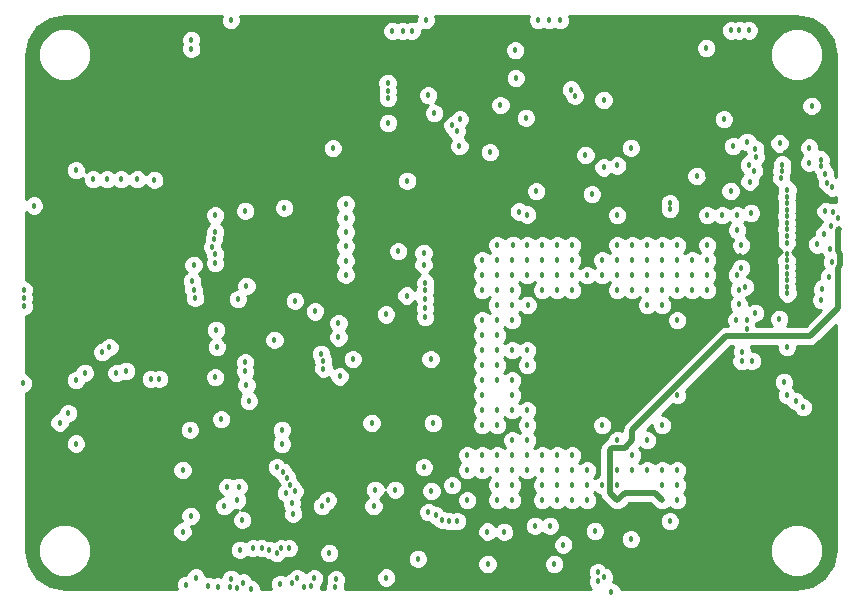
<source format=gbr>
G04 #@! TF.FileFunction,Copper,L2,Inr,Plane*
%FSLAX46Y46*%
G04 Gerber Fmt 4.6, Leading zero omitted, Abs format (unit mm)*
G04 Created by KiCad (PCBNEW 4.0.6-e0-6349~53~ubuntu16.04.1) date Tue May  2 19:00:15 2017*
%MOMM*%
%LPD*%
G01*
G04 APERTURE LIST*
%ADD10C,0.100000*%
%ADD11C,0.457200*%
%ADD12C,0.500000*%
%ADD13C,0.254000*%
G04 APERTURE END LIST*
D10*
D11*
X105918000Y-157035500D03*
X151940004Y-110710000D03*
X151240000Y-110710000D03*
X152740000Y-110710000D03*
X123444000Y-110744000D03*
X124206000Y-110744000D03*
X122555000Y-110744000D03*
X148323000Y-123050000D03*
X122936000Y-152273000D03*
X116713000Y-157734000D03*
X108648500Y-154686000D03*
X132105000Y-124348890D03*
X114808000Y-154432000D03*
X112141000Y-157353000D03*
X128778000Y-155829000D03*
X155952528Y-129635875D03*
X159385000Y-124841000D03*
X156591000Y-135255000D03*
X151993600Y-129792279D03*
X155800000Y-121100000D03*
X155400000Y-139500000D03*
X131940000Y-120510000D03*
X149540000Y-153810000D03*
X93540000Y-129171620D03*
X93540000Y-128470580D03*
X93540000Y-136867820D03*
X93540000Y-131970700D03*
X93540000Y-131269660D03*
X98614660Y-127510000D03*
X100014200Y-127510000D03*
X103640000Y-134068740D03*
X103640000Y-134767240D03*
X106553000Y-142113000D03*
X147265000Y-112110000D03*
X147240000Y-112810000D03*
X150845000Y-115325000D03*
X151785000Y-115325000D03*
X151785000Y-114485000D03*
X150845000Y-114485000D03*
X121793000Y-132969000D03*
X122174000Y-130678600D03*
X94361000Y-145034000D03*
X137900000Y-156000000D03*
X144957000Y-120700000D03*
X143421000Y-122974000D03*
X96202000Y-120541000D03*
X94002000Y-116941000D03*
X115402006Y-145741000D03*
X114805000Y-141400000D03*
X94202000Y-148141000D03*
X98202000Y-149741000D03*
X102002000Y-148941000D03*
X102002000Y-154141000D03*
X100752000Y-137840994D03*
X101413740Y-137850000D03*
X98602000Y-136541000D03*
X98602000Y-135091000D03*
X98602000Y-133691000D03*
X98602000Y-131641000D03*
X98602000Y-130191000D03*
X98602000Y-128841000D03*
X100005000Y-142900000D03*
X104140000Y-142494000D03*
X112882400Y-121963000D03*
X111671000Y-125646000D03*
X106805000Y-124077000D03*
X106807000Y-120142000D03*
X109766000Y-122150000D03*
X107061000Y-111379000D03*
X107060994Y-112014000D03*
X110528000Y-113830000D03*
X126746000Y-112692000D03*
X126746000Y-113411000D03*
X132461000Y-116459000D03*
X123063000Y-112014000D03*
X123063000Y-112649000D03*
X137791749Y-127638251D03*
X149225000Y-122936000D03*
X149733000Y-122682000D03*
X149733000Y-123190000D03*
X143421000Y-124460000D03*
X142875000Y-156210000D03*
X135255000Y-137795000D03*
X142875000Y-141605000D03*
X144145000Y-141605000D03*
X142875000Y-140335000D03*
X127635000Y-140335000D03*
X128905000Y-139065000D03*
X130175000Y-150495000D03*
X112882400Y-132275000D03*
X151765000Y-150495000D03*
X127635000Y-132715000D03*
X127635000Y-135255000D03*
X137795000Y-137795000D03*
X140335000Y-140335000D03*
X141605000Y-141605000D03*
X139065000Y-142875000D03*
X128905000Y-128905000D03*
X130175000Y-127635000D03*
X132715000Y-127635000D03*
X135255000Y-127635000D03*
X136205000Y-119250000D03*
X136205000Y-117250000D03*
X141605000Y-136525000D03*
X140335000Y-136525000D03*
X139065000Y-135255000D03*
X144145000Y-136525000D03*
X144145000Y-127635000D03*
X145415000Y-127635000D03*
X149225000Y-127635000D03*
X102112411Y-140228610D03*
X117513000Y-120693000D03*
X102813280Y-140208000D03*
X113405000Y-125730000D03*
X114300000Y-133604000D03*
X105537000Y-112268000D03*
X105537000Y-111506000D03*
X153289000Y-120749600D03*
X157861000Y-120634620D03*
X122174000Y-116459000D03*
X122174000Y-115824000D03*
X122155000Y-115150000D03*
X146050000Y-125349000D03*
X146050000Y-125857000D03*
X124714000Y-155448000D03*
X155957342Y-128678664D03*
X123805000Y-123444000D03*
X122800000Y-149600000D03*
X121100000Y-149600000D03*
X140455000Y-116600000D03*
X140455000Y-122308000D03*
X125387000Y-109850000D03*
X108877000Y-109850000D03*
X134912000Y-109850000D03*
X135801000Y-109850000D03*
X136774000Y-109850000D03*
X151384000Y-120523000D03*
X155340000Y-120271000D03*
X132969000Y-112395000D03*
X131705000Y-117050000D03*
X133005022Y-114753954D03*
X95758000Y-145700000D03*
X109474000Y-133477000D03*
X96516620Y-139700000D03*
X110105000Y-125984000D03*
X113157000Y-154559000D03*
X122005000Y-134750000D03*
X122205000Y-118550000D03*
X123063000Y-129413000D03*
X141605000Y-126365000D03*
X158051500Y-117094000D03*
X123761500Y-133159500D03*
X119205000Y-138550000D03*
X125805000Y-138550000D03*
X120805000Y-143950000D03*
X126005000Y-143950000D03*
X151200004Y-124300000D03*
X141605000Y-122150000D03*
X142748000Y-153797000D03*
X146685000Y-135255000D03*
X145415000Y-133985000D03*
X144145000Y-133985000D03*
X109410500Y-157924500D03*
X136271000Y-155892500D03*
X130619500Y-155892500D03*
X146050000Y-152273000D03*
X142875000Y-146685000D03*
X141605000Y-149225000D03*
X146685000Y-150495000D03*
X160337500Y-127508000D03*
X160274000Y-132715000D03*
X160274000Y-133477002D03*
X160274002Y-134239000D03*
X160274000Y-129413001D03*
X160274000Y-128777998D03*
X160274000Y-128143002D03*
X160274000Y-130810000D03*
X142875000Y-145415000D03*
X141605000Y-150495000D03*
X145415000Y-150495000D03*
X159639000Y-129206600D03*
X158956390Y-132588000D03*
X139065000Y-150495000D03*
X140462000Y-156972000D03*
X137795000Y-150495000D03*
X115062000Y-157861000D03*
X136525000Y-150495000D03*
X107759500Y-157797500D03*
X135255000Y-150495000D03*
X113030000Y-157607000D03*
X132715000Y-150495000D03*
X116586000Y-151003000D03*
X131445000Y-150495000D03*
X146685000Y-147955000D03*
X128905000Y-150495000D03*
X128048575Y-152264857D03*
X137033000Y-154253000D03*
X127635000Y-149225000D03*
X146685000Y-149225000D03*
X159666321Y-127294224D03*
X145415000Y-149225000D03*
X158496000Y-128836642D03*
X159512000Y-131572000D03*
X122047000Y-157035500D03*
X140335000Y-149225000D03*
X139954000Y-157353000D03*
X139065000Y-149225000D03*
X137795000Y-149225000D03*
X132016500Y-153162000D03*
X115697000Y-157734000D03*
X136525000Y-149225000D03*
X117729000Y-157861000D03*
X135255000Y-149225000D03*
X112762999Y-154953001D03*
X132715000Y-149225000D03*
X117094000Y-150495000D03*
X131445000Y-149225000D03*
X145415000Y-147955000D03*
X128905000Y-146685000D03*
X159111324Y-127979430D03*
X157353000Y-142621000D03*
X144145000Y-147955000D03*
X159766000Y-130302000D03*
X156718000Y-142113000D03*
X142875000Y-147955000D03*
X155956000Y-141605000D03*
X141605000Y-147955000D03*
X158877000Y-133556400D03*
X139954000Y-156591000D03*
X139065000Y-147955000D03*
X117221000Y-154952632D03*
X137795000Y-147955000D03*
X108775500Y-157861000D03*
X136525000Y-147955000D03*
X117770502Y-157193527D03*
X135255000Y-147955000D03*
X110744000Y-154559000D03*
X133985000Y-147955000D03*
X125222000Y-147701000D03*
X111506000Y-154559000D03*
X125870000Y-149720000D03*
X132715000Y-147955000D03*
X112141000Y-154686000D03*
X128905000Y-147955000D03*
X131445000Y-147955000D03*
X130605000Y-153150000D03*
X130175000Y-147955000D03*
X139700000Y-153100000D03*
X141605000Y-145415000D03*
X132715000Y-135255000D03*
X132715000Y-132715000D03*
X115951000Y-157099000D03*
X137795000Y-146685000D03*
X135890000Y-152653996D03*
X136525000Y-146685000D03*
X134620000Y-152654000D03*
X135255000Y-146685000D03*
X133985000Y-146685000D03*
X132715000Y-146685000D03*
X114046000Y-157480000D03*
X131445000Y-146685000D03*
X114506402Y-157099000D03*
X130175000Y-146685000D03*
X109664500Y-154686000D03*
X144145000Y-145415000D03*
X126238000Y-151765000D03*
X133985000Y-145415000D03*
X125603000Y-151511000D03*
X132715000Y-145415000D03*
X145415000Y-144145000D03*
X140335000Y-144145000D03*
X149140000Y-112210000D03*
X133985000Y-144145000D03*
X113665000Y-148590000D03*
X131445000Y-144145000D03*
X113919000Y-149225000D03*
X130175000Y-144145000D03*
X113538000Y-149860000D03*
X133985000Y-142875000D03*
X114300000Y-149733000D03*
X132715000Y-142875000D03*
X112776000Y-147701000D03*
X131445000Y-142875000D03*
X113284000Y-148082000D03*
X130175000Y-142875000D03*
X146685000Y-141605000D03*
X118600000Y-129000000D03*
X132715000Y-141605000D03*
X118100000Y-140000000D03*
X130175000Y-141605000D03*
X118600000Y-131400000D03*
X132715000Y-140335000D03*
X118600000Y-125400000D03*
X131445000Y-140335000D03*
X118600000Y-126600000D03*
X130175000Y-140335000D03*
X118600000Y-127800000D03*
X133985000Y-139065000D03*
X118000000Y-136700000D03*
X131445000Y-139065000D03*
X118000000Y-135500000D03*
X130175000Y-139065000D03*
X118600000Y-130200000D03*
X133985000Y-137795000D03*
X116000000Y-134500000D03*
X132715000Y-137795000D03*
X116700000Y-138700000D03*
X131445000Y-137795000D03*
X110400000Y-142100000D03*
X130175000Y-137795000D03*
X116507199Y-138100000D03*
X131445000Y-136525000D03*
X116718781Y-139338308D03*
X130175000Y-136525000D03*
X113792000Y-154559000D03*
X125349000Y-135001000D03*
X131445000Y-135255000D03*
X114147384Y-151629462D03*
X125349000Y-134239000D03*
X130175000Y-135255000D03*
X134005000Y-133950000D03*
X125205000Y-129550000D03*
X114046000Y-150749000D03*
X125349000Y-133477000D03*
X132715000Y-133985000D03*
X131405000Y-133950000D03*
X125205000Y-130550000D03*
X155951694Y-127007090D03*
X151886602Y-133916811D03*
X155945085Y-126449917D03*
X153289000Y-134619990D03*
X155965732Y-125893088D03*
X152549610Y-135210000D03*
X149225000Y-132715000D03*
X152549610Y-136010000D03*
X147955000Y-132715000D03*
X146685000Y-132715000D03*
X145415000Y-132715000D03*
X155956595Y-131864598D03*
X144145000Y-132715000D03*
X126111000Y-117729000D03*
X142875000Y-132715000D03*
X134747000Y-124333000D03*
X141605000Y-132715000D03*
X105092500Y-157670500D03*
X120967500Y-151003000D03*
X137795000Y-132715000D03*
X152123390Y-138715827D03*
X136525000Y-132715000D03*
X142748000Y-120650000D03*
X135255000Y-132715000D03*
X159750000Y-124000000D03*
X125349000Y-132715000D03*
X131445000Y-132715000D03*
X159350000Y-123600000D03*
X130175000Y-132715000D03*
X125349000Y-132080000D03*
X155955466Y-125335970D03*
X155946674Y-124778828D03*
X151900000Y-132700000D03*
X156000563Y-124224228D03*
X152412820Y-132412820D03*
X149225000Y-131445000D03*
X155475982Y-123179154D03*
X151740000Y-131410000D03*
X147955000Y-131445000D03*
X152146002Y-137922000D03*
X155568252Y-122066511D03*
X146685000Y-131445000D03*
X155959019Y-130750192D03*
X145415000Y-131445000D03*
X155954885Y-131307389D03*
X144145000Y-131445000D03*
X128231240Y-120523000D03*
X142875000Y-131445000D03*
X125603000Y-116205000D03*
X141605000Y-131445000D03*
X140335000Y-131445000D03*
X139065000Y-131445000D03*
X137795000Y-131445000D03*
X160274000Y-126619000D03*
X136477400Y-131445000D03*
X153035000Y-138684000D03*
X151696400Y-135255000D03*
X135255000Y-131445000D03*
X109537498Y-149352000D03*
X133985000Y-131445000D03*
X150622000Y-118237000D03*
X132715000Y-131445000D03*
X131445000Y-131445000D03*
X152590500Y-120142000D03*
X130175000Y-131445000D03*
X152091444Y-130810000D03*
X152908000Y-126174500D03*
X152096390Y-128910000D03*
X149225000Y-130175000D03*
X155509107Y-122620575D03*
X153308000Y-121414000D03*
X147955000Y-130175000D03*
X155948285Y-127564292D03*
X146685000Y-130175000D03*
X155948797Y-130193074D03*
X145415000Y-130175000D03*
X127635000Y-118749240D03*
X144145000Y-130175000D03*
X128019380Y-119249620D03*
X142875000Y-130175000D03*
X137690643Y-115731469D03*
X141605000Y-130175000D03*
X155953444Y-132421801D03*
X140335000Y-130175000D03*
X155321001Y-135128000D03*
X137795000Y-130175000D03*
X159884856Y-126078423D03*
X136525000Y-130175000D03*
X156004531Y-132976666D03*
X135255000Y-130175000D03*
X108331000Y-151003000D03*
X133985000Y-126301500D03*
X133985000Y-130175000D03*
X132715000Y-130175000D03*
X131445000Y-130175000D03*
X130175000Y-130175000D03*
X152809061Y-123520147D03*
X153170331Y-122588085D03*
X149225000Y-128905000D03*
X152740000Y-122100000D03*
X155949843Y-128121502D03*
X146685000Y-128905000D03*
X145415000Y-128905000D03*
X144145000Y-128905000D03*
X128270000Y-118248860D03*
X130810000Y-121031000D03*
X142875000Y-128905000D03*
X138002580Y-116252420D03*
X141605000Y-128905000D03*
X137795000Y-128905000D03*
X159233066Y-126038456D03*
X136525000Y-128905000D03*
X108585000Y-149352000D03*
X133985000Y-128905000D03*
X133286500Y-126047500D03*
X109410500Y-150495000D03*
X132764066Y-128855934D03*
X158821390Y-122206565D03*
X151765000Y-127635000D03*
X158821390Y-121649352D03*
X151765000Y-126365000D03*
X157861000Y-121920000D03*
X149225000Y-126365000D03*
X150495000Y-126365000D03*
X126746000Y-152146000D03*
X127381000Y-152273000D03*
X133858000Y-118110001D03*
X138905000Y-121250000D03*
X91376500Y-132715000D03*
X91313000Y-140589000D03*
X94389808Y-143925692D03*
X91355578Y-133370922D03*
X91366406Y-134058594D03*
X95758000Y-140335000D03*
X108077000Y-143637000D03*
X95117080Y-143123080D03*
X98002000Y-137941000D03*
X113202000Y-144541000D03*
X104802000Y-147941000D03*
X98602000Y-137541000D03*
X113202000Y-145741000D03*
X104802000Y-153141000D03*
X99202000Y-139741000D03*
X100002000Y-139541000D03*
X105854500Y-133350000D03*
X105727500Y-132651500D03*
X105600500Y-131953000D03*
X105727500Y-130556000D03*
X155701996Y-140462000D03*
X159200000Y-122850000D03*
X109855000Y-152146000D03*
X141097000Y-158242000D03*
X155956000Y-137541000D03*
X110553500Y-157988000D03*
X112569610Y-136906000D03*
X105410000Y-144526000D03*
X109924873Y-157471078D03*
X106934000Y-157734000D03*
X107569000Y-130429000D03*
X102405000Y-123360000D03*
X107569000Y-129667000D03*
X100965000Y-123317000D03*
X107315000Y-129032000D03*
X95758000Y-122555000D03*
X107442000Y-128397000D03*
X97193000Y-123317000D03*
X107569000Y-127762000D03*
X98381000Y-123317000D03*
X107569000Y-126365000D03*
X99606000Y-123317000D03*
X110202000Y-140741000D03*
X110202000Y-132341000D03*
X92201984Y-125541000D03*
X107569000Y-140081000D03*
X107639723Y-136087723D03*
X110109000Y-138811000D03*
X107696000Y-137541000D03*
X110109000Y-139573000D03*
X135255000Y-128905000D03*
X108902500Y-157162500D03*
X105473500Y-151828500D03*
X131445000Y-128905000D03*
X139446000Y-124587000D03*
D12*
X160502599Y-129641600D02*
X160274000Y-129413001D01*
X160502599Y-130581401D02*
X160502599Y-129641600D01*
X160274000Y-130810000D02*
X160502599Y-130581401D01*
X160274000Y-127571500D02*
X160337500Y-127508000D01*
X160274000Y-128143002D02*
X160274000Y-127571500D01*
X160274000Y-133477002D02*
X160274000Y-132715000D01*
X160274000Y-130810000D02*
X160274000Y-132715000D01*
X160274002Y-133477004D02*
X160274000Y-133477002D01*
X160274002Y-134239000D02*
X160274002Y-133477004D01*
X160045403Y-134467599D02*
X160274002Y-134239000D01*
X157924401Y-136588601D02*
X160045403Y-134467599D01*
X150845069Y-136588601D02*
X157924401Y-136588601D01*
X142875000Y-144558670D02*
X150845069Y-136588601D01*
X142875000Y-145415000D02*
X142875000Y-144558670D01*
X160274000Y-128777998D02*
X160274000Y-129413001D01*
X160274000Y-128143002D02*
X160274000Y-128777998D01*
X145415000Y-150495000D02*
X144780000Y-149860000D01*
X144780000Y-149860000D02*
X142240000Y-149860000D01*
X142240000Y-149860000D02*
X141605000Y-150495000D01*
X142875000Y-145415000D02*
X142240000Y-146050000D01*
X142240000Y-146050000D02*
X141160500Y-146050000D01*
X140970000Y-149860000D02*
X141605000Y-150495000D01*
X141160500Y-146050000D02*
X140970000Y-146240500D01*
X140970000Y-146240500D02*
X140970000Y-149860000D01*
D13*
G36*
X108013550Y-109677466D02*
X108013250Y-110021027D01*
X108144449Y-110338551D01*
X108387171Y-110581698D01*
X108704466Y-110713450D01*
X109048027Y-110713750D01*
X109365551Y-110582551D01*
X109608698Y-110339829D01*
X109740450Y-110022534D01*
X109740750Y-109678973D01*
X109650272Y-109460000D01*
X124613850Y-109460000D01*
X124523550Y-109677466D01*
X124523320Y-109940670D01*
X124378534Y-109880550D01*
X124034973Y-109880250D01*
X123824876Y-109967061D01*
X123616534Y-109880550D01*
X123272973Y-109880250D01*
X122999219Y-109993363D01*
X122727534Y-109880550D01*
X122383973Y-109880250D01*
X122066449Y-110011449D01*
X121823302Y-110254171D01*
X121691550Y-110571466D01*
X121691250Y-110915027D01*
X121822449Y-111232551D01*
X122065171Y-111475698D01*
X122382466Y-111607450D01*
X122726027Y-111607750D01*
X122999781Y-111494637D01*
X123271466Y-111607450D01*
X123615027Y-111607750D01*
X123825124Y-111520939D01*
X124033466Y-111607450D01*
X124377027Y-111607750D01*
X124694551Y-111476551D01*
X124937698Y-111233829D01*
X125069450Y-110916534D01*
X125069481Y-110881027D01*
X150376250Y-110881027D01*
X150507449Y-111198551D01*
X150750171Y-111441698D01*
X151067466Y-111573450D01*
X151411027Y-111573750D01*
X151590050Y-111499779D01*
X151767470Y-111573450D01*
X152111031Y-111573750D01*
X152340173Y-111479070D01*
X152567466Y-111573450D01*
X152911027Y-111573750D01*
X153228551Y-111442551D01*
X153471698Y-111199829D01*
X153603450Y-110882534D01*
X153603750Y-110538973D01*
X153472551Y-110221449D01*
X153229829Y-109978302D01*
X152912534Y-109846550D01*
X152568973Y-109846250D01*
X152339831Y-109940930D01*
X152112538Y-109846550D01*
X151768977Y-109846250D01*
X151589954Y-109920221D01*
X151412534Y-109846550D01*
X151068973Y-109846250D01*
X150751449Y-109977449D01*
X150508302Y-110220171D01*
X150376550Y-110537466D01*
X150376250Y-110881027D01*
X125069481Y-110881027D01*
X125069680Y-110653330D01*
X125214466Y-110713450D01*
X125558027Y-110713750D01*
X125875551Y-110582551D01*
X126118698Y-110339829D01*
X126250450Y-110022534D01*
X126250750Y-109678973D01*
X126160272Y-109460000D01*
X134138850Y-109460000D01*
X134048550Y-109677466D01*
X134048250Y-110021027D01*
X134179449Y-110338551D01*
X134422171Y-110581698D01*
X134739466Y-110713450D01*
X135083027Y-110713750D01*
X135356781Y-110600637D01*
X135628466Y-110713450D01*
X135972027Y-110713750D01*
X136287884Y-110583240D01*
X136601466Y-110713450D01*
X136945027Y-110713750D01*
X137262551Y-110582551D01*
X137505698Y-110339829D01*
X137637450Y-110022534D01*
X137637750Y-109678973D01*
X137547272Y-109460000D01*
X156735069Y-109460000D01*
X158058707Y-109723288D01*
X159121546Y-110433454D01*
X159831712Y-111496295D01*
X160095000Y-112819931D01*
X160095000Y-123141578D01*
X160082551Y-123111449D01*
X160042987Y-123071815D01*
X160063450Y-123022534D01*
X160063750Y-122678973D01*
X159932551Y-122361449D01*
X159689829Y-122118302D01*
X159685069Y-122116326D01*
X159685140Y-122035538D01*
X159640742Y-121928087D01*
X159684840Y-121821886D01*
X159685140Y-121478325D01*
X159553941Y-121160801D01*
X159311219Y-120917654D01*
X158993924Y-120785902D01*
X158724469Y-120785667D01*
X158724750Y-120463593D01*
X158593551Y-120146069D01*
X158350829Y-119902922D01*
X158033534Y-119771170D01*
X157689973Y-119770870D01*
X157372449Y-119902069D01*
X157129302Y-120144791D01*
X156997550Y-120462086D01*
X156997250Y-120805647D01*
X157128449Y-121123171D01*
X157282375Y-121277366D01*
X157129302Y-121430171D01*
X156997550Y-121747466D01*
X156997250Y-122091027D01*
X157128449Y-122408551D01*
X157371171Y-122651698D01*
X157688466Y-122783450D01*
X158032027Y-122783750D01*
X158134890Y-122741248D01*
X158331561Y-122938263D01*
X158336321Y-122940239D01*
X158336250Y-123021027D01*
X158467449Y-123338551D01*
X158507013Y-123378185D01*
X158486550Y-123427466D01*
X158486250Y-123771027D01*
X158617449Y-124088551D01*
X158860171Y-124331698D01*
X158971789Y-124378046D01*
X159017449Y-124488551D01*
X159260171Y-124731698D01*
X159577466Y-124863450D01*
X159921027Y-124863750D01*
X160095000Y-124791865D01*
X160095000Y-125230590D01*
X160057390Y-125214973D01*
X159713829Y-125214673D01*
X159607217Y-125258724D01*
X159405600Y-125175006D01*
X159062039Y-125174706D01*
X158744515Y-125305905D01*
X158501368Y-125548627D01*
X158369616Y-125865922D01*
X158369316Y-126209483D01*
X158500515Y-126527007D01*
X158743237Y-126770154D01*
X158918604Y-126842973D01*
X158802871Y-127121690D01*
X158802827Y-127172482D01*
X158622773Y-127246879D01*
X158379626Y-127489601D01*
X158247874Y-127806896D01*
X158247701Y-128004820D01*
X158007449Y-128104091D01*
X157764302Y-128346813D01*
X157632550Y-128664108D01*
X157632250Y-129007669D01*
X157763449Y-129325193D01*
X158006171Y-129568340D01*
X158323466Y-129700092D01*
X158667027Y-129700392D01*
X158873383Y-129615127D01*
X158906449Y-129695151D01*
X159031060Y-129819980D01*
X158902550Y-130129466D01*
X158902250Y-130473027D01*
X159033449Y-130790551D01*
X159065087Y-130822244D01*
X159023449Y-130839449D01*
X158780302Y-131082171D01*
X158648550Y-131399466D01*
X158648250Y-131743027D01*
X158661618Y-131775381D01*
X158467839Y-131855449D01*
X158224692Y-132098171D01*
X158092940Y-132415466D01*
X158092640Y-132759027D01*
X158197985Y-133013980D01*
X158145302Y-133066571D01*
X158013550Y-133383866D01*
X158013250Y-133727427D01*
X158144449Y-134044951D01*
X158387171Y-134288098D01*
X158704466Y-134419850D01*
X158841453Y-134419970D01*
X157557821Y-135703601D01*
X155966777Y-135703601D01*
X156052699Y-135617829D01*
X156184451Y-135300534D01*
X156184751Y-134956973D01*
X156053552Y-134639449D01*
X155810830Y-134396302D01*
X155493535Y-134264550D01*
X155149974Y-134264250D01*
X154832450Y-134395449D01*
X154589303Y-134638171D01*
X154457551Y-134955466D01*
X154457251Y-135299027D01*
X154588450Y-135616551D01*
X154675348Y-135703601D01*
X153357425Y-135703601D01*
X153318679Y-135609829D01*
X153371068Y-135483662D01*
X153460027Y-135483740D01*
X153777551Y-135352541D01*
X154020698Y-135109819D01*
X154152450Y-134792524D01*
X154152750Y-134448963D01*
X154021551Y-134131439D01*
X153778829Y-133888292D01*
X153461534Y-133756540D01*
X153117973Y-133756240D01*
X152800449Y-133887439D01*
X152750184Y-133937616D01*
X152750352Y-133745784D01*
X152619153Y-133428260D01*
X152506199Y-133315108D01*
X152544839Y-133276536D01*
X152583847Y-133276570D01*
X152901371Y-133145371D01*
X153144518Y-132902649D01*
X153276270Y-132585354D01*
X153276570Y-132241793D01*
X153145371Y-131924269D01*
X152902649Y-131681122D01*
X152603472Y-131556893D01*
X152603505Y-131519082D01*
X152823142Y-131299829D01*
X152954894Y-130982534D01*
X152955194Y-130638973D01*
X152823995Y-130321449D01*
X152581273Y-130078302D01*
X152263978Y-129946550D01*
X151920417Y-129946250D01*
X151602893Y-130077449D01*
X151359746Y-130320171D01*
X151227994Y-130637466D01*
X151227939Y-130700918D01*
X151008302Y-130920171D01*
X150876550Y-131237466D01*
X150876250Y-131581027D01*
X151007449Y-131898551D01*
X151243545Y-132135060D01*
X151168302Y-132210171D01*
X151036550Y-132527466D01*
X151036250Y-132871027D01*
X151167449Y-133188551D01*
X151280403Y-133301703D01*
X151154904Y-133426982D01*
X151023152Y-133744277D01*
X151022852Y-134087838D01*
X151154051Y-134405362D01*
X151252511Y-134503995D01*
X151207849Y-134522449D01*
X150964702Y-134765171D01*
X150832950Y-135082466D01*
X150832650Y-135426027D01*
X150947342Y-135703601D01*
X150845074Y-135703601D01*
X150845069Y-135703600D01*
X150562585Y-135759791D01*
X150506394Y-135770968D01*
X150219279Y-135962811D01*
X150219277Y-135962814D01*
X142249210Y-143932880D01*
X142057367Y-144219995D01*
X142057367Y-144219996D01*
X141989999Y-144558670D01*
X141990000Y-144558675D01*
X141990000Y-144639773D01*
X141777534Y-144551550D01*
X141433973Y-144551250D01*
X141116449Y-144682449D01*
X140873302Y-144925171D01*
X140741550Y-145242466D01*
X140741512Y-145286030D01*
X140534710Y-145424210D01*
X140534708Y-145424213D01*
X140344210Y-145614710D01*
X140152367Y-145901825D01*
X140150338Y-145912027D01*
X140084999Y-146240500D01*
X140085000Y-146240505D01*
X140085000Y-148393881D01*
X139846449Y-148492449D01*
X139699957Y-148638685D01*
X139651315Y-148589957D01*
X139796698Y-148444829D01*
X139928450Y-148127534D01*
X139928750Y-147783973D01*
X139797551Y-147466449D01*
X139554829Y-147223302D01*
X139237534Y-147091550D01*
X138893973Y-147091250D01*
X138576449Y-147222449D01*
X138429957Y-147368685D01*
X138381315Y-147319957D01*
X138526698Y-147174829D01*
X138658450Y-146857534D01*
X138658750Y-146513973D01*
X138527551Y-146196449D01*
X138284829Y-145953302D01*
X137967534Y-145821550D01*
X137623973Y-145821250D01*
X137306449Y-145952449D01*
X137159957Y-146098685D01*
X137014829Y-145953302D01*
X136697534Y-145821550D01*
X136353973Y-145821250D01*
X136036449Y-145952449D01*
X135889957Y-146098685D01*
X135744829Y-145953302D01*
X135427534Y-145821550D01*
X135083973Y-145821250D01*
X134766449Y-145952449D01*
X134619957Y-146098685D01*
X134571315Y-146049957D01*
X134716698Y-145904829D01*
X134848450Y-145587534D01*
X134848750Y-145243973D01*
X134717551Y-144926449D01*
X134571315Y-144779957D01*
X134716698Y-144634829D01*
X134848450Y-144317534D01*
X134848451Y-144316027D01*
X139471250Y-144316027D01*
X139602449Y-144633551D01*
X139845171Y-144876698D01*
X140162466Y-145008450D01*
X140506027Y-145008750D01*
X140823551Y-144877551D01*
X141066698Y-144634829D01*
X141198450Y-144317534D01*
X141198750Y-143973973D01*
X141067551Y-143656449D01*
X140824829Y-143413302D01*
X140507534Y-143281550D01*
X140163973Y-143281250D01*
X139846449Y-143412449D01*
X139603302Y-143655171D01*
X139471550Y-143972466D01*
X139471250Y-144316027D01*
X134848451Y-144316027D01*
X134848750Y-143973973D01*
X134717551Y-143656449D01*
X134571315Y-143509957D01*
X134716698Y-143364829D01*
X134848450Y-143047534D01*
X134848750Y-142703973D01*
X134717551Y-142386449D01*
X134474829Y-142143302D01*
X134157534Y-142011550D01*
X133813973Y-142011250D01*
X133496449Y-142142449D01*
X133349957Y-142288685D01*
X133301315Y-142239957D01*
X133446698Y-142094829D01*
X133578450Y-141777534D01*
X133578750Y-141433973D01*
X133447551Y-141116449D01*
X133301315Y-140969957D01*
X133446698Y-140824829D01*
X133578450Y-140507534D01*
X133578750Y-140163973D01*
X133447551Y-139846449D01*
X133204829Y-139603302D01*
X132887534Y-139471550D01*
X132543973Y-139471250D01*
X132226449Y-139602449D01*
X132079957Y-139748685D01*
X132031315Y-139699957D01*
X132176698Y-139554829D01*
X132308450Y-139237534D01*
X132308750Y-138893973D01*
X132177551Y-138576449D01*
X132031315Y-138429957D01*
X132080043Y-138381315D01*
X132225171Y-138526698D01*
X132542466Y-138658450D01*
X132886027Y-138658750D01*
X133203551Y-138527551D01*
X133350043Y-138381315D01*
X133398685Y-138430043D01*
X133253302Y-138575171D01*
X133121550Y-138892466D01*
X133121250Y-139236027D01*
X133252449Y-139553551D01*
X133495171Y-139796698D01*
X133812466Y-139928450D01*
X134156027Y-139928750D01*
X134473551Y-139797551D01*
X134716698Y-139554829D01*
X134848450Y-139237534D01*
X134848750Y-138893973D01*
X134717551Y-138576449D01*
X134571315Y-138429957D01*
X134716698Y-138284829D01*
X134848450Y-137967534D01*
X134848750Y-137623973D01*
X134717551Y-137306449D01*
X134474829Y-137063302D01*
X134157534Y-136931550D01*
X133813973Y-136931250D01*
X133496449Y-137062449D01*
X133349957Y-137208685D01*
X133204829Y-137063302D01*
X132887534Y-136931550D01*
X132543973Y-136931250D01*
X132226449Y-137062449D01*
X132079957Y-137208685D01*
X132031315Y-137159957D01*
X132176698Y-137014829D01*
X132308450Y-136697534D01*
X132308750Y-136353973D01*
X132177551Y-136036449D01*
X132031315Y-135889957D01*
X132080043Y-135841315D01*
X132225171Y-135986698D01*
X132542466Y-136118450D01*
X132886027Y-136118750D01*
X133203551Y-135987551D01*
X133446698Y-135744829D01*
X133578450Y-135427534D01*
X133578451Y-135426027D01*
X145821250Y-135426027D01*
X145952449Y-135743551D01*
X146195171Y-135986698D01*
X146512466Y-136118450D01*
X146856027Y-136118750D01*
X147173551Y-135987551D01*
X147416698Y-135744829D01*
X147548450Y-135427534D01*
X147548750Y-135083973D01*
X147417551Y-134766449D01*
X147174829Y-134523302D01*
X146857534Y-134391550D01*
X146513973Y-134391250D01*
X146196449Y-134522449D01*
X145953302Y-134765171D01*
X145821550Y-135082466D01*
X145821250Y-135426027D01*
X133578451Y-135426027D01*
X133578750Y-135083973D01*
X133447551Y-134766449D01*
X133301315Y-134619957D01*
X133377560Y-134543846D01*
X133515171Y-134681698D01*
X133832466Y-134813450D01*
X134176027Y-134813750D01*
X134493551Y-134682551D01*
X134736698Y-134439829D01*
X134868450Y-134122534D01*
X134868750Y-133778973D01*
X134737551Y-133461449D01*
X134494829Y-133218302D01*
X134177534Y-133086550D01*
X133833973Y-133086250D01*
X133516449Y-133217449D01*
X133342440Y-133391154D01*
X133301315Y-133349957D01*
X133446698Y-133204829D01*
X133578450Y-132887534D01*
X133578750Y-132543973D01*
X133447551Y-132226449D01*
X133301315Y-132079957D01*
X133350043Y-132031315D01*
X133495171Y-132176698D01*
X133812466Y-132308450D01*
X134156027Y-132308750D01*
X134473551Y-132177551D01*
X134620043Y-132031315D01*
X134668685Y-132080043D01*
X134523302Y-132225171D01*
X134391550Y-132542466D01*
X134391250Y-132886027D01*
X134522449Y-133203551D01*
X134765171Y-133446698D01*
X135082466Y-133578450D01*
X135426027Y-133578750D01*
X135743551Y-133447551D01*
X135890043Y-133301315D01*
X136035171Y-133446698D01*
X136352466Y-133578450D01*
X136696027Y-133578750D01*
X137013551Y-133447551D01*
X137160043Y-133301315D01*
X137305171Y-133446698D01*
X137622466Y-133578450D01*
X137966027Y-133578750D01*
X138283551Y-133447551D01*
X138526698Y-133204829D01*
X138658450Y-132887534D01*
X138658750Y-132543973D01*
X138527551Y-132226449D01*
X138381315Y-132079957D01*
X138430043Y-132031315D01*
X138575171Y-132176698D01*
X138892466Y-132308450D01*
X139236027Y-132308750D01*
X139553551Y-132177551D01*
X139700043Y-132031315D01*
X139845171Y-132176698D01*
X140162466Y-132308450D01*
X140506027Y-132308750D01*
X140823551Y-132177551D01*
X140970043Y-132031315D01*
X141018685Y-132080043D01*
X140873302Y-132225171D01*
X140741550Y-132542466D01*
X140741250Y-132886027D01*
X140872449Y-133203551D01*
X141115171Y-133446698D01*
X141432466Y-133578450D01*
X141776027Y-133578750D01*
X142093551Y-133447551D01*
X142240043Y-133301315D01*
X142385171Y-133446698D01*
X142702466Y-133578450D01*
X143046027Y-133578750D01*
X143363551Y-133447551D01*
X143510043Y-133301315D01*
X143558685Y-133350043D01*
X143413302Y-133495171D01*
X143281550Y-133812466D01*
X143281250Y-134156027D01*
X143412449Y-134473551D01*
X143655171Y-134716698D01*
X143972466Y-134848450D01*
X144316027Y-134848750D01*
X144633551Y-134717551D01*
X144780043Y-134571315D01*
X144925171Y-134716698D01*
X145242466Y-134848450D01*
X145586027Y-134848750D01*
X145903551Y-134717551D01*
X146146698Y-134474829D01*
X146278450Y-134157534D01*
X146278750Y-133813973D01*
X146147551Y-133496449D01*
X146001315Y-133349957D01*
X146050043Y-133301315D01*
X146195171Y-133446698D01*
X146512466Y-133578450D01*
X146856027Y-133578750D01*
X147173551Y-133447551D01*
X147320043Y-133301315D01*
X147465171Y-133446698D01*
X147782466Y-133578450D01*
X148126027Y-133578750D01*
X148443551Y-133447551D01*
X148590043Y-133301315D01*
X148735171Y-133446698D01*
X149052466Y-133578450D01*
X149396027Y-133578750D01*
X149713551Y-133447551D01*
X149956698Y-133204829D01*
X150088450Y-132887534D01*
X150088750Y-132543973D01*
X149957551Y-132226449D01*
X149811315Y-132079957D01*
X149956698Y-131934829D01*
X150088450Y-131617534D01*
X150088750Y-131273973D01*
X149957551Y-130956449D01*
X149811315Y-130809957D01*
X149956698Y-130664829D01*
X150088450Y-130347534D01*
X150088750Y-130003973D01*
X149957551Y-129686449D01*
X149811315Y-129539957D01*
X149956698Y-129394829D01*
X150088450Y-129077534D01*
X150088750Y-128733973D01*
X149957551Y-128416449D01*
X149714829Y-128173302D01*
X149397534Y-128041550D01*
X149053973Y-128041250D01*
X148736449Y-128172449D01*
X148493302Y-128415171D01*
X148361550Y-128732466D01*
X148361250Y-129076027D01*
X148492449Y-129393551D01*
X148638685Y-129540043D01*
X148589957Y-129588685D01*
X148444829Y-129443302D01*
X148127534Y-129311550D01*
X147783973Y-129311250D01*
X147466449Y-129442449D01*
X147319957Y-129588685D01*
X147271315Y-129539957D01*
X147416698Y-129394829D01*
X147548450Y-129077534D01*
X147548750Y-128733973D01*
X147417551Y-128416449D01*
X147174829Y-128173302D01*
X146857534Y-128041550D01*
X146513973Y-128041250D01*
X146196449Y-128172449D01*
X146049957Y-128318685D01*
X145904829Y-128173302D01*
X145587534Y-128041550D01*
X145243973Y-128041250D01*
X144926449Y-128172449D01*
X144779957Y-128318685D01*
X144634829Y-128173302D01*
X144317534Y-128041550D01*
X143973973Y-128041250D01*
X143656449Y-128172449D01*
X143509957Y-128318685D01*
X143364829Y-128173302D01*
X143047534Y-128041550D01*
X142703973Y-128041250D01*
X142386449Y-128172449D01*
X142239957Y-128318685D01*
X142094829Y-128173302D01*
X141777534Y-128041550D01*
X141433973Y-128041250D01*
X141116449Y-128172449D01*
X140873302Y-128415171D01*
X140741550Y-128732466D01*
X140741250Y-129076027D01*
X140872449Y-129393551D01*
X141018685Y-129540043D01*
X140969957Y-129588685D01*
X140824829Y-129443302D01*
X140507534Y-129311550D01*
X140163973Y-129311250D01*
X139846449Y-129442449D01*
X139603302Y-129685171D01*
X139471550Y-130002466D01*
X139471250Y-130346027D01*
X139602449Y-130663551D01*
X139748685Y-130810043D01*
X139699957Y-130858685D01*
X139554829Y-130713302D01*
X139237534Y-130581550D01*
X138893973Y-130581250D01*
X138576449Y-130712449D01*
X138429957Y-130858685D01*
X138381315Y-130809957D01*
X138526698Y-130664829D01*
X138658450Y-130347534D01*
X138658750Y-130003973D01*
X138527551Y-129686449D01*
X138381315Y-129539957D01*
X138526698Y-129394829D01*
X138658450Y-129077534D01*
X138658750Y-128733973D01*
X138527551Y-128416449D01*
X138284829Y-128173302D01*
X137967534Y-128041550D01*
X137623973Y-128041250D01*
X137306449Y-128172449D01*
X137159957Y-128318685D01*
X137014829Y-128173302D01*
X136697534Y-128041550D01*
X136353973Y-128041250D01*
X136036449Y-128172449D01*
X135889957Y-128318685D01*
X135744829Y-128173302D01*
X135427534Y-128041550D01*
X135083973Y-128041250D01*
X134766449Y-128172449D01*
X134619957Y-128318685D01*
X134474829Y-128173302D01*
X134157534Y-128041550D01*
X133813973Y-128041250D01*
X133496449Y-128172449D01*
X133399066Y-128269661D01*
X133253895Y-128124236D01*
X132936600Y-127992484D01*
X132593039Y-127992184D01*
X132275515Y-128123383D01*
X132079915Y-128318642D01*
X131934829Y-128173302D01*
X131617534Y-128041550D01*
X131273973Y-128041250D01*
X130956449Y-128172449D01*
X130713302Y-128415171D01*
X130581550Y-128732466D01*
X130581250Y-129076027D01*
X130712449Y-129393551D01*
X130858685Y-129540043D01*
X130809957Y-129588685D01*
X130664829Y-129443302D01*
X130347534Y-129311550D01*
X130003973Y-129311250D01*
X129686449Y-129442449D01*
X129443302Y-129685171D01*
X129311550Y-130002466D01*
X129311250Y-130346027D01*
X129442449Y-130663551D01*
X129588685Y-130810043D01*
X129443302Y-130955171D01*
X129311550Y-131272466D01*
X129311250Y-131616027D01*
X129442449Y-131933551D01*
X129588685Y-132080043D01*
X129443302Y-132225171D01*
X129311550Y-132542466D01*
X129311250Y-132886027D01*
X129442449Y-133203551D01*
X129685171Y-133446698D01*
X130002466Y-133578450D01*
X130346027Y-133578750D01*
X130663551Y-133447551D01*
X130810043Y-133301315D01*
X130821220Y-133312512D01*
X130673302Y-133460171D01*
X130541550Y-133777466D01*
X130541250Y-134121027D01*
X130672449Y-134438551D01*
X130856150Y-134622573D01*
X130809957Y-134668685D01*
X130664829Y-134523302D01*
X130347534Y-134391550D01*
X130003973Y-134391250D01*
X129686449Y-134522449D01*
X129443302Y-134765171D01*
X129311550Y-135082466D01*
X129311250Y-135426027D01*
X129442449Y-135743551D01*
X129588685Y-135890043D01*
X129443302Y-136035171D01*
X129311550Y-136352466D01*
X129311250Y-136696027D01*
X129442449Y-137013551D01*
X129588685Y-137160043D01*
X129443302Y-137305171D01*
X129311550Y-137622466D01*
X129311250Y-137966027D01*
X129442449Y-138283551D01*
X129588685Y-138430043D01*
X129443302Y-138575171D01*
X129311550Y-138892466D01*
X129311250Y-139236027D01*
X129442449Y-139553551D01*
X129588685Y-139700043D01*
X129443302Y-139845171D01*
X129311550Y-140162466D01*
X129311250Y-140506027D01*
X129442449Y-140823551D01*
X129588685Y-140970043D01*
X129443302Y-141115171D01*
X129311550Y-141432466D01*
X129311250Y-141776027D01*
X129442449Y-142093551D01*
X129588685Y-142240043D01*
X129443302Y-142385171D01*
X129311550Y-142702466D01*
X129311250Y-143046027D01*
X129442449Y-143363551D01*
X129588685Y-143510043D01*
X129443302Y-143655171D01*
X129311550Y-143972466D01*
X129311250Y-144316027D01*
X129442449Y-144633551D01*
X129685171Y-144876698D01*
X130002466Y-145008450D01*
X130346027Y-145008750D01*
X130663551Y-144877551D01*
X130810043Y-144731315D01*
X130955171Y-144876698D01*
X131272466Y-145008450D01*
X131616027Y-145008750D01*
X131933551Y-144877551D01*
X132176698Y-144634829D01*
X132308450Y-144317534D01*
X132308750Y-143973973D01*
X132177551Y-143656449D01*
X132031315Y-143509957D01*
X132080043Y-143461315D01*
X132225171Y-143606698D01*
X132542466Y-143738450D01*
X132886027Y-143738750D01*
X133203551Y-143607551D01*
X133350043Y-143461315D01*
X133398685Y-143510043D01*
X133253302Y-143655171D01*
X133121550Y-143972466D01*
X133121250Y-144316027D01*
X133252449Y-144633551D01*
X133398685Y-144780043D01*
X133349957Y-144828685D01*
X133204829Y-144683302D01*
X132887534Y-144551550D01*
X132543973Y-144551250D01*
X132226449Y-144682449D01*
X131983302Y-144925171D01*
X131851550Y-145242466D01*
X131851250Y-145586027D01*
X131982449Y-145903551D01*
X132128685Y-146050043D01*
X132079957Y-146098685D01*
X131934829Y-145953302D01*
X131617534Y-145821550D01*
X131273973Y-145821250D01*
X130956449Y-145952449D01*
X130809957Y-146098685D01*
X130664829Y-145953302D01*
X130347534Y-145821550D01*
X130003973Y-145821250D01*
X129686449Y-145952449D01*
X129539957Y-146098685D01*
X129394829Y-145953302D01*
X129077534Y-145821550D01*
X128733973Y-145821250D01*
X128416449Y-145952449D01*
X128173302Y-146195171D01*
X128041550Y-146512466D01*
X128041250Y-146856027D01*
X128172449Y-147173551D01*
X128318685Y-147320043D01*
X128173302Y-147465171D01*
X128041550Y-147782466D01*
X128041250Y-148126027D01*
X128172449Y-148443551D01*
X128415171Y-148686698D01*
X128732466Y-148818450D01*
X129076027Y-148818750D01*
X129393551Y-148687551D01*
X129540043Y-148541315D01*
X129685171Y-148686698D01*
X130002466Y-148818450D01*
X130346027Y-148818750D01*
X130663551Y-148687551D01*
X130810043Y-148541315D01*
X130858685Y-148590043D01*
X130713302Y-148735171D01*
X130581550Y-149052466D01*
X130581250Y-149396027D01*
X130712449Y-149713551D01*
X130858685Y-149860043D01*
X130713302Y-150005171D01*
X130581550Y-150322466D01*
X130581250Y-150666027D01*
X130712449Y-150983551D01*
X130955171Y-151226698D01*
X131272466Y-151358450D01*
X131616027Y-151358750D01*
X131933551Y-151227551D01*
X132080043Y-151081315D01*
X132225171Y-151226698D01*
X132542466Y-151358450D01*
X132886027Y-151358750D01*
X133203551Y-151227551D01*
X133446698Y-150984829D01*
X133578450Y-150667534D01*
X133578750Y-150323973D01*
X133447551Y-150006449D01*
X133301315Y-149859957D01*
X133446698Y-149714829D01*
X133578450Y-149397534D01*
X133578750Y-149053973D01*
X133447551Y-148736449D01*
X133301315Y-148589957D01*
X133350043Y-148541315D01*
X133495171Y-148686698D01*
X133812466Y-148818450D01*
X134156027Y-148818750D01*
X134473551Y-148687551D01*
X134620043Y-148541315D01*
X134668685Y-148590043D01*
X134523302Y-148735171D01*
X134391550Y-149052466D01*
X134391250Y-149396027D01*
X134522449Y-149713551D01*
X134668685Y-149860043D01*
X134523302Y-150005171D01*
X134391550Y-150322466D01*
X134391250Y-150666027D01*
X134522449Y-150983551D01*
X134765171Y-151226698D01*
X135082466Y-151358450D01*
X135426027Y-151358750D01*
X135743551Y-151227551D01*
X135890043Y-151081315D01*
X136035171Y-151226698D01*
X136352466Y-151358450D01*
X136696027Y-151358750D01*
X137013551Y-151227551D01*
X137160043Y-151081315D01*
X137305171Y-151226698D01*
X137622466Y-151358450D01*
X137966027Y-151358750D01*
X138283551Y-151227551D01*
X138430043Y-151081315D01*
X138575171Y-151226698D01*
X138892466Y-151358450D01*
X139236027Y-151358750D01*
X139553551Y-151227551D01*
X139796698Y-150984829D01*
X139928450Y-150667534D01*
X139928750Y-150323973D01*
X139797551Y-150006449D01*
X139651315Y-149859957D01*
X139700043Y-149811315D01*
X139845171Y-149956698D01*
X140127558Y-150073955D01*
X140129666Y-150084551D01*
X140152367Y-150198675D01*
X140321431Y-150451698D01*
X140344210Y-150485790D01*
X140979208Y-151120787D01*
X140979210Y-151120790D01*
X141058886Y-151174027D01*
X141070016Y-151181464D01*
X141115171Y-151226698D01*
X141174720Y-151251425D01*
X141266326Y-151312634D01*
X141373441Y-151333941D01*
X141432466Y-151358450D01*
X141496940Y-151358506D01*
X141605000Y-151380001D01*
X141712116Y-151358694D01*
X141776027Y-151358750D01*
X141835615Y-151334129D01*
X141943675Y-151312634D01*
X142034485Y-151251957D01*
X142093551Y-151227551D01*
X142139180Y-151182002D01*
X142230790Y-151120790D01*
X142606579Y-150745000D01*
X144413420Y-150745000D01*
X144789211Y-151120790D01*
X144880016Y-151181464D01*
X144925171Y-151226698D01*
X144984720Y-151251425D01*
X145076326Y-151312634D01*
X145183441Y-151333941D01*
X145242466Y-151358450D01*
X145306940Y-151358506D01*
X145415000Y-151380001D01*
X145522116Y-151358694D01*
X145586027Y-151358750D01*
X145645615Y-151334129D01*
X145753675Y-151312634D01*
X145844485Y-151251957D01*
X145903551Y-151227551D01*
X145949180Y-151182002D01*
X146040790Y-151120790D01*
X146060300Y-151091591D01*
X146195171Y-151226698D01*
X146512466Y-151358450D01*
X146856027Y-151358750D01*
X147173551Y-151227551D01*
X147416698Y-150984829D01*
X147548450Y-150667534D01*
X147548750Y-150323973D01*
X147417551Y-150006449D01*
X147271315Y-149859957D01*
X147416698Y-149714829D01*
X147548450Y-149397534D01*
X147548750Y-149053973D01*
X147417551Y-148736449D01*
X147271315Y-148589957D01*
X147416698Y-148444829D01*
X147548450Y-148127534D01*
X147548750Y-147783973D01*
X147417551Y-147466449D01*
X147174829Y-147223302D01*
X146857534Y-147091550D01*
X146513973Y-147091250D01*
X146196449Y-147222449D01*
X146049957Y-147368685D01*
X145904829Y-147223302D01*
X145587534Y-147091550D01*
X145243973Y-147091250D01*
X144926449Y-147222449D01*
X144779957Y-147368685D01*
X144634829Y-147223302D01*
X144317534Y-147091550D01*
X143973973Y-147091250D01*
X143656449Y-147222449D01*
X143509957Y-147368685D01*
X143461315Y-147319957D01*
X143606698Y-147174829D01*
X143738450Y-146857534D01*
X143738750Y-146513973D01*
X143607551Y-146196449D01*
X143476455Y-146065124D01*
X143500787Y-146040792D01*
X143500790Y-146040790D01*
X143520300Y-146011591D01*
X143655171Y-146146698D01*
X143972466Y-146278450D01*
X144316027Y-146278750D01*
X144633551Y-146147551D01*
X144876698Y-145904829D01*
X145008450Y-145587534D01*
X145008750Y-145243973D01*
X144877551Y-144926449D01*
X144634829Y-144683302D01*
X144317534Y-144551550D01*
X144133860Y-144551390D01*
X144551409Y-144133841D01*
X144551250Y-144316027D01*
X144682449Y-144633551D01*
X144925171Y-144876698D01*
X145242466Y-145008450D01*
X145586027Y-145008750D01*
X145903551Y-144877551D01*
X146146698Y-144634829D01*
X146278450Y-144317534D01*
X146278750Y-143973973D01*
X146147551Y-143656449D01*
X145904829Y-143413302D01*
X145587534Y-143281550D01*
X145403860Y-143281390D01*
X146303549Y-142381700D01*
X146512466Y-142468450D01*
X146856027Y-142468750D01*
X147173551Y-142337551D01*
X147416698Y-142094829D01*
X147548450Y-141777534D01*
X147548750Y-141433973D01*
X147461774Y-141223476D01*
X148052222Y-140633027D01*
X154838246Y-140633027D01*
X154969445Y-140950551D01*
X155197709Y-141179215D01*
X155092550Y-141432466D01*
X155092250Y-141776027D01*
X155223449Y-142093551D01*
X155466171Y-142336698D01*
X155783466Y-142468450D01*
X155930506Y-142468578D01*
X155985449Y-142601551D01*
X156228171Y-142844698D01*
X156545466Y-142976450D01*
X156565460Y-142976467D01*
X156620449Y-143109551D01*
X156863171Y-143352698D01*
X157180466Y-143484450D01*
X157524027Y-143484750D01*
X157841551Y-143353551D01*
X158084698Y-143110829D01*
X158216450Y-142793534D01*
X158216750Y-142449973D01*
X158085551Y-142132449D01*
X157842829Y-141889302D01*
X157525534Y-141757550D01*
X157505540Y-141757533D01*
X157450551Y-141624449D01*
X157207829Y-141381302D01*
X156890534Y-141249550D01*
X156743494Y-141249422D01*
X156688551Y-141116449D01*
X156460287Y-140887785D01*
X156565446Y-140634534D01*
X156565746Y-140290973D01*
X156434547Y-139973449D01*
X156191825Y-139730302D01*
X155874530Y-139598550D01*
X155530969Y-139598250D01*
X155213445Y-139729449D01*
X154970298Y-139972171D01*
X154838546Y-140289466D01*
X154838246Y-140633027D01*
X148052222Y-140633027D01*
X151211648Y-137473601D01*
X151397101Y-137473601D01*
X151282552Y-137749466D01*
X151282252Y-138093027D01*
X151364376Y-138291782D01*
X151259940Y-138543293D01*
X151259640Y-138886854D01*
X151390839Y-139204378D01*
X151633561Y-139447525D01*
X151950856Y-139579277D01*
X152294417Y-139579577D01*
X152611941Y-139448378D01*
X152615446Y-139444879D01*
X152862466Y-139547450D01*
X153206027Y-139547750D01*
X153523551Y-139416551D01*
X153766698Y-139173829D01*
X153898450Y-138856534D01*
X153898750Y-138512973D01*
X153767551Y-138195449D01*
X153524829Y-137952302D01*
X153207534Y-137820550D01*
X153009691Y-137820377D01*
X153009752Y-137750973D01*
X152895144Y-137473601D01*
X155092458Y-137473601D01*
X155092250Y-137712027D01*
X155223449Y-138029551D01*
X155466171Y-138272698D01*
X155783466Y-138404450D01*
X156127027Y-138404750D01*
X156444551Y-138273551D01*
X156687698Y-138030829D01*
X156819450Y-137713534D01*
X156819660Y-137473601D01*
X157924396Y-137473601D01*
X157924401Y-137473602D01*
X158206885Y-137417411D01*
X158263076Y-137406234D01*
X158550191Y-137214391D01*
X158550192Y-137214390D01*
X160095000Y-135669581D01*
X160095000Y-154680069D01*
X159831712Y-156003705D01*
X159121546Y-157066546D01*
X158058707Y-157776712D01*
X156735069Y-158040000D01*
X141947952Y-158040000D01*
X141829551Y-157753449D01*
X141586829Y-157510302D01*
X141269534Y-157378550D01*
X141228293Y-157378514D01*
X141325450Y-157144534D01*
X141325750Y-156800973D01*
X141194551Y-156483449D01*
X140951829Y-156240302D01*
X140700367Y-156135886D01*
X140686551Y-156102449D01*
X140443829Y-155859302D01*
X140126534Y-155727550D01*
X139782973Y-155727250D01*
X139465449Y-155858449D01*
X139222302Y-156101171D01*
X139090550Y-156418466D01*
X139090250Y-156762027D01*
X139177061Y-156972124D01*
X139090550Y-157180466D01*
X139090250Y-157524027D01*
X139221449Y-157841551D01*
X139419551Y-158040000D01*
X118589765Y-158040000D01*
X118592450Y-158033534D01*
X118592750Y-157689973D01*
X118546216Y-157577353D01*
X118633952Y-157366061D01*
X118634091Y-157206527D01*
X121183250Y-157206527D01*
X121314449Y-157524051D01*
X121557171Y-157767198D01*
X121874466Y-157898950D01*
X122218027Y-157899250D01*
X122535551Y-157768051D01*
X122778698Y-157525329D01*
X122910450Y-157208034D01*
X122910750Y-156864473D01*
X122779551Y-156546949D01*
X122536829Y-156303802D01*
X122219534Y-156172050D01*
X121875973Y-156171750D01*
X121558449Y-156302949D01*
X121315302Y-156545671D01*
X121183550Y-156862966D01*
X121183250Y-157206527D01*
X118634091Y-157206527D01*
X118634252Y-157022500D01*
X118503053Y-156704976D01*
X118260331Y-156461829D01*
X117943036Y-156330077D01*
X117599475Y-156329777D01*
X117281951Y-156460976D01*
X117038804Y-156703698D01*
X116907052Y-157020993D01*
X116906752Y-157364554D01*
X116953286Y-157477174D01*
X116865550Y-157688466D01*
X116865250Y-158032027D01*
X116868544Y-158040000D01*
X116505030Y-158040000D01*
X116560450Y-157906534D01*
X116560621Y-157710693D01*
X116682698Y-157588829D01*
X116814450Y-157271534D01*
X116814750Y-156927973D01*
X116683551Y-156610449D01*
X116440829Y-156367302D01*
X116123534Y-156235550D01*
X115779973Y-156235250D01*
X115462449Y-156366449D01*
X115228506Y-156599983D01*
X114996231Y-156367302D01*
X114678936Y-156235550D01*
X114335375Y-156235250D01*
X114017851Y-156366449D01*
X113774704Y-156609171D01*
X113750389Y-156667727D01*
X113557449Y-156747449D01*
X113455945Y-156848775D01*
X113202534Y-156743550D01*
X112858973Y-156743250D01*
X112541449Y-156874449D01*
X112298302Y-157117171D01*
X112166550Y-157434466D01*
X112166250Y-157778027D01*
X112274496Y-158040000D01*
X111417055Y-158040000D01*
X111417250Y-157816973D01*
X111286051Y-157499449D01*
X111043329Y-157256302D01*
X110726034Y-157124550D01*
X110716103Y-157124541D01*
X110657424Y-156982527D01*
X110414702Y-156739380D01*
X110097407Y-156607628D01*
X109753846Y-156607328D01*
X109622658Y-156661534D01*
X109392329Y-156430802D01*
X109075034Y-156299050D01*
X108731473Y-156298750D01*
X108413949Y-156429949D01*
X108170802Y-156672671D01*
X108043116Y-156980175D01*
X107932034Y-156934050D01*
X107588473Y-156933750D01*
X107423199Y-157002040D01*
X107106534Y-156870550D01*
X106781745Y-156870266D01*
X106781750Y-156864473D01*
X106650551Y-156546949D01*
X106407829Y-156303802D01*
X106090534Y-156172050D01*
X105746973Y-156171750D01*
X105429449Y-156302949D01*
X105186302Y-156545671D01*
X105077836Y-156806887D01*
X104921473Y-156806750D01*
X104603949Y-156937949D01*
X104360802Y-157180671D01*
X104229050Y-157497966D01*
X104228750Y-157841527D01*
X104310758Y-158040000D01*
X94874931Y-158040000D01*
X93551295Y-157776712D01*
X92488454Y-157066546D01*
X91778288Y-156003707D01*
X91616953Y-155192619D01*
X92569613Y-155192619D01*
X92909155Y-156014372D01*
X93537321Y-156643636D01*
X94358481Y-156984611D01*
X95247619Y-156985387D01*
X96069372Y-156645845D01*
X96698636Y-156017679D01*
X97039611Y-155196519D01*
X97039907Y-154857027D01*
X108800750Y-154857027D01*
X108931949Y-155174551D01*
X109174671Y-155417698D01*
X109491966Y-155549450D01*
X109835527Y-155549750D01*
X110153051Y-155418551D01*
X110273209Y-155298603D01*
X110571466Y-155422450D01*
X110915027Y-155422750D01*
X111125124Y-155335939D01*
X111333466Y-155422450D01*
X111663309Y-155422738D01*
X111968466Y-155549450D01*
X112138305Y-155549598D01*
X112273170Y-155684699D01*
X112590465Y-155816451D01*
X112934026Y-155816751D01*
X113251550Y-155685552D01*
X113494697Y-155442830D01*
X113520264Y-155381258D01*
X113619466Y-155422450D01*
X113963027Y-155422750D01*
X114280551Y-155291551D01*
X114448736Y-155123659D01*
X116357250Y-155123659D01*
X116488449Y-155441183D01*
X116731171Y-155684330D01*
X117048466Y-155816082D01*
X117392027Y-155816382D01*
X117709551Y-155685183D01*
X117775822Y-155619027D01*
X123850250Y-155619027D01*
X123981449Y-155936551D01*
X124224171Y-156179698D01*
X124541466Y-156311450D01*
X124885027Y-156311750D01*
X125202551Y-156180551D01*
X125319779Y-156063527D01*
X129755750Y-156063527D01*
X129886949Y-156381051D01*
X130129671Y-156624198D01*
X130446966Y-156755950D01*
X130790527Y-156756250D01*
X131108051Y-156625051D01*
X131351198Y-156382329D01*
X131482950Y-156065034D01*
X131482951Y-156063527D01*
X135407250Y-156063527D01*
X135538449Y-156381051D01*
X135781171Y-156624198D01*
X136098466Y-156755950D01*
X136442027Y-156756250D01*
X136759551Y-156625051D01*
X137002698Y-156382329D01*
X137134450Y-156065034D01*
X137134750Y-155721473D01*
X137003551Y-155403949D01*
X136792591Y-155192619D01*
X154569613Y-155192619D01*
X154909155Y-156014372D01*
X155537321Y-156643636D01*
X156358481Y-156984611D01*
X157247619Y-156985387D01*
X158069372Y-156645845D01*
X158698636Y-156017679D01*
X159039611Y-155196519D01*
X159040387Y-154307381D01*
X158700845Y-153485628D01*
X158072679Y-152856364D01*
X157251519Y-152515389D01*
X156362381Y-152514613D01*
X155540628Y-152854155D01*
X154911364Y-153482321D01*
X154570389Y-154303481D01*
X154569613Y-155192619D01*
X136792591Y-155192619D01*
X136760829Y-155160802D01*
X136443534Y-155029050D01*
X136099973Y-155028750D01*
X135782449Y-155159949D01*
X135539302Y-155402671D01*
X135407550Y-155719966D01*
X135407250Y-156063527D01*
X131482951Y-156063527D01*
X131483250Y-155721473D01*
X131352051Y-155403949D01*
X131109329Y-155160802D01*
X130792034Y-155029050D01*
X130448473Y-155028750D01*
X130130949Y-155159949D01*
X129887802Y-155402671D01*
X129756050Y-155719966D01*
X129755750Y-156063527D01*
X125319779Y-156063527D01*
X125445698Y-155937829D01*
X125577450Y-155620534D01*
X125577750Y-155276973D01*
X125446551Y-154959449D01*
X125203829Y-154716302D01*
X124886534Y-154584550D01*
X124542973Y-154584250D01*
X124225449Y-154715449D01*
X123982302Y-154958171D01*
X123850550Y-155275466D01*
X123850250Y-155619027D01*
X117775822Y-155619027D01*
X117952698Y-155442461D01*
X118084450Y-155125166D01*
X118084750Y-154781605D01*
X117953551Y-154464081D01*
X117913568Y-154424027D01*
X136169250Y-154424027D01*
X136300449Y-154741551D01*
X136543171Y-154984698D01*
X136860466Y-155116450D01*
X137204027Y-155116750D01*
X137521551Y-154985551D01*
X137764698Y-154742829D01*
X137896450Y-154425534D01*
X137896750Y-154081973D01*
X137849669Y-153968027D01*
X141884250Y-153968027D01*
X142015449Y-154285551D01*
X142258171Y-154528698D01*
X142575466Y-154660450D01*
X142919027Y-154660750D01*
X143236551Y-154529551D01*
X143479698Y-154286829D01*
X143611450Y-153969534D01*
X143611750Y-153625973D01*
X143480551Y-153308449D01*
X143237829Y-153065302D01*
X142920534Y-152933550D01*
X142576973Y-152933250D01*
X142259449Y-153064449D01*
X142016302Y-153307171D01*
X141884550Y-153624466D01*
X141884250Y-153968027D01*
X137849669Y-153968027D01*
X137765551Y-153764449D01*
X137522829Y-153521302D01*
X137205534Y-153389550D01*
X136861973Y-153389250D01*
X136544449Y-153520449D01*
X136301302Y-153763171D01*
X136169550Y-154080466D01*
X136169250Y-154424027D01*
X117913568Y-154424027D01*
X117710829Y-154220934D01*
X117393534Y-154089182D01*
X117049973Y-154088882D01*
X116732449Y-154220081D01*
X116489302Y-154462803D01*
X116357550Y-154780098D01*
X116357250Y-155123659D01*
X114448736Y-155123659D01*
X114523698Y-155048829D01*
X114655450Y-154731534D01*
X114655750Y-154387973D01*
X114524551Y-154070449D01*
X114281829Y-153827302D01*
X113964534Y-153695550D01*
X113620973Y-153695250D01*
X113474532Y-153755758D01*
X113329534Y-153695550D01*
X112985973Y-153695250D01*
X112668449Y-153826449D01*
X112566945Y-153927775D01*
X112313534Y-153822550D01*
X111983691Y-153822262D01*
X111678534Y-153695550D01*
X111334973Y-153695250D01*
X111124876Y-153782061D01*
X110916534Y-153695550D01*
X110572973Y-153695250D01*
X110255449Y-153826449D01*
X110135291Y-153946397D01*
X109837034Y-153822550D01*
X109493473Y-153822250D01*
X109175949Y-153953449D01*
X108932802Y-154196171D01*
X108801050Y-154513466D01*
X108800750Y-154857027D01*
X97039907Y-154857027D01*
X97040387Y-154307381D01*
X96700845Y-153485628D01*
X96527547Y-153312027D01*
X103938250Y-153312027D01*
X104069449Y-153629551D01*
X104312171Y-153872698D01*
X104629466Y-154004450D01*
X104973027Y-154004750D01*
X105290551Y-153873551D01*
X105533698Y-153630829D01*
X105662338Y-153321027D01*
X129741250Y-153321027D01*
X129872449Y-153638551D01*
X130115171Y-153881698D01*
X130432466Y-154013450D01*
X130776027Y-154013750D01*
X131093551Y-153882551D01*
X131304916Y-153671555D01*
X131526671Y-153893698D01*
X131843966Y-154025450D01*
X132187527Y-154025750D01*
X132505051Y-153894551D01*
X132748198Y-153651829D01*
X132879950Y-153334534D01*
X132880250Y-152990973D01*
X132811683Y-152825027D01*
X133756250Y-152825027D01*
X133887449Y-153142551D01*
X134130171Y-153385698D01*
X134447466Y-153517450D01*
X134791027Y-153517750D01*
X135108551Y-153386551D01*
X135255045Y-153240313D01*
X135400171Y-153385694D01*
X135717466Y-153517446D01*
X136061027Y-153517746D01*
X136378551Y-153386547D01*
X136494273Y-153271027D01*
X138836250Y-153271027D01*
X138967449Y-153588551D01*
X139210171Y-153831698D01*
X139527466Y-153963450D01*
X139871027Y-153963750D01*
X140188551Y-153832551D01*
X140431698Y-153589829D01*
X140563450Y-153272534D01*
X140563750Y-152928973D01*
X140432551Y-152611449D01*
X140265422Y-152444027D01*
X145186250Y-152444027D01*
X145317449Y-152761551D01*
X145560171Y-153004698D01*
X145877466Y-153136450D01*
X146221027Y-153136750D01*
X146538551Y-153005551D01*
X146781698Y-152762829D01*
X146913450Y-152445534D01*
X146913750Y-152101973D01*
X146782551Y-151784449D01*
X146539829Y-151541302D01*
X146222534Y-151409550D01*
X145878973Y-151409250D01*
X145561449Y-151540449D01*
X145318302Y-151783171D01*
X145186550Y-152100466D01*
X145186250Y-152444027D01*
X140265422Y-152444027D01*
X140189829Y-152368302D01*
X139872534Y-152236550D01*
X139528973Y-152236250D01*
X139211449Y-152367449D01*
X138968302Y-152610171D01*
X138836550Y-152927466D01*
X138836250Y-153271027D01*
X136494273Y-153271027D01*
X136621698Y-153143825D01*
X136753450Y-152826530D01*
X136753750Y-152482969D01*
X136622551Y-152165445D01*
X136379829Y-151922298D01*
X136062534Y-151790546D01*
X135718973Y-151790246D01*
X135401449Y-151921445D01*
X135254955Y-152067683D01*
X135109829Y-151922302D01*
X134792534Y-151790550D01*
X134448973Y-151790250D01*
X134131449Y-151921449D01*
X133888302Y-152164171D01*
X133756550Y-152481466D01*
X133756250Y-152825027D01*
X132811683Y-152825027D01*
X132749051Y-152673449D01*
X132506329Y-152430302D01*
X132189034Y-152298550D01*
X131845473Y-152298250D01*
X131527949Y-152429449D01*
X131316584Y-152640445D01*
X131094829Y-152418302D01*
X130777534Y-152286550D01*
X130433973Y-152286250D01*
X130116449Y-152417449D01*
X129873302Y-152660171D01*
X129741550Y-152977466D01*
X129741250Y-153321027D01*
X105662338Y-153321027D01*
X105665450Y-153313534D01*
X105665750Y-152969973D01*
X105550963Y-152692168D01*
X105644527Y-152692250D01*
X105962051Y-152561051D01*
X106205198Y-152318329D01*
X106336950Y-152001034D01*
X106337250Y-151657473D01*
X106206051Y-151339949D01*
X106040420Y-151174027D01*
X107467250Y-151174027D01*
X107598449Y-151491551D01*
X107841171Y-151734698D01*
X108158466Y-151866450D01*
X108502027Y-151866750D01*
X108819551Y-151735551D01*
X109062698Y-151492829D01*
X109136066Y-151316138D01*
X109237966Y-151358450D01*
X109499004Y-151358678D01*
X109366449Y-151413449D01*
X109123302Y-151656171D01*
X108991550Y-151973466D01*
X108991250Y-152317027D01*
X109122449Y-152634551D01*
X109365171Y-152877698D01*
X109682466Y-153009450D01*
X110026027Y-153009750D01*
X110343551Y-152878551D01*
X110586698Y-152635829D01*
X110718450Y-152318534D01*
X110718750Y-151974973D01*
X110587551Y-151657449D01*
X110344829Y-151414302D01*
X110027534Y-151282550D01*
X109766496Y-151282322D01*
X109899051Y-151227551D01*
X110142198Y-150984829D01*
X110273950Y-150667534D01*
X110274250Y-150323973D01*
X110143051Y-150006449D01*
X110123703Y-149987067D01*
X110269196Y-149841829D01*
X110400948Y-149524534D01*
X110401248Y-149180973D01*
X110270049Y-148863449D01*
X110027327Y-148620302D01*
X109710032Y-148488550D01*
X109366471Y-148488250D01*
X109060890Y-148614514D01*
X108757534Y-148488550D01*
X108413973Y-148488250D01*
X108096449Y-148619449D01*
X107853302Y-148862171D01*
X107721550Y-149179466D01*
X107721250Y-149523027D01*
X107852449Y-149840551D01*
X108095171Y-150083698D01*
X108229101Y-150139310D01*
X108159973Y-150139250D01*
X107842449Y-150270449D01*
X107599302Y-150513171D01*
X107467550Y-150830466D01*
X107467250Y-151174027D01*
X106040420Y-151174027D01*
X105963329Y-151096802D01*
X105646034Y-150965050D01*
X105302473Y-150964750D01*
X104984949Y-151095949D01*
X104741802Y-151338671D01*
X104610050Y-151655966D01*
X104609750Y-151999527D01*
X104724537Y-152277332D01*
X104630973Y-152277250D01*
X104313449Y-152408449D01*
X104070302Y-152651171D01*
X103938550Y-152968466D01*
X103938250Y-153312027D01*
X96527547Y-153312027D01*
X96072679Y-152856364D01*
X95251519Y-152515389D01*
X94362381Y-152514613D01*
X93540628Y-152854155D01*
X92911364Y-153482321D01*
X92570389Y-154303481D01*
X92569613Y-155192619D01*
X91616953Y-155192619D01*
X91515000Y-154680069D01*
X91515000Y-148112027D01*
X103938250Y-148112027D01*
X104069449Y-148429551D01*
X104312171Y-148672698D01*
X104629466Y-148804450D01*
X104973027Y-148804750D01*
X105290551Y-148673551D01*
X105533698Y-148430829D01*
X105665450Y-148113534D01*
X105665660Y-147872027D01*
X111912250Y-147872027D01*
X112043449Y-148189551D01*
X112286171Y-148432698D01*
X112537633Y-148537114D01*
X112551449Y-148570551D01*
X112794171Y-148813698D01*
X112828987Y-148828155D01*
X112932449Y-149078551D01*
X113015296Y-149161543D01*
X112806302Y-149370171D01*
X112674550Y-149687466D01*
X112674250Y-150031027D01*
X112805449Y-150348551D01*
X113048171Y-150591698D01*
X113182488Y-150647471D01*
X113182250Y-150920027D01*
X113313449Y-151237551D01*
X113356937Y-151281116D01*
X113283934Y-151456928D01*
X113283634Y-151800489D01*
X113414833Y-152118013D01*
X113657555Y-152361160D01*
X113974850Y-152492912D01*
X114318411Y-152493212D01*
X114635935Y-152362013D01*
X114879082Y-152119291D01*
X115010834Y-151801996D01*
X115011134Y-151458435D01*
X114893619Y-151174027D01*
X115722250Y-151174027D01*
X115853449Y-151491551D01*
X116096171Y-151734698D01*
X116413466Y-151866450D01*
X116757027Y-151866750D01*
X117074551Y-151735551D01*
X117317698Y-151492829D01*
X117395811Y-151304711D01*
X117582551Y-151227551D01*
X117636168Y-151174027D01*
X120103750Y-151174027D01*
X120234949Y-151491551D01*
X120477671Y-151734698D01*
X120794966Y-151866450D01*
X121138527Y-151866750D01*
X121456051Y-151735551D01*
X121509668Y-151682027D01*
X124739250Y-151682027D01*
X124870449Y-151999551D01*
X125113171Y-152242698D01*
X125430466Y-152374450D01*
X125626307Y-152374621D01*
X125748171Y-152496698D01*
X125999633Y-152601114D01*
X126013449Y-152634551D01*
X126256171Y-152877698D01*
X126573466Y-153009450D01*
X126903309Y-153009738D01*
X127208466Y-153136450D01*
X127552027Y-153136750D01*
X127724625Y-153065434D01*
X127876041Y-153128307D01*
X128219602Y-153128607D01*
X128537126Y-152997408D01*
X128780273Y-152754686D01*
X128912025Y-152437391D01*
X128912325Y-152093830D01*
X128781126Y-151776306D01*
X128538404Y-151533159D01*
X128221109Y-151401407D01*
X127877548Y-151401107D01*
X127704950Y-151472423D01*
X127553534Y-151409550D01*
X127223691Y-151409262D01*
X126984367Y-151309886D01*
X126970551Y-151276449D01*
X126727829Y-151033302D01*
X126410534Y-150901550D01*
X126214693Y-150901379D01*
X126092829Y-150779302D01*
X125820032Y-150666027D01*
X128041250Y-150666027D01*
X128172449Y-150983551D01*
X128415171Y-151226698D01*
X128732466Y-151358450D01*
X129076027Y-151358750D01*
X129393551Y-151227551D01*
X129636698Y-150984829D01*
X129768450Y-150667534D01*
X129768750Y-150323973D01*
X129637551Y-150006449D01*
X129394829Y-149763302D01*
X129077534Y-149631550D01*
X128733973Y-149631250D01*
X128416449Y-149762449D01*
X128173302Y-150005171D01*
X128041550Y-150322466D01*
X128041250Y-150666027D01*
X125820032Y-150666027D01*
X125775534Y-150647550D01*
X125431973Y-150647250D01*
X125114449Y-150778449D01*
X124871302Y-151021171D01*
X124739550Y-151338466D01*
X124739250Y-151682027D01*
X121509668Y-151682027D01*
X121699198Y-151492829D01*
X121830950Y-151175534D01*
X121831250Y-150831973D01*
X121700051Y-150514449D01*
X121538936Y-150353052D01*
X121588551Y-150332551D01*
X121831698Y-150089829D01*
X121950129Y-149804616D01*
X122067449Y-150088551D01*
X122310171Y-150331698D01*
X122627466Y-150463450D01*
X122971027Y-150463750D01*
X123288551Y-150332551D01*
X123531698Y-150089829D01*
X123614247Y-149891027D01*
X125006250Y-149891027D01*
X125137449Y-150208551D01*
X125380171Y-150451698D01*
X125697466Y-150583450D01*
X126041027Y-150583750D01*
X126358551Y-150452551D01*
X126601698Y-150209829D01*
X126733450Y-149892534D01*
X126733750Y-149548973D01*
X126670554Y-149396027D01*
X126771250Y-149396027D01*
X126902449Y-149713551D01*
X127145171Y-149956698D01*
X127462466Y-150088450D01*
X127806027Y-150088750D01*
X128123551Y-149957551D01*
X128366698Y-149714829D01*
X128498450Y-149397534D01*
X128498750Y-149053973D01*
X128367551Y-148736449D01*
X128124829Y-148493302D01*
X127807534Y-148361550D01*
X127463973Y-148361250D01*
X127146449Y-148492449D01*
X126903302Y-148735171D01*
X126771550Y-149052466D01*
X126771250Y-149396027D01*
X126670554Y-149396027D01*
X126602551Y-149231449D01*
X126359829Y-148988302D01*
X126042534Y-148856550D01*
X125698973Y-148856250D01*
X125381449Y-148987449D01*
X125138302Y-149230171D01*
X125006550Y-149547466D01*
X125006250Y-149891027D01*
X123614247Y-149891027D01*
X123663450Y-149772534D01*
X123663750Y-149428973D01*
X123532551Y-149111449D01*
X123289829Y-148868302D01*
X122972534Y-148736550D01*
X122628973Y-148736250D01*
X122311449Y-148867449D01*
X122068302Y-149110171D01*
X121949871Y-149395384D01*
X121832551Y-149111449D01*
X121589829Y-148868302D01*
X121272534Y-148736550D01*
X120928973Y-148736250D01*
X120611449Y-148867449D01*
X120368302Y-149110171D01*
X120236550Y-149427466D01*
X120236250Y-149771027D01*
X120367449Y-150088551D01*
X120528564Y-150249948D01*
X120478949Y-150270449D01*
X120235802Y-150513171D01*
X120104050Y-150830466D01*
X120103750Y-151174027D01*
X117636168Y-151174027D01*
X117825698Y-150984829D01*
X117957450Y-150667534D01*
X117957750Y-150323973D01*
X117826551Y-150006449D01*
X117583829Y-149763302D01*
X117266534Y-149631550D01*
X116922973Y-149631250D01*
X116605449Y-149762449D01*
X116362302Y-150005171D01*
X116284189Y-150193289D01*
X116097449Y-150270449D01*
X115854302Y-150513171D01*
X115722550Y-150830466D01*
X115722250Y-151174027D01*
X114893619Y-151174027D01*
X114879935Y-151140911D01*
X114836447Y-151097346D01*
X114909450Y-150921534D01*
X114909750Y-150577973D01*
X114841470Y-150412724D01*
X115031698Y-150222829D01*
X115163450Y-149905534D01*
X115163750Y-149561973D01*
X115032551Y-149244449D01*
X114789829Y-149001302D01*
X114755013Y-148986845D01*
X114651551Y-148736449D01*
X114528580Y-148613263D01*
X114528750Y-148418973D01*
X114397551Y-148101449D01*
X114168531Y-147872027D01*
X124358250Y-147872027D01*
X124489449Y-148189551D01*
X124732171Y-148432698D01*
X125049466Y-148564450D01*
X125393027Y-148564750D01*
X125710551Y-148433551D01*
X125953698Y-148190829D01*
X126085450Y-147873534D01*
X126085750Y-147529973D01*
X125954551Y-147212449D01*
X125711829Y-146969302D01*
X125394534Y-146837550D01*
X125050973Y-146837250D01*
X124733449Y-146968449D01*
X124490302Y-147211171D01*
X124358550Y-147528466D01*
X124358250Y-147872027D01*
X114168531Y-147872027D01*
X114154829Y-147858302D01*
X114120013Y-147843845D01*
X114016551Y-147593449D01*
X113773829Y-147350302D01*
X113522367Y-147245886D01*
X113508551Y-147212449D01*
X113265829Y-146969302D01*
X112948534Y-146837550D01*
X112604973Y-146837250D01*
X112287449Y-146968449D01*
X112044302Y-147211171D01*
X111912550Y-147528466D01*
X111912250Y-147872027D01*
X105665660Y-147872027D01*
X105665750Y-147769973D01*
X105534551Y-147452449D01*
X105291829Y-147209302D01*
X104974534Y-147077550D01*
X104630973Y-147077250D01*
X104313449Y-147208449D01*
X104070302Y-147451171D01*
X103938550Y-147768466D01*
X103938250Y-148112027D01*
X91515000Y-148112027D01*
X91515000Y-145871027D01*
X94894250Y-145871027D01*
X95025449Y-146188551D01*
X95268171Y-146431698D01*
X95585466Y-146563450D01*
X95929027Y-146563750D01*
X96246551Y-146432551D01*
X96489698Y-146189829D01*
X96621450Y-145872534D01*
X96621750Y-145528973D01*
X96490551Y-145211449D01*
X96247829Y-144968302D01*
X95930534Y-144836550D01*
X95586973Y-144836250D01*
X95269449Y-144967449D01*
X95026302Y-145210171D01*
X94894550Y-145527466D01*
X94894250Y-145871027D01*
X91515000Y-145871027D01*
X91515000Y-144096719D01*
X93526058Y-144096719D01*
X93657257Y-144414243D01*
X93899979Y-144657390D01*
X94217274Y-144789142D01*
X94560835Y-144789442D01*
X94784495Y-144697027D01*
X104546250Y-144697027D01*
X104677449Y-145014551D01*
X104920171Y-145257698D01*
X105237466Y-145389450D01*
X105581027Y-145389750D01*
X105898551Y-145258551D01*
X106141698Y-145015829D01*
X106267847Y-144712027D01*
X112338250Y-144712027D01*
X112469449Y-145029551D01*
X112580685Y-145140981D01*
X112470302Y-145251171D01*
X112338550Y-145568466D01*
X112338250Y-145912027D01*
X112469449Y-146229551D01*
X112712171Y-146472698D01*
X113029466Y-146604450D01*
X113373027Y-146604750D01*
X113690551Y-146473551D01*
X113933698Y-146230829D01*
X114065450Y-145913534D01*
X114065750Y-145569973D01*
X113934551Y-145252449D01*
X113823315Y-145141019D01*
X113933698Y-145030829D01*
X114065450Y-144713534D01*
X114065750Y-144369973D01*
X113962888Y-144121027D01*
X119941250Y-144121027D01*
X120072449Y-144438551D01*
X120315171Y-144681698D01*
X120632466Y-144813450D01*
X120976027Y-144813750D01*
X121293551Y-144682551D01*
X121536698Y-144439829D01*
X121668450Y-144122534D01*
X121668451Y-144121027D01*
X125141250Y-144121027D01*
X125272449Y-144438551D01*
X125515171Y-144681698D01*
X125832466Y-144813450D01*
X126176027Y-144813750D01*
X126493551Y-144682551D01*
X126736698Y-144439829D01*
X126868450Y-144122534D01*
X126868750Y-143778973D01*
X126737551Y-143461449D01*
X126494829Y-143218302D01*
X126177534Y-143086550D01*
X125833973Y-143086250D01*
X125516449Y-143217449D01*
X125273302Y-143460171D01*
X125141550Y-143777466D01*
X125141250Y-144121027D01*
X121668451Y-144121027D01*
X121668750Y-143778973D01*
X121537551Y-143461449D01*
X121294829Y-143218302D01*
X120977534Y-143086550D01*
X120633973Y-143086250D01*
X120316449Y-143217449D01*
X120073302Y-143460171D01*
X119941550Y-143777466D01*
X119941250Y-144121027D01*
X113962888Y-144121027D01*
X113934551Y-144052449D01*
X113691829Y-143809302D01*
X113374534Y-143677550D01*
X113030973Y-143677250D01*
X112713449Y-143808449D01*
X112470302Y-144051171D01*
X112338550Y-144368466D01*
X112338250Y-144712027D01*
X106267847Y-144712027D01*
X106273450Y-144698534D01*
X106273750Y-144354973D01*
X106142551Y-144037449D01*
X105913531Y-143808027D01*
X107213250Y-143808027D01*
X107344449Y-144125551D01*
X107587171Y-144368698D01*
X107904466Y-144500450D01*
X108248027Y-144500750D01*
X108565551Y-144369551D01*
X108808698Y-144126829D01*
X108940450Y-143809534D01*
X108940750Y-143465973D01*
X108809551Y-143148449D01*
X108566829Y-142905302D01*
X108249534Y-142773550D01*
X107905973Y-142773250D01*
X107588449Y-142904449D01*
X107345302Y-143147171D01*
X107213550Y-143464466D01*
X107213250Y-143808027D01*
X105913531Y-143808027D01*
X105899829Y-143794302D01*
X105582534Y-143662550D01*
X105238973Y-143662250D01*
X104921449Y-143793449D01*
X104678302Y-144036171D01*
X104546550Y-144353466D01*
X104546250Y-144697027D01*
X94784495Y-144697027D01*
X94878359Y-144658243D01*
X95121506Y-144415521D01*
X95253258Y-144098226D01*
X95253355Y-143986800D01*
X95288107Y-143986830D01*
X95605631Y-143855631D01*
X95848778Y-143612909D01*
X95980530Y-143295614D01*
X95980830Y-142952053D01*
X95849631Y-142634529D01*
X95606909Y-142391382D01*
X95289614Y-142259630D01*
X94946053Y-142259330D01*
X94628529Y-142390529D01*
X94385382Y-142633251D01*
X94253630Y-142950546D01*
X94253533Y-143061972D01*
X94218781Y-143061942D01*
X93901257Y-143193141D01*
X93658110Y-143435863D01*
X93526358Y-143753158D01*
X93526058Y-144096719D01*
X91515000Y-144096719D01*
X91515000Y-141439952D01*
X91801551Y-141321551D01*
X92044698Y-141078829D01*
X92176450Y-140761534D01*
X92176673Y-140506027D01*
X94894250Y-140506027D01*
X95025449Y-140823551D01*
X95268171Y-141066698D01*
X95585466Y-141198450D01*
X95929027Y-141198750D01*
X96246551Y-141067551D01*
X96489698Y-140824829D01*
X96598140Y-140563672D01*
X96687647Y-140563750D01*
X97005171Y-140432551D01*
X97248318Y-140189829D01*
X97363671Y-139912027D01*
X98338250Y-139912027D01*
X98469449Y-140229551D01*
X98712171Y-140472698D01*
X99029466Y-140604450D01*
X99373027Y-140604750D01*
X99690551Y-140473551D01*
X99780246Y-140384012D01*
X99829466Y-140404450D01*
X100173027Y-140404750D01*
X100185401Y-140399637D01*
X101248661Y-140399637D01*
X101379860Y-140717161D01*
X101622582Y-140960308D01*
X101939877Y-141092060D01*
X102283438Y-141092360D01*
X102487773Y-141007930D01*
X102640746Y-141071450D01*
X102984307Y-141071750D01*
X103301831Y-140940551D01*
X103544978Y-140697829D01*
X103676730Y-140380534D01*
X103676842Y-140252027D01*
X106705250Y-140252027D01*
X106836449Y-140569551D01*
X107079171Y-140812698D01*
X107396466Y-140944450D01*
X107740027Y-140944750D01*
X108057551Y-140813551D01*
X108300698Y-140570829D01*
X108432450Y-140253534D01*
X108432750Y-139909973D01*
X108301551Y-139592449D01*
X108058829Y-139349302D01*
X107741534Y-139217550D01*
X107397973Y-139217250D01*
X107080449Y-139348449D01*
X106837302Y-139591171D01*
X106705550Y-139908466D01*
X106705250Y-140252027D01*
X103676842Y-140252027D01*
X103677030Y-140036973D01*
X103545831Y-139719449D01*
X103303109Y-139476302D01*
X102985814Y-139344550D01*
X102642253Y-139344250D01*
X102437918Y-139428680D01*
X102284945Y-139365160D01*
X101941384Y-139364860D01*
X101623860Y-139496059D01*
X101380713Y-139738781D01*
X101248961Y-140056076D01*
X101248661Y-140399637D01*
X100185401Y-140399637D01*
X100490551Y-140273551D01*
X100733698Y-140030829D01*
X100865450Y-139713534D01*
X100865750Y-139369973D01*
X100734551Y-139052449D01*
X100664253Y-138982027D01*
X109245250Y-138982027D01*
X109332061Y-139192124D01*
X109245550Y-139400466D01*
X109245250Y-139744027D01*
X109376449Y-140061551D01*
X109518103Y-140203453D01*
X109470302Y-140251171D01*
X109338550Y-140568466D01*
X109338250Y-140912027D01*
X109469449Y-141229551D01*
X109712171Y-141472698D01*
X109778447Y-141500218D01*
X109668302Y-141610171D01*
X109536550Y-141927466D01*
X109536250Y-142271027D01*
X109667449Y-142588551D01*
X109910171Y-142831698D01*
X110227466Y-142963450D01*
X110571027Y-142963750D01*
X110888551Y-142832551D01*
X111131698Y-142589829D01*
X111263450Y-142272534D01*
X111263750Y-141928973D01*
X111132551Y-141611449D01*
X110889829Y-141368302D01*
X110823553Y-141340782D01*
X110933698Y-141230829D01*
X111065450Y-140913534D01*
X111065750Y-140569973D01*
X110934551Y-140252449D01*
X110792897Y-140110547D01*
X110840698Y-140062829D01*
X110972450Y-139745534D01*
X110972750Y-139401973D01*
X110885939Y-139191876D01*
X110972450Y-138983534D01*
X110972750Y-138639973D01*
X110841551Y-138322449D01*
X110790219Y-138271027D01*
X115643449Y-138271027D01*
X115774648Y-138588551D01*
X115836443Y-138650454D01*
X115836250Y-138871027D01*
X115906811Y-139041796D01*
X115855331Y-139165774D01*
X115855031Y-139509335D01*
X115986230Y-139826859D01*
X116228952Y-140070006D01*
X116546247Y-140201758D01*
X116889808Y-140202058D01*
X117207332Y-140070859D01*
X117236363Y-140041879D01*
X117236250Y-140171027D01*
X117367449Y-140488551D01*
X117610171Y-140731698D01*
X117927466Y-140863450D01*
X118271027Y-140863750D01*
X118588551Y-140732551D01*
X118831698Y-140489829D01*
X118963450Y-140172534D01*
X118963750Y-139828973D01*
X118832551Y-139511449D01*
X118589829Y-139268302D01*
X118272534Y-139136550D01*
X117928973Y-139136250D01*
X117611449Y-139267449D01*
X117582418Y-139296429D01*
X117582531Y-139167281D01*
X117511970Y-138996512D01*
X117563450Y-138872534D01*
X117563582Y-138721027D01*
X118341250Y-138721027D01*
X118472449Y-139038551D01*
X118715171Y-139281698D01*
X119032466Y-139413450D01*
X119376027Y-139413750D01*
X119693551Y-139282551D01*
X119936698Y-139039829D01*
X120068450Y-138722534D01*
X120068451Y-138721027D01*
X124941250Y-138721027D01*
X125072449Y-139038551D01*
X125315171Y-139281698D01*
X125632466Y-139413450D01*
X125976027Y-139413750D01*
X126293551Y-139282551D01*
X126536698Y-139039829D01*
X126668450Y-138722534D01*
X126668750Y-138378973D01*
X126537551Y-138061449D01*
X126294829Y-137818302D01*
X125977534Y-137686550D01*
X125633973Y-137686250D01*
X125316449Y-137817449D01*
X125073302Y-138060171D01*
X124941550Y-138377466D01*
X124941250Y-138721027D01*
X120068451Y-138721027D01*
X120068750Y-138378973D01*
X119937551Y-138061449D01*
X119694829Y-137818302D01*
X119377534Y-137686550D01*
X119033973Y-137686250D01*
X118716449Y-137817449D01*
X118473302Y-138060171D01*
X118341550Y-138377466D01*
X118341250Y-138721027D01*
X117563582Y-138721027D01*
X117563750Y-138528973D01*
X117432551Y-138211449D01*
X117370756Y-138149546D01*
X117370949Y-137928973D01*
X117239750Y-137611449D01*
X116997028Y-137368302D01*
X116679733Y-137236550D01*
X116336172Y-137236250D01*
X116018648Y-137367449D01*
X115775501Y-137610171D01*
X115643749Y-137927466D01*
X115643449Y-138271027D01*
X110790219Y-138271027D01*
X110598829Y-138079302D01*
X110281534Y-137947550D01*
X109937973Y-137947250D01*
X109620449Y-138078449D01*
X109377302Y-138321171D01*
X109245550Y-138638466D01*
X109245250Y-138982027D01*
X100664253Y-138982027D01*
X100491829Y-138809302D01*
X100174534Y-138677550D01*
X99830973Y-138677250D01*
X99513449Y-138808449D01*
X99423754Y-138897988D01*
X99374534Y-138877550D01*
X99030973Y-138877250D01*
X98713449Y-139008449D01*
X98470302Y-139251171D01*
X98338550Y-139568466D01*
X98338250Y-139912027D01*
X97363671Y-139912027D01*
X97380070Y-139872534D01*
X97380370Y-139528973D01*
X97249171Y-139211449D01*
X97006449Y-138968302D01*
X96689154Y-138836550D01*
X96345593Y-138836250D01*
X96028069Y-138967449D01*
X95784922Y-139210171D01*
X95676480Y-139471328D01*
X95586973Y-139471250D01*
X95269449Y-139602449D01*
X95026302Y-139845171D01*
X94894550Y-140162466D01*
X94894250Y-140506027D01*
X92176673Y-140506027D01*
X92176750Y-140417973D01*
X92045551Y-140100449D01*
X91802829Y-139857302D01*
X91515000Y-139737785D01*
X91515000Y-138112027D01*
X97138250Y-138112027D01*
X97269449Y-138429551D01*
X97512171Y-138672698D01*
X97829466Y-138804450D01*
X98173027Y-138804750D01*
X98490551Y-138673551D01*
X98733698Y-138430829D01*
X98744537Y-138404725D01*
X98773027Y-138404750D01*
X99090551Y-138273551D01*
X99333698Y-138030829D01*
X99465450Y-137713534D01*
X99465750Y-137369973D01*
X99334551Y-137052449D01*
X99091829Y-136809302D01*
X98774534Y-136677550D01*
X98430973Y-136677250D01*
X98113449Y-136808449D01*
X97870302Y-137051171D01*
X97859463Y-137077275D01*
X97830973Y-137077250D01*
X97513449Y-137208449D01*
X97270302Y-137451171D01*
X97138550Y-137768466D01*
X97138250Y-138112027D01*
X91515000Y-138112027D01*
X91515000Y-136258750D01*
X106775973Y-136258750D01*
X106907172Y-136576274D01*
X107149894Y-136819421D01*
X107182779Y-136833076D01*
X106964302Y-137051171D01*
X106832550Y-137368466D01*
X106832250Y-137712027D01*
X106963449Y-138029551D01*
X107206171Y-138272698D01*
X107523466Y-138404450D01*
X107867027Y-138404750D01*
X108184551Y-138273551D01*
X108427698Y-138030829D01*
X108559450Y-137713534D01*
X108559750Y-137369973D01*
X108438707Y-137077027D01*
X111705860Y-137077027D01*
X111837059Y-137394551D01*
X112079781Y-137637698D01*
X112397076Y-137769450D01*
X112740637Y-137769750D01*
X113058161Y-137638551D01*
X113301308Y-137395829D01*
X113433060Y-137078534D01*
X113433360Y-136734973D01*
X113302161Y-136417449D01*
X113059439Y-136174302D01*
X112742144Y-136042550D01*
X112398583Y-136042250D01*
X112081059Y-136173449D01*
X111837912Y-136416171D01*
X111706160Y-136733466D01*
X111705860Y-137077027D01*
X108438707Y-137077027D01*
X108428551Y-137052449D01*
X108185829Y-136809302D01*
X108152944Y-136795647D01*
X108371421Y-136577552D01*
X108503173Y-136260257D01*
X108503473Y-135916696D01*
X108401965Y-135671027D01*
X117136250Y-135671027D01*
X117267449Y-135988551D01*
X117378685Y-136099981D01*
X117268302Y-136210171D01*
X117136550Y-136527466D01*
X117136250Y-136871027D01*
X117267449Y-137188551D01*
X117510171Y-137431698D01*
X117827466Y-137563450D01*
X118171027Y-137563750D01*
X118488551Y-137432551D01*
X118731698Y-137189829D01*
X118863450Y-136872534D01*
X118863750Y-136528973D01*
X118732551Y-136211449D01*
X118621315Y-136100019D01*
X118731698Y-135989829D01*
X118863450Y-135672534D01*
X118863750Y-135328973D01*
X118732551Y-135011449D01*
X118642288Y-134921027D01*
X121141250Y-134921027D01*
X121272449Y-135238551D01*
X121515171Y-135481698D01*
X121832466Y-135613450D01*
X122176027Y-135613750D01*
X122493551Y-135482551D01*
X122736698Y-135239829D01*
X122868450Y-134922534D01*
X122868750Y-134578973D01*
X122737551Y-134261449D01*
X122494829Y-134018302D01*
X122177534Y-133886550D01*
X121833973Y-133886250D01*
X121516449Y-134017449D01*
X121273302Y-134260171D01*
X121141550Y-134577466D01*
X121141250Y-134921027D01*
X118642288Y-134921027D01*
X118489829Y-134768302D01*
X118172534Y-134636550D01*
X117828973Y-134636250D01*
X117511449Y-134767449D01*
X117268302Y-135010171D01*
X117136550Y-135327466D01*
X117136250Y-135671027D01*
X108401965Y-135671027D01*
X108372274Y-135599172D01*
X108129552Y-135356025D01*
X107812257Y-135224273D01*
X107468696Y-135223973D01*
X107151172Y-135355172D01*
X106908025Y-135597894D01*
X106776273Y-135915189D01*
X106775973Y-136258750D01*
X91515000Y-136258750D01*
X91515000Y-134922324D01*
X91537433Y-134922344D01*
X91854957Y-134791145D01*
X91975285Y-134671027D01*
X115136250Y-134671027D01*
X115267449Y-134988551D01*
X115510171Y-135231698D01*
X115827466Y-135363450D01*
X116171027Y-135363750D01*
X116488551Y-135232551D01*
X116731698Y-134989829D01*
X116863450Y-134672534D01*
X116863750Y-134328973D01*
X116732551Y-134011449D01*
X116489829Y-133768302D01*
X116172534Y-133636550D01*
X115828973Y-133636250D01*
X115511449Y-133767449D01*
X115268302Y-134010171D01*
X115136550Y-134327466D01*
X115136250Y-134671027D01*
X91975285Y-134671027D01*
X92098104Y-134548423D01*
X92229856Y-134231128D01*
X92230156Y-133887567D01*
X92153338Y-133701655D01*
X92219028Y-133543456D01*
X92219328Y-133199895D01*
X92164922Y-133068223D01*
X92239950Y-132887534D01*
X92240250Y-132543973D01*
X92109051Y-132226449D01*
X92006809Y-132124027D01*
X104736750Y-132124027D01*
X104867949Y-132441551D01*
X104876167Y-132449784D01*
X104864050Y-132478966D01*
X104863750Y-132822527D01*
X104994949Y-133140051D01*
X105003167Y-133148284D01*
X104991050Y-133177466D01*
X104990750Y-133521027D01*
X105121949Y-133838551D01*
X105364671Y-134081698D01*
X105681966Y-134213450D01*
X106025527Y-134213750D01*
X106343051Y-134082551D01*
X106586198Y-133839829D01*
X106665840Y-133648027D01*
X108610250Y-133648027D01*
X108741449Y-133965551D01*
X108984171Y-134208698D01*
X109301466Y-134340450D01*
X109645027Y-134340750D01*
X109962551Y-134209551D01*
X110205698Y-133966829D01*
X110285340Y-133775027D01*
X113436250Y-133775027D01*
X113567449Y-134092551D01*
X113810171Y-134335698D01*
X114127466Y-134467450D01*
X114471027Y-134467750D01*
X114788551Y-134336551D01*
X115031698Y-134093829D01*
X115163450Y-133776534D01*
X115163750Y-133432973D01*
X115121420Y-133330527D01*
X122897750Y-133330527D01*
X123028949Y-133648051D01*
X123271671Y-133891198D01*
X123588966Y-134022950D01*
X123932527Y-134023250D01*
X124250051Y-133892051D01*
X124487952Y-133654566D01*
X124572061Y-133858124D01*
X124485550Y-134066466D01*
X124485250Y-134410027D01*
X124572061Y-134620124D01*
X124485550Y-134828466D01*
X124485250Y-135172027D01*
X124616449Y-135489551D01*
X124859171Y-135732698D01*
X125176466Y-135864450D01*
X125520027Y-135864750D01*
X125837551Y-135733551D01*
X126080698Y-135490829D01*
X126212450Y-135173534D01*
X126212750Y-134829973D01*
X126125939Y-134619876D01*
X126212450Y-134411534D01*
X126212750Y-134067973D01*
X126125939Y-133857876D01*
X126212450Y-133649534D01*
X126212750Y-133305973D01*
X126125939Y-133095876D01*
X126212450Y-132887534D01*
X126212750Y-132543973D01*
X126152242Y-132397532D01*
X126212450Y-132252534D01*
X126212750Y-131908973D01*
X126081551Y-131591449D01*
X125838829Y-131348302D01*
X125687001Y-131285258D01*
X125693551Y-131282551D01*
X125936698Y-131039829D01*
X126068450Y-130722534D01*
X126068750Y-130378973D01*
X125937551Y-130061449D01*
X125926315Y-130050194D01*
X125936698Y-130039829D01*
X126068450Y-129722534D01*
X126068750Y-129378973D01*
X125937551Y-129061449D01*
X125694829Y-128818302D01*
X125377534Y-128686550D01*
X125033973Y-128686250D01*
X124716449Y-128817449D01*
X124473302Y-129060171D01*
X124341550Y-129377466D01*
X124341250Y-129721027D01*
X124472449Y-130038551D01*
X124483685Y-130049806D01*
X124473302Y-130060171D01*
X124341550Y-130377466D01*
X124341250Y-130721027D01*
X124472449Y-131038551D01*
X124715171Y-131281698D01*
X124866999Y-131344742D01*
X124860449Y-131347449D01*
X124617302Y-131590171D01*
X124485550Y-131907466D01*
X124485250Y-132251027D01*
X124545758Y-132397468D01*
X124485550Y-132542466D01*
X124485445Y-132662328D01*
X124251329Y-132427802D01*
X123934034Y-132296050D01*
X123590473Y-132295750D01*
X123272949Y-132426949D01*
X123029802Y-132669671D01*
X122898050Y-132986966D01*
X122897750Y-133330527D01*
X115121420Y-133330527D01*
X115032551Y-133115449D01*
X114789829Y-132872302D01*
X114472534Y-132740550D01*
X114128973Y-132740250D01*
X113811449Y-132871449D01*
X113568302Y-133114171D01*
X113436550Y-133431466D01*
X113436250Y-133775027D01*
X110285340Y-133775027D01*
X110337450Y-133649534D01*
X110337750Y-133305973D01*
X110295897Y-133204683D01*
X110373027Y-133204750D01*
X110690551Y-133073551D01*
X110933698Y-132830829D01*
X111065450Y-132513534D01*
X111065750Y-132169973D01*
X110934551Y-131852449D01*
X110691829Y-131609302D01*
X110374534Y-131477550D01*
X110030973Y-131477250D01*
X109713449Y-131608449D01*
X109470302Y-131851171D01*
X109338550Y-132168466D01*
X109338250Y-132512027D01*
X109380103Y-132613317D01*
X109302973Y-132613250D01*
X108985449Y-132744449D01*
X108742302Y-132987171D01*
X108610550Y-133304466D01*
X108610250Y-133648027D01*
X106665840Y-133648027D01*
X106717950Y-133522534D01*
X106718250Y-133178973D01*
X106587051Y-132861449D01*
X106578833Y-132853216D01*
X106590950Y-132824034D01*
X106591250Y-132480473D01*
X106460051Y-132162949D01*
X106451833Y-132154716D01*
X106463950Y-132125534D01*
X106464250Y-131781973D01*
X106333051Y-131464449D01*
X106174570Y-131305691D01*
X106216051Y-131288551D01*
X106459198Y-131045829D01*
X106590950Y-130728534D01*
X106591250Y-130384973D01*
X106460051Y-130067449D01*
X106217329Y-129824302D01*
X105900034Y-129692550D01*
X105556473Y-129692250D01*
X105238949Y-129823449D01*
X104995802Y-130066171D01*
X104864050Y-130383466D01*
X104863750Y-130727027D01*
X104994949Y-131044551D01*
X105153430Y-131203309D01*
X105111949Y-131220449D01*
X104868802Y-131463171D01*
X104737050Y-131780466D01*
X104736750Y-132124027D01*
X92006809Y-132124027D01*
X91866329Y-131983302D01*
X91549034Y-131851550D01*
X91515000Y-131851520D01*
X91515000Y-129203027D01*
X106451250Y-129203027D01*
X106582449Y-129520551D01*
X106705420Y-129643737D01*
X106705250Y-129838027D01*
X106792061Y-130048124D01*
X106705550Y-130256466D01*
X106705250Y-130600027D01*
X106836449Y-130917551D01*
X107079171Y-131160698D01*
X107396466Y-131292450D01*
X107740027Y-131292750D01*
X108057551Y-131161551D01*
X108300698Y-130918829D01*
X108432450Y-130601534D01*
X108432750Y-130257973D01*
X108345939Y-130047876D01*
X108432450Y-129839534D01*
X108432750Y-129495973D01*
X108301551Y-129178449D01*
X108178580Y-129055263D01*
X108178738Y-128874691D01*
X108305450Y-128569534D01*
X108305738Y-128239691D01*
X108432450Y-127934534D01*
X108432750Y-127590973D01*
X108301551Y-127273449D01*
X108091816Y-127063346D01*
X108300698Y-126854829D01*
X108432450Y-126537534D01*
X108432750Y-126193973D01*
X108416658Y-126155027D01*
X109241250Y-126155027D01*
X109372449Y-126472551D01*
X109615171Y-126715698D01*
X109932466Y-126847450D01*
X110276027Y-126847750D01*
X110593551Y-126716551D01*
X110836698Y-126473829D01*
X110968450Y-126156534D01*
X110968673Y-125901027D01*
X112541250Y-125901027D01*
X112672449Y-126218551D01*
X112915171Y-126461698D01*
X113232466Y-126593450D01*
X113576027Y-126593750D01*
X113893551Y-126462551D01*
X114136698Y-126219829D01*
X114268450Y-125902534D01*
X114268739Y-125571027D01*
X117736250Y-125571027D01*
X117867449Y-125888551D01*
X117978685Y-125999981D01*
X117868302Y-126110171D01*
X117736550Y-126427466D01*
X117736250Y-126771027D01*
X117867449Y-127088551D01*
X117978685Y-127199981D01*
X117868302Y-127310171D01*
X117736550Y-127627466D01*
X117736250Y-127971027D01*
X117867449Y-128288551D01*
X117978685Y-128399981D01*
X117868302Y-128510171D01*
X117736550Y-128827466D01*
X117736250Y-129171027D01*
X117867449Y-129488551D01*
X117978685Y-129599981D01*
X117868302Y-129710171D01*
X117736550Y-130027466D01*
X117736250Y-130371027D01*
X117867449Y-130688551D01*
X117978685Y-130799981D01*
X117868302Y-130910171D01*
X117736550Y-131227466D01*
X117736250Y-131571027D01*
X117867449Y-131888551D01*
X118110171Y-132131698D01*
X118427466Y-132263450D01*
X118771027Y-132263750D01*
X119088551Y-132132551D01*
X119331698Y-131889829D01*
X119463450Y-131572534D01*
X119463750Y-131228973D01*
X119332551Y-130911449D01*
X119221315Y-130800019D01*
X119331698Y-130689829D01*
X119463450Y-130372534D01*
X119463750Y-130028973D01*
X119332551Y-129711449D01*
X119221315Y-129600019D01*
X119237335Y-129584027D01*
X122199250Y-129584027D01*
X122330449Y-129901551D01*
X122573171Y-130144698D01*
X122890466Y-130276450D01*
X123234027Y-130276750D01*
X123551551Y-130145551D01*
X123794698Y-129902829D01*
X123926450Y-129585534D01*
X123926750Y-129241973D01*
X123795551Y-128924449D01*
X123552829Y-128681302D01*
X123235534Y-128549550D01*
X122891973Y-128549250D01*
X122574449Y-128680449D01*
X122331302Y-128923171D01*
X122199550Y-129240466D01*
X122199250Y-129584027D01*
X119237335Y-129584027D01*
X119331698Y-129489829D01*
X119463450Y-129172534D01*
X119463750Y-128828973D01*
X119332551Y-128511449D01*
X119221315Y-128400019D01*
X119331698Y-128289829D01*
X119463450Y-127972534D01*
X119463750Y-127628973D01*
X119332551Y-127311449D01*
X119221315Y-127200019D01*
X119331698Y-127089829D01*
X119463450Y-126772534D01*
X119463750Y-126428973D01*
X119376795Y-126218527D01*
X132422750Y-126218527D01*
X132553949Y-126536051D01*
X132796671Y-126779198D01*
X133113966Y-126910950D01*
X133373363Y-126911177D01*
X133495171Y-127033198D01*
X133812466Y-127164950D01*
X134156027Y-127165250D01*
X134473551Y-127034051D01*
X134716698Y-126791329D01*
X134822708Y-126536027D01*
X140741250Y-126536027D01*
X140872449Y-126853551D01*
X141115171Y-127096698D01*
X141432466Y-127228450D01*
X141776027Y-127228750D01*
X142093551Y-127097551D01*
X142336698Y-126854829D01*
X142468450Y-126537534D01*
X142468750Y-126193973D01*
X142337551Y-125876449D01*
X142094829Y-125633302D01*
X141822032Y-125520027D01*
X145186250Y-125520027D01*
X145220456Y-125602811D01*
X145186550Y-125684466D01*
X145186250Y-126028027D01*
X145317449Y-126345551D01*
X145560171Y-126588698D01*
X145877466Y-126720450D01*
X146221027Y-126720750D01*
X146538551Y-126589551D01*
X146592168Y-126536027D01*
X148361250Y-126536027D01*
X148492449Y-126853551D01*
X148735171Y-127096698D01*
X149052466Y-127228450D01*
X149396027Y-127228750D01*
X149713551Y-127097551D01*
X149860043Y-126951315D01*
X150005171Y-127096698D01*
X150322466Y-127228450D01*
X150666027Y-127228750D01*
X150983551Y-127097551D01*
X151130043Y-126951315D01*
X151178685Y-127000043D01*
X151033302Y-127145171D01*
X150901550Y-127462466D01*
X150901250Y-127806027D01*
X151032449Y-128123551D01*
X151275171Y-128366698D01*
X151376224Y-128408659D01*
X151364692Y-128420171D01*
X151232940Y-128737466D01*
X151232640Y-129081027D01*
X151363839Y-129398551D01*
X151606561Y-129641698D01*
X151923856Y-129773450D01*
X152267417Y-129773750D01*
X152584941Y-129642551D01*
X152828088Y-129399829D01*
X152959840Y-129082534D01*
X152960140Y-128738973D01*
X152828941Y-128421449D01*
X152586219Y-128178302D01*
X152485166Y-128136341D01*
X152496698Y-128124829D01*
X152628450Y-127807534D01*
X152628750Y-127463973D01*
X152497551Y-127146449D01*
X152351315Y-126999957D01*
X152437287Y-126914136D01*
X152735466Y-127037950D01*
X153079027Y-127038250D01*
X153396551Y-126907051D01*
X153639698Y-126664329D01*
X153771450Y-126347034D01*
X153771750Y-126003473D01*
X153640551Y-125685949D01*
X153397829Y-125442802D01*
X153080534Y-125311050D01*
X152736973Y-125310750D01*
X152419449Y-125441949D01*
X152235713Y-125625364D01*
X151937534Y-125501550D01*
X151593973Y-125501250D01*
X151276449Y-125632449D01*
X151129957Y-125778685D01*
X150984829Y-125633302D01*
X150667534Y-125501550D01*
X150323973Y-125501250D01*
X150006449Y-125632449D01*
X149859957Y-125778685D01*
X149714829Y-125633302D01*
X149397534Y-125501550D01*
X149053973Y-125501250D01*
X148736449Y-125632449D01*
X148493302Y-125875171D01*
X148361550Y-126192466D01*
X148361250Y-126536027D01*
X146592168Y-126536027D01*
X146781698Y-126346829D01*
X146913450Y-126029534D01*
X146913750Y-125685973D01*
X146879544Y-125603189D01*
X146913450Y-125521534D01*
X146913750Y-125177973D01*
X146782551Y-124860449D01*
X146539829Y-124617302D01*
X146222534Y-124485550D01*
X145878973Y-124485250D01*
X145561449Y-124616449D01*
X145318302Y-124859171D01*
X145186550Y-125176466D01*
X145186250Y-125520027D01*
X141822032Y-125520027D01*
X141777534Y-125501550D01*
X141433973Y-125501250D01*
X141116449Y-125632449D01*
X140873302Y-125875171D01*
X140741550Y-126192466D01*
X140741250Y-126536027D01*
X134822708Y-126536027D01*
X134848450Y-126474034D01*
X134848750Y-126130473D01*
X134717551Y-125812949D01*
X134474829Y-125569802D01*
X134157534Y-125438050D01*
X133898137Y-125437823D01*
X133776329Y-125315802D01*
X133459034Y-125184050D01*
X133115473Y-125183750D01*
X132797949Y-125314949D01*
X132554802Y-125557671D01*
X132423050Y-125874966D01*
X132422750Y-126218527D01*
X119376795Y-126218527D01*
X119332551Y-126111449D01*
X119221315Y-126000019D01*
X119331698Y-125889829D01*
X119463450Y-125572534D01*
X119463750Y-125228973D01*
X119332551Y-124911449D01*
X119089829Y-124668302D01*
X118772534Y-124536550D01*
X118428973Y-124536250D01*
X118111449Y-124667449D01*
X117868302Y-124910171D01*
X117736550Y-125227466D01*
X117736250Y-125571027D01*
X114268739Y-125571027D01*
X114268750Y-125558973D01*
X114137551Y-125241449D01*
X113894829Y-124998302D01*
X113577534Y-124866550D01*
X113233973Y-124866250D01*
X112916449Y-124997449D01*
X112673302Y-125240171D01*
X112541550Y-125557466D01*
X112541250Y-125901027D01*
X110968673Y-125901027D01*
X110968750Y-125812973D01*
X110837551Y-125495449D01*
X110594829Y-125252302D01*
X110277534Y-125120550D01*
X109933973Y-125120250D01*
X109616449Y-125251449D01*
X109373302Y-125494171D01*
X109241550Y-125811466D01*
X109241250Y-126155027D01*
X108416658Y-126155027D01*
X108301551Y-125876449D01*
X108058829Y-125633302D01*
X107741534Y-125501550D01*
X107397973Y-125501250D01*
X107080449Y-125632449D01*
X106837302Y-125875171D01*
X106705550Y-126192466D01*
X106705250Y-126536027D01*
X106836449Y-126853551D01*
X107046184Y-127063654D01*
X106837302Y-127272171D01*
X106705550Y-127589466D01*
X106705262Y-127919309D01*
X106578550Y-128224466D01*
X106578262Y-128554309D01*
X106451550Y-128859466D01*
X106451250Y-129203027D01*
X91515000Y-129203027D01*
X91515000Y-126075198D01*
X91712155Y-126272698D01*
X92029450Y-126404450D01*
X92373011Y-126404750D01*
X92690535Y-126273551D01*
X92933682Y-126030829D01*
X93065434Y-125713534D01*
X93065734Y-125369973D01*
X92934535Y-125052449D01*
X92691813Y-124809302D01*
X92374518Y-124677550D01*
X92030957Y-124677250D01*
X91713433Y-124808449D01*
X91515000Y-125006535D01*
X91515000Y-124504027D01*
X133883250Y-124504027D01*
X134014449Y-124821551D01*
X134257171Y-125064698D01*
X134574466Y-125196450D01*
X134918027Y-125196750D01*
X135235551Y-125065551D01*
X135478698Y-124822829D01*
X135505606Y-124758027D01*
X138582250Y-124758027D01*
X138713449Y-125075551D01*
X138956171Y-125318698D01*
X139273466Y-125450450D01*
X139617027Y-125450750D01*
X139934551Y-125319551D01*
X140177698Y-125076829D01*
X140309450Y-124759534D01*
X140309701Y-124471027D01*
X150336254Y-124471027D01*
X150467453Y-124788551D01*
X150710175Y-125031698D01*
X151027470Y-125163450D01*
X151371031Y-125163750D01*
X151688555Y-125032551D01*
X151931702Y-124789829D01*
X152063454Y-124472534D01*
X152063754Y-124128973D01*
X151932555Y-123811449D01*
X151689833Y-123568302D01*
X151372538Y-123436550D01*
X151028977Y-123436250D01*
X150711453Y-123567449D01*
X150468306Y-123810171D01*
X150336554Y-124127466D01*
X150336254Y-124471027D01*
X140309701Y-124471027D01*
X140309750Y-124415973D01*
X140178551Y-124098449D01*
X139935829Y-123855302D01*
X139618534Y-123723550D01*
X139274973Y-123723250D01*
X138957449Y-123854449D01*
X138714302Y-124097171D01*
X138582550Y-124414466D01*
X138582250Y-124758027D01*
X135505606Y-124758027D01*
X135610450Y-124505534D01*
X135610750Y-124161973D01*
X135479551Y-123844449D01*
X135236829Y-123601302D01*
X134919534Y-123469550D01*
X134575973Y-123469250D01*
X134258449Y-123600449D01*
X134015302Y-123843171D01*
X133883550Y-124160466D01*
X133883250Y-124504027D01*
X91515000Y-124504027D01*
X91515000Y-122726027D01*
X94894250Y-122726027D01*
X95025449Y-123043551D01*
X95268171Y-123286698D01*
X95585466Y-123418450D01*
X95929027Y-123418750D01*
X96246551Y-123287551D01*
X96329497Y-123204750D01*
X96329250Y-123488027D01*
X96460449Y-123805551D01*
X96703171Y-124048698D01*
X97020466Y-124180450D01*
X97364027Y-124180750D01*
X97681551Y-124049551D01*
X97786971Y-123944315D01*
X97891171Y-124048698D01*
X98208466Y-124180450D01*
X98552027Y-124180750D01*
X98869551Y-124049551D01*
X98993503Y-123925815D01*
X99116171Y-124048698D01*
X99433466Y-124180450D01*
X99777027Y-124180750D01*
X100094551Y-124049551D01*
X100285620Y-123858816D01*
X100475171Y-124048698D01*
X100792466Y-124180450D01*
X101136027Y-124180750D01*
X101453551Y-124049551D01*
X101667325Y-123836150D01*
X101672449Y-123848551D01*
X101915171Y-124091698D01*
X102232466Y-124223450D01*
X102576027Y-124223750D01*
X102893551Y-124092551D01*
X103136698Y-123849829D01*
X103234196Y-123615027D01*
X122941250Y-123615027D01*
X123072449Y-123932551D01*
X123315171Y-124175698D01*
X123632466Y-124307450D01*
X123976027Y-124307750D01*
X124293551Y-124176551D01*
X124536698Y-123933829D01*
X124668450Y-123616534D01*
X124668750Y-123272973D01*
X124647287Y-123221027D01*
X147459250Y-123221027D01*
X147590449Y-123538551D01*
X147833171Y-123781698D01*
X148150466Y-123913450D01*
X148494027Y-123913750D01*
X148811551Y-123782551D01*
X149054698Y-123539829D01*
X149186450Y-123222534D01*
X149186750Y-122878973D01*
X149055551Y-122561449D01*
X148812829Y-122318302D01*
X148495534Y-122186550D01*
X148151973Y-122186250D01*
X147834449Y-122317449D01*
X147591302Y-122560171D01*
X147459550Y-122877466D01*
X147459250Y-123221027D01*
X124647287Y-123221027D01*
X124537551Y-122955449D01*
X124294829Y-122712302D01*
X123977534Y-122580550D01*
X123633973Y-122580250D01*
X123316449Y-122711449D01*
X123073302Y-122954171D01*
X122941550Y-123271466D01*
X122941250Y-123615027D01*
X103234196Y-123615027D01*
X103268450Y-123532534D01*
X103268750Y-123188973D01*
X103137551Y-122871449D01*
X102894829Y-122628302D01*
X102577534Y-122496550D01*
X102233973Y-122496250D01*
X101916449Y-122627449D01*
X101702675Y-122840850D01*
X101697551Y-122828449D01*
X101454829Y-122585302D01*
X101198890Y-122479027D01*
X139591250Y-122479027D01*
X139722449Y-122796551D01*
X139965171Y-123039698D01*
X140282466Y-123171450D01*
X140626027Y-123171750D01*
X140943551Y-123040551D01*
X141108937Y-122875454D01*
X141115171Y-122881698D01*
X141432466Y-123013450D01*
X141776027Y-123013750D01*
X142093551Y-122882551D01*
X142336698Y-122639829D01*
X142468450Y-122322534D01*
X142468750Y-121978973D01*
X142337551Y-121661449D01*
X142094829Y-121418302D01*
X141777534Y-121286550D01*
X141433973Y-121286250D01*
X141116449Y-121417449D01*
X140951063Y-121582546D01*
X140944829Y-121576302D01*
X140627534Y-121444550D01*
X140283973Y-121444250D01*
X139966449Y-121575449D01*
X139723302Y-121818171D01*
X139591550Y-122135466D01*
X139591250Y-122479027D01*
X101198890Y-122479027D01*
X101137534Y-122453550D01*
X100793973Y-122453250D01*
X100476449Y-122584449D01*
X100285380Y-122775184D01*
X100095829Y-122585302D01*
X99778534Y-122453550D01*
X99434973Y-122453250D01*
X99117449Y-122584449D01*
X98993497Y-122708185D01*
X98870829Y-122585302D01*
X98553534Y-122453550D01*
X98209973Y-122453250D01*
X97892449Y-122584449D01*
X97787029Y-122689685D01*
X97682829Y-122585302D01*
X97365534Y-122453550D01*
X97021973Y-122453250D01*
X96704449Y-122584449D01*
X96621503Y-122667250D01*
X96621750Y-122383973D01*
X96490551Y-122066449D01*
X96247829Y-121823302D01*
X95930534Y-121691550D01*
X95586973Y-121691250D01*
X95269449Y-121822449D01*
X95026302Y-122065171D01*
X94894550Y-122382466D01*
X94894250Y-122726027D01*
X91515000Y-122726027D01*
X91515000Y-120864027D01*
X116649250Y-120864027D01*
X116780449Y-121181551D01*
X117023171Y-121424698D01*
X117340466Y-121556450D01*
X117684027Y-121556750D01*
X118001551Y-121425551D01*
X118244698Y-121182829D01*
X118376450Y-120865534D01*
X118376750Y-120521973D01*
X118245551Y-120204449D01*
X118002829Y-119961302D01*
X117685534Y-119829550D01*
X117341973Y-119829250D01*
X117024449Y-119960449D01*
X116781302Y-120203171D01*
X116649550Y-120520466D01*
X116649250Y-120864027D01*
X91515000Y-120864027D01*
X91515000Y-118721027D01*
X121341250Y-118721027D01*
X121472449Y-119038551D01*
X121715171Y-119281698D01*
X122032466Y-119413450D01*
X122376027Y-119413750D01*
X122693551Y-119282551D01*
X122936698Y-119039829D01*
X122986344Y-118920267D01*
X126771250Y-118920267D01*
X126902449Y-119237791D01*
X127145171Y-119480938D01*
X127187867Y-119498667D01*
X127286829Y-119738171D01*
X127529551Y-119981318D01*
X127545042Y-119987750D01*
X127499542Y-120033171D01*
X127367790Y-120350466D01*
X127367490Y-120694027D01*
X127498689Y-121011551D01*
X127741411Y-121254698D01*
X128058706Y-121386450D01*
X128402267Y-121386750D01*
X128719791Y-121255551D01*
X128773408Y-121202027D01*
X129946250Y-121202027D01*
X130077449Y-121519551D01*
X130320171Y-121762698D01*
X130637466Y-121894450D01*
X130981027Y-121894750D01*
X131298551Y-121763551D01*
X131541698Y-121520829D01*
X131583139Y-121421027D01*
X138041250Y-121421027D01*
X138172449Y-121738551D01*
X138415171Y-121981698D01*
X138732466Y-122113450D01*
X139076027Y-122113750D01*
X139393551Y-121982551D01*
X139636698Y-121739829D01*
X139768450Y-121422534D01*
X139768750Y-121078973D01*
X139662169Y-120821027D01*
X141884250Y-120821027D01*
X142015449Y-121138551D01*
X142258171Y-121381698D01*
X142575466Y-121513450D01*
X142919027Y-121513750D01*
X143236551Y-121382551D01*
X143479698Y-121139829D01*
X143611450Y-120822534D01*
X143611562Y-120694027D01*
X150520250Y-120694027D01*
X150651449Y-121011551D01*
X150894171Y-121254698D01*
X151211466Y-121386450D01*
X151555027Y-121386750D01*
X151872551Y-121255551D01*
X152115698Y-121012829D01*
X152162764Y-120899481D01*
X152417966Y-121005450D01*
X152460314Y-121005487D01*
X152501324Y-121104739D01*
X152444550Y-121241466D01*
X152444510Y-121287678D01*
X152251449Y-121367449D01*
X152008302Y-121610171D01*
X151876550Y-121927466D01*
X151876250Y-122271027D01*
X152007449Y-122588551D01*
X152250171Y-122831698D01*
X152268646Y-122839369D01*
X152077363Y-123030318D01*
X151945611Y-123347613D01*
X151945311Y-123691174D01*
X152076510Y-124008698D01*
X152319232Y-124251845D01*
X152636527Y-124383597D01*
X152980088Y-124383897D01*
X153297612Y-124252698D01*
X153540759Y-124009976D01*
X153672511Y-123692681D01*
X153672810Y-123350181D01*
X154612232Y-123350181D01*
X154743431Y-123667705D01*
X154986153Y-123910852D01*
X155164794Y-123985030D01*
X155137113Y-124051694D01*
X155136813Y-124395255D01*
X155153792Y-124436347D01*
X155083224Y-124606294D01*
X155082924Y-124949855D01*
X155131693Y-125067884D01*
X155092016Y-125163436D01*
X155091716Y-125506997D01*
X155141215Y-125626793D01*
X155102282Y-125720554D01*
X155101982Y-126064115D01*
X155136003Y-126146451D01*
X155081635Y-126277383D01*
X155081335Y-126620944D01*
X155129021Y-126736353D01*
X155088244Y-126834556D01*
X155087944Y-127178117D01*
X155130640Y-127281448D01*
X155084835Y-127391758D01*
X155084535Y-127735319D01*
X155129710Y-127844649D01*
X155086393Y-127948968D01*
X155086093Y-128292529D01*
X155134221Y-128409007D01*
X155093892Y-128506130D01*
X155093592Y-128849691D01*
X155224791Y-129167215D01*
X155467513Y-129410362D01*
X155524438Y-129433999D01*
X155460246Y-129460523D01*
X155217099Y-129703245D01*
X155085347Y-130020540D01*
X155085047Y-130364101D01*
X155134524Y-130483844D01*
X155095569Y-130577658D01*
X155095269Y-130921219D01*
X155137602Y-131023672D01*
X155091435Y-131134855D01*
X155091135Y-131478416D01*
X155136385Y-131587929D01*
X155093145Y-131692064D01*
X155092845Y-132035625D01*
X155135670Y-132139268D01*
X155089994Y-132249267D01*
X155089694Y-132592828D01*
X155159087Y-132760770D01*
X155141081Y-132804132D01*
X155140781Y-133147693D01*
X155271980Y-133465217D01*
X155514702Y-133708364D01*
X155831997Y-133840116D01*
X156175558Y-133840416D01*
X156493082Y-133709217D01*
X156736229Y-133466495D01*
X156867981Y-133149200D01*
X156868281Y-132805639D01*
X156798888Y-132637697D01*
X156816894Y-132594335D01*
X156817194Y-132250774D01*
X156774369Y-132147131D01*
X156820045Y-132037132D01*
X156820345Y-131693571D01*
X156775095Y-131584058D01*
X156818335Y-131479923D01*
X156818635Y-131136362D01*
X156776302Y-131033909D01*
X156822469Y-130922726D01*
X156822769Y-130579165D01*
X156773292Y-130459422D01*
X156812247Y-130365608D01*
X156812547Y-130022047D01*
X156681348Y-129704523D01*
X156438626Y-129461376D01*
X156381701Y-129437739D01*
X156445893Y-129411215D01*
X156689040Y-129168493D01*
X156820792Y-128851198D01*
X156821092Y-128507637D01*
X156772964Y-128391159D01*
X156813293Y-128294036D01*
X156813593Y-127950475D01*
X156768418Y-127841145D01*
X156811735Y-127736826D01*
X156812035Y-127393265D01*
X156769339Y-127289934D01*
X156815144Y-127179624D01*
X156815444Y-126836063D01*
X156767758Y-126720654D01*
X156808535Y-126622451D01*
X156808835Y-126278890D01*
X156774814Y-126196554D01*
X156829182Y-126065622D01*
X156829482Y-125722061D01*
X156779983Y-125602265D01*
X156818916Y-125508504D01*
X156819216Y-125164943D01*
X156770447Y-125046914D01*
X156810124Y-124951362D01*
X156810424Y-124607801D01*
X156793445Y-124566709D01*
X156864013Y-124396762D01*
X156864313Y-124053201D01*
X156733114Y-123735677D01*
X156490392Y-123492530D01*
X156311751Y-123418352D01*
X156339432Y-123351688D01*
X156339732Y-123008127D01*
X156311573Y-122939976D01*
X156372557Y-122793109D01*
X156372857Y-122449548D01*
X156358611Y-122415069D01*
X156431702Y-122239045D01*
X156432002Y-121895484D01*
X156300803Y-121577960D01*
X156058081Y-121334813D01*
X155740786Y-121203061D01*
X155397225Y-121202761D01*
X155079701Y-121333960D01*
X154836554Y-121576682D01*
X154704802Y-121893977D01*
X154704502Y-122237538D01*
X154718748Y-122272017D01*
X154645657Y-122448041D01*
X154645357Y-122791602D01*
X154673516Y-122859753D01*
X154612532Y-123006620D01*
X154612232Y-123350181D01*
X153672810Y-123350181D01*
X153672811Y-123349120D01*
X153660411Y-123319110D01*
X153902029Y-123077914D01*
X154033781Y-122760619D01*
X154034081Y-122417058D01*
X153902882Y-122099534D01*
X153873318Y-122069918D01*
X154039698Y-121903829D01*
X154171450Y-121586534D01*
X154171750Y-121242973D01*
X154095676Y-121058861D01*
X154152450Y-120922134D01*
X154152750Y-120578573D01*
X154096331Y-120442027D01*
X154476250Y-120442027D01*
X154607449Y-120759551D01*
X154850171Y-121002698D01*
X155167466Y-121134450D01*
X155511027Y-121134750D01*
X155828551Y-121003551D01*
X156071698Y-120760829D01*
X156203450Y-120443534D01*
X156203750Y-120099973D01*
X156072551Y-119782449D01*
X155829829Y-119539302D01*
X155512534Y-119407550D01*
X155168973Y-119407250D01*
X154851449Y-119538449D01*
X154608302Y-119781171D01*
X154476550Y-120098466D01*
X154476250Y-120442027D01*
X154096331Y-120442027D01*
X154021551Y-120261049D01*
X153778829Y-120017902D01*
X153461534Y-119886150D01*
X153419186Y-119886113D01*
X153323051Y-119653449D01*
X153080329Y-119410302D01*
X152763034Y-119278550D01*
X152419473Y-119278250D01*
X152101949Y-119409449D01*
X151858802Y-119652171D01*
X151811736Y-119765519D01*
X151556534Y-119659550D01*
X151212973Y-119659250D01*
X150895449Y-119790449D01*
X150652302Y-120033171D01*
X150520550Y-120350466D01*
X150520250Y-120694027D01*
X143611562Y-120694027D01*
X143611750Y-120478973D01*
X143480551Y-120161449D01*
X143237829Y-119918302D01*
X142920534Y-119786550D01*
X142576973Y-119786250D01*
X142259449Y-119917449D01*
X142016302Y-120160171D01*
X141884550Y-120477466D01*
X141884250Y-120821027D01*
X139662169Y-120821027D01*
X139637551Y-120761449D01*
X139394829Y-120518302D01*
X139077534Y-120386550D01*
X138733973Y-120386250D01*
X138416449Y-120517449D01*
X138173302Y-120760171D01*
X138041550Y-121077466D01*
X138041250Y-121421027D01*
X131583139Y-121421027D01*
X131673450Y-121203534D01*
X131673750Y-120859973D01*
X131542551Y-120542449D01*
X131299829Y-120299302D01*
X130982534Y-120167550D01*
X130638973Y-120167250D01*
X130321449Y-120298449D01*
X130078302Y-120541171D01*
X129946550Y-120858466D01*
X129946250Y-121202027D01*
X128773408Y-121202027D01*
X128962938Y-121012829D01*
X129094690Y-120695534D01*
X129094990Y-120351973D01*
X128963791Y-120034449D01*
X128721069Y-119791302D01*
X128705578Y-119784870D01*
X128751078Y-119739449D01*
X128882830Y-119422154D01*
X128883130Y-119078593D01*
X128818321Y-118921745D01*
X129001698Y-118738689D01*
X129133450Y-118421394D01*
X129133572Y-118281028D01*
X132994250Y-118281028D01*
X133125449Y-118598552D01*
X133368171Y-118841699D01*
X133685466Y-118973451D01*
X134029027Y-118973751D01*
X134346551Y-118842552D01*
X134589698Y-118599830D01*
X134669341Y-118408027D01*
X149758250Y-118408027D01*
X149889449Y-118725551D01*
X150132171Y-118968698D01*
X150449466Y-119100450D01*
X150793027Y-119100750D01*
X151110551Y-118969551D01*
X151353698Y-118726829D01*
X151485450Y-118409534D01*
X151485750Y-118065973D01*
X151354551Y-117748449D01*
X151111829Y-117505302D01*
X150794534Y-117373550D01*
X150450973Y-117373250D01*
X150133449Y-117504449D01*
X149890302Y-117747171D01*
X149758550Y-118064466D01*
X149758250Y-118408027D01*
X134669341Y-118408027D01*
X134721450Y-118282535D01*
X134721750Y-117938974D01*
X134590551Y-117621450D01*
X134347829Y-117378303D01*
X134030534Y-117246551D01*
X133686973Y-117246251D01*
X133369449Y-117377450D01*
X133126302Y-117620172D01*
X132994550Y-117937467D01*
X132994250Y-118281028D01*
X129133572Y-118281028D01*
X129133750Y-118077833D01*
X129002551Y-117760309D01*
X128759829Y-117517162D01*
X128442534Y-117385410D01*
X128098973Y-117385110D01*
X127781449Y-117516309D01*
X127538302Y-117759031D01*
X127485784Y-117885509D01*
X127463973Y-117885490D01*
X127146449Y-118016689D01*
X126903302Y-118259411D01*
X126771550Y-118576706D01*
X126771250Y-118920267D01*
X122986344Y-118920267D01*
X123068450Y-118722534D01*
X123068750Y-118378973D01*
X122937551Y-118061449D01*
X122694829Y-117818302D01*
X122377534Y-117686550D01*
X122033973Y-117686250D01*
X121716449Y-117817449D01*
X121473302Y-118060171D01*
X121341550Y-118377466D01*
X121341250Y-118721027D01*
X91515000Y-118721027D01*
X91515000Y-115321027D01*
X121291250Y-115321027D01*
X121369312Y-115509951D01*
X121310550Y-115651466D01*
X121310250Y-115995027D01*
X121370758Y-116141468D01*
X121310550Y-116286466D01*
X121310250Y-116630027D01*
X121441449Y-116947551D01*
X121684171Y-117190698D01*
X122001466Y-117322450D01*
X122345027Y-117322750D01*
X122662551Y-117191551D01*
X122905698Y-116948829D01*
X123037450Y-116631534D01*
X123037673Y-116376027D01*
X124739250Y-116376027D01*
X124870449Y-116693551D01*
X125113171Y-116936698D01*
X125430466Y-117068450D01*
X125550217Y-117068555D01*
X125379302Y-117239171D01*
X125247550Y-117556466D01*
X125247250Y-117900027D01*
X125378449Y-118217551D01*
X125621171Y-118460698D01*
X125938466Y-118592450D01*
X126282027Y-118592750D01*
X126599551Y-118461551D01*
X126842698Y-118218829D01*
X126974450Y-117901534D01*
X126974750Y-117557973D01*
X126843551Y-117240449D01*
X126824163Y-117221027D01*
X130841250Y-117221027D01*
X130972449Y-117538551D01*
X131215171Y-117781698D01*
X131532466Y-117913450D01*
X131876027Y-117913750D01*
X132193551Y-117782551D01*
X132436698Y-117539829D01*
X132568450Y-117222534D01*
X132568750Y-116878973D01*
X132437551Y-116561449D01*
X132194829Y-116318302D01*
X131877534Y-116186550D01*
X131533973Y-116186250D01*
X131216449Y-116317449D01*
X130973302Y-116560171D01*
X130841550Y-116877466D01*
X130841250Y-117221027D01*
X126824163Y-117221027D01*
X126600829Y-116997302D01*
X126283534Y-116865550D01*
X126163783Y-116865445D01*
X126334698Y-116694829D01*
X126466450Y-116377534D01*
X126466750Y-116033973D01*
X126412425Y-115902496D01*
X136826893Y-115902496D01*
X136958092Y-116220020D01*
X137138850Y-116401094D01*
X137138830Y-116423447D01*
X137270029Y-116740971D01*
X137512751Y-116984118D01*
X137830046Y-117115870D01*
X138173607Y-117116170D01*
X138491131Y-116984971D01*
X138705449Y-116771027D01*
X139591250Y-116771027D01*
X139722449Y-117088551D01*
X139965171Y-117331698D01*
X140282466Y-117463450D01*
X140626027Y-117463750D01*
X140943551Y-117332551D01*
X141011193Y-117265027D01*
X157187750Y-117265027D01*
X157318949Y-117582551D01*
X157561671Y-117825698D01*
X157878966Y-117957450D01*
X158222527Y-117957750D01*
X158540051Y-117826551D01*
X158783198Y-117583829D01*
X158914950Y-117266534D01*
X158915250Y-116922973D01*
X158784051Y-116605449D01*
X158541329Y-116362302D01*
X158224034Y-116230550D01*
X157880473Y-116230250D01*
X157562949Y-116361449D01*
X157319802Y-116604171D01*
X157188050Y-116921466D01*
X157187750Y-117265027D01*
X141011193Y-117265027D01*
X141186698Y-117089829D01*
X141318450Y-116772534D01*
X141318750Y-116428973D01*
X141187551Y-116111449D01*
X140944829Y-115868302D01*
X140627534Y-115736550D01*
X140283973Y-115736250D01*
X139966449Y-115867449D01*
X139723302Y-116110171D01*
X139591550Y-116427466D01*
X139591250Y-116771027D01*
X138705449Y-116771027D01*
X138734278Y-116742249D01*
X138866030Y-116424954D01*
X138866330Y-116081393D01*
X138735131Y-115763869D01*
X138554373Y-115582795D01*
X138554393Y-115560442D01*
X138423194Y-115242918D01*
X138180472Y-114999771D01*
X137863177Y-114868019D01*
X137519616Y-114867719D01*
X137202092Y-114998918D01*
X136958945Y-115241640D01*
X136827193Y-115558935D01*
X136826893Y-115902496D01*
X126412425Y-115902496D01*
X126335551Y-115716449D01*
X126092829Y-115473302D01*
X125775534Y-115341550D01*
X125431973Y-115341250D01*
X125114449Y-115472449D01*
X124871302Y-115715171D01*
X124739550Y-116032466D01*
X124739250Y-116376027D01*
X123037673Y-116376027D01*
X123037750Y-116287973D01*
X122977242Y-116141532D01*
X123037450Y-115996534D01*
X123037750Y-115652973D01*
X122959688Y-115464049D01*
X123018450Y-115322534D01*
X123018750Y-114978973D01*
X122996441Y-114924981D01*
X132141272Y-114924981D01*
X132272471Y-115242505D01*
X132515193Y-115485652D01*
X132832488Y-115617404D01*
X133176049Y-115617704D01*
X133493573Y-115486505D01*
X133736720Y-115243783D01*
X133868472Y-114926488D01*
X133868772Y-114582927D01*
X133737573Y-114265403D01*
X133494851Y-114022256D01*
X133177556Y-113890504D01*
X132833995Y-113890204D01*
X132516471Y-114021403D01*
X132273324Y-114264125D01*
X132141572Y-114581420D01*
X132141272Y-114924981D01*
X122996441Y-114924981D01*
X122887551Y-114661449D01*
X122644829Y-114418302D01*
X122327534Y-114286550D01*
X121983973Y-114286250D01*
X121666449Y-114417449D01*
X121423302Y-114660171D01*
X121291550Y-114977466D01*
X121291250Y-115321027D01*
X91515000Y-115321027D01*
X91515000Y-113192619D01*
X92569613Y-113192619D01*
X92909155Y-114014372D01*
X93537321Y-114643636D01*
X94358481Y-114984611D01*
X95247619Y-114985387D01*
X96069372Y-114645845D01*
X96698636Y-114017679D01*
X97039611Y-113196519D01*
X97040387Y-112307381D01*
X96779930Y-111677027D01*
X104673250Y-111677027D01*
X104760061Y-111887124D01*
X104673550Y-112095466D01*
X104673250Y-112439027D01*
X104804449Y-112756551D01*
X105047171Y-112999698D01*
X105364466Y-113131450D01*
X105708027Y-113131750D01*
X106025551Y-113000551D01*
X106268698Y-112757829D01*
X106348340Y-112566027D01*
X132105250Y-112566027D01*
X132236449Y-112883551D01*
X132479171Y-113126698D01*
X132796466Y-113258450D01*
X133140027Y-113258750D01*
X133300075Y-113192619D01*
X154569613Y-113192619D01*
X154909155Y-114014372D01*
X155537321Y-114643636D01*
X156358481Y-114984611D01*
X157247619Y-114985387D01*
X158069372Y-114645845D01*
X158698636Y-114017679D01*
X159039611Y-113196519D01*
X159040387Y-112307381D01*
X158700845Y-111485628D01*
X158072679Y-110856364D01*
X157251519Y-110515389D01*
X156362381Y-110514613D01*
X155540628Y-110854155D01*
X154911364Y-111482321D01*
X154570389Y-112303481D01*
X154569613Y-113192619D01*
X133300075Y-113192619D01*
X133457551Y-113127551D01*
X133700698Y-112884829D01*
X133832450Y-112567534D01*
X133832612Y-112381027D01*
X148276250Y-112381027D01*
X148407449Y-112698551D01*
X148650171Y-112941698D01*
X148967466Y-113073450D01*
X149311027Y-113073750D01*
X149628551Y-112942551D01*
X149871698Y-112699829D01*
X150003450Y-112382534D01*
X150003750Y-112038973D01*
X149872551Y-111721449D01*
X149629829Y-111478302D01*
X149312534Y-111346550D01*
X148968973Y-111346250D01*
X148651449Y-111477449D01*
X148408302Y-111720171D01*
X148276550Y-112037466D01*
X148276250Y-112381027D01*
X133832612Y-112381027D01*
X133832750Y-112223973D01*
X133701551Y-111906449D01*
X133458829Y-111663302D01*
X133141534Y-111531550D01*
X132797973Y-111531250D01*
X132480449Y-111662449D01*
X132237302Y-111905171D01*
X132105550Y-112222466D01*
X132105250Y-112566027D01*
X106348340Y-112566027D01*
X106400450Y-112440534D01*
X106400750Y-112096973D01*
X106313939Y-111886876D01*
X106400450Y-111678534D01*
X106400750Y-111334973D01*
X106269551Y-111017449D01*
X106026829Y-110774302D01*
X105709534Y-110642550D01*
X105365973Y-110642250D01*
X105048449Y-110773449D01*
X104805302Y-111016171D01*
X104673550Y-111333466D01*
X104673250Y-111677027D01*
X96779930Y-111677027D01*
X96700845Y-111485628D01*
X96072679Y-110856364D01*
X95251519Y-110515389D01*
X94362381Y-110514613D01*
X93540628Y-110854155D01*
X92911364Y-111482321D01*
X92570389Y-112303481D01*
X92569613Y-113192619D01*
X91515000Y-113192619D01*
X91515000Y-112819931D01*
X91778288Y-111496293D01*
X92488454Y-110433454D01*
X93551295Y-109723288D01*
X94874931Y-109460000D01*
X108103850Y-109460000D01*
X108013550Y-109677466D01*
X108013550Y-109677466D01*
G37*
X108013550Y-109677466D02*
X108013250Y-110021027D01*
X108144449Y-110338551D01*
X108387171Y-110581698D01*
X108704466Y-110713450D01*
X109048027Y-110713750D01*
X109365551Y-110582551D01*
X109608698Y-110339829D01*
X109740450Y-110022534D01*
X109740750Y-109678973D01*
X109650272Y-109460000D01*
X124613850Y-109460000D01*
X124523550Y-109677466D01*
X124523320Y-109940670D01*
X124378534Y-109880550D01*
X124034973Y-109880250D01*
X123824876Y-109967061D01*
X123616534Y-109880550D01*
X123272973Y-109880250D01*
X122999219Y-109993363D01*
X122727534Y-109880550D01*
X122383973Y-109880250D01*
X122066449Y-110011449D01*
X121823302Y-110254171D01*
X121691550Y-110571466D01*
X121691250Y-110915027D01*
X121822449Y-111232551D01*
X122065171Y-111475698D01*
X122382466Y-111607450D01*
X122726027Y-111607750D01*
X122999781Y-111494637D01*
X123271466Y-111607450D01*
X123615027Y-111607750D01*
X123825124Y-111520939D01*
X124033466Y-111607450D01*
X124377027Y-111607750D01*
X124694551Y-111476551D01*
X124937698Y-111233829D01*
X125069450Y-110916534D01*
X125069481Y-110881027D01*
X150376250Y-110881027D01*
X150507449Y-111198551D01*
X150750171Y-111441698D01*
X151067466Y-111573450D01*
X151411027Y-111573750D01*
X151590050Y-111499779D01*
X151767470Y-111573450D01*
X152111031Y-111573750D01*
X152340173Y-111479070D01*
X152567466Y-111573450D01*
X152911027Y-111573750D01*
X153228551Y-111442551D01*
X153471698Y-111199829D01*
X153603450Y-110882534D01*
X153603750Y-110538973D01*
X153472551Y-110221449D01*
X153229829Y-109978302D01*
X152912534Y-109846550D01*
X152568973Y-109846250D01*
X152339831Y-109940930D01*
X152112538Y-109846550D01*
X151768977Y-109846250D01*
X151589954Y-109920221D01*
X151412534Y-109846550D01*
X151068973Y-109846250D01*
X150751449Y-109977449D01*
X150508302Y-110220171D01*
X150376550Y-110537466D01*
X150376250Y-110881027D01*
X125069481Y-110881027D01*
X125069680Y-110653330D01*
X125214466Y-110713450D01*
X125558027Y-110713750D01*
X125875551Y-110582551D01*
X126118698Y-110339829D01*
X126250450Y-110022534D01*
X126250750Y-109678973D01*
X126160272Y-109460000D01*
X134138850Y-109460000D01*
X134048550Y-109677466D01*
X134048250Y-110021027D01*
X134179449Y-110338551D01*
X134422171Y-110581698D01*
X134739466Y-110713450D01*
X135083027Y-110713750D01*
X135356781Y-110600637D01*
X135628466Y-110713450D01*
X135972027Y-110713750D01*
X136287884Y-110583240D01*
X136601466Y-110713450D01*
X136945027Y-110713750D01*
X137262551Y-110582551D01*
X137505698Y-110339829D01*
X137637450Y-110022534D01*
X137637750Y-109678973D01*
X137547272Y-109460000D01*
X156735069Y-109460000D01*
X158058707Y-109723288D01*
X159121546Y-110433454D01*
X159831712Y-111496295D01*
X160095000Y-112819931D01*
X160095000Y-123141578D01*
X160082551Y-123111449D01*
X160042987Y-123071815D01*
X160063450Y-123022534D01*
X160063750Y-122678973D01*
X159932551Y-122361449D01*
X159689829Y-122118302D01*
X159685069Y-122116326D01*
X159685140Y-122035538D01*
X159640742Y-121928087D01*
X159684840Y-121821886D01*
X159685140Y-121478325D01*
X159553941Y-121160801D01*
X159311219Y-120917654D01*
X158993924Y-120785902D01*
X158724469Y-120785667D01*
X158724750Y-120463593D01*
X158593551Y-120146069D01*
X158350829Y-119902922D01*
X158033534Y-119771170D01*
X157689973Y-119770870D01*
X157372449Y-119902069D01*
X157129302Y-120144791D01*
X156997550Y-120462086D01*
X156997250Y-120805647D01*
X157128449Y-121123171D01*
X157282375Y-121277366D01*
X157129302Y-121430171D01*
X156997550Y-121747466D01*
X156997250Y-122091027D01*
X157128449Y-122408551D01*
X157371171Y-122651698D01*
X157688466Y-122783450D01*
X158032027Y-122783750D01*
X158134890Y-122741248D01*
X158331561Y-122938263D01*
X158336321Y-122940239D01*
X158336250Y-123021027D01*
X158467449Y-123338551D01*
X158507013Y-123378185D01*
X158486550Y-123427466D01*
X158486250Y-123771027D01*
X158617449Y-124088551D01*
X158860171Y-124331698D01*
X158971789Y-124378046D01*
X159017449Y-124488551D01*
X159260171Y-124731698D01*
X159577466Y-124863450D01*
X159921027Y-124863750D01*
X160095000Y-124791865D01*
X160095000Y-125230590D01*
X160057390Y-125214973D01*
X159713829Y-125214673D01*
X159607217Y-125258724D01*
X159405600Y-125175006D01*
X159062039Y-125174706D01*
X158744515Y-125305905D01*
X158501368Y-125548627D01*
X158369616Y-125865922D01*
X158369316Y-126209483D01*
X158500515Y-126527007D01*
X158743237Y-126770154D01*
X158918604Y-126842973D01*
X158802871Y-127121690D01*
X158802827Y-127172482D01*
X158622773Y-127246879D01*
X158379626Y-127489601D01*
X158247874Y-127806896D01*
X158247701Y-128004820D01*
X158007449Y-128104091D01*
X157764302Y-128346813D01*
X157632550Y-128664108D01*
X157632250Y-129007669D01*
X157763449Y-129325193D01*
X158006171Y-129568340D01*
X158323466Y-129700092D01*
X158667027Y-129700392D01*
X158873383Y-129615127D01*
X158906449Y-129695151D01*
X159031060Y-129819980D01*
X158902550Y-130129466D01*
X158902250Y-130473027D01*
X159033449Y-130790551D01*
X159065087Y-130822244D01*
X159023449Y-130839449D01*
X158780302Y-131082171D01*
X158648550Y-131399466D01*
X158648250Y-131743027D01*
X158661618Y-131775381D01*
X158467839Y-131855449D01*
X158224692Y-132098171D01*
X158092940Y-132415466D01*
X158092640Y-132759027D01*
X158197985Y-133013980D01*
X158145302Y-133066571D01*
X158013550Y-133383866D01*
X158013250Y-133727427D01*
X158144449Y-134044951D01*
X158387171Y-134288098D01*
X158704466Y-134419850D01*
X158841453Y-134419970D01*
X157557821Y-135703601D01*
X155966777Y-135703601D01*
X156052699Y-135617829D01*
X156184451Y-135300534D01*
X156184751Y-134956973D01*
X156053552Y-134639449D01*
X155810830Y-134396302D01*
X155493535Y-134264550D01*
X155149974Y-134264250D01*
X154832450Y-134395449D01*
X154589303Y-134638171D01*
X154457551Y-134955466D01*
X154457251Y-135299027D01*
X154588450Y-135616551D01*
X154675348Y-135703601D01*
X153357425Y-135703601D01*
X153318679Y-135609829D01*
X153371068Y-135483662D01*
X153460027Y-135483740D01*
X153777551Y-135352541D01*
X154020698Y-135109819D01*
X154152450Y-134792524D01*
X154152750Y-134448963D01*
X154021551Y-134131439D01*
X153778829Y-133888292D01*
X153461534Y-133756540D01*
X153117973Y-133756240D01*
X152800449Y-133887439D01*
X152750184Y-133937616D01*
X152750352Y-133745784D01*
X152619153Y-133428260D01*
X152506199Y-133315108D01*
X152544839Y-133276536D01*
X152583847Y-133276570D01*
X152901371Y-133145371D01*
X153144518Y-132902649D01*
X153276270Y-132585354D01*
X153276570Y-132241793D01*
X153145371Y-131924269D01*
X152902649Y-131681122D01*
X152603472Y-131556893D01*
X152603505Y-131519082D01*
X152823142Y-131299829D01*
X152954894Y-130982534D01*
X152955194Y-130638973D01*
X152823995Y-130321449D01*
X152581273Y-130078302D01*
X152263978Y-129946550D01*
X151920417Y-129946250D01*
X151602893Y-130077449D01*
X151359746Y-130320171D01*
X151227994Y-130637466D01*
X151227939Y-130700918D01*
X151008302Y-130920171D01*
X150876550Y-131237466D01*
X150876250Y-131581027D01*
X151007449Y-131898551D01*
X151243545Y-132135060D01*
X151168302Y-132210171D01*
X151036550Y-132527466D01*
X151036250Y-132871027D01*
X151167449Y-133188551D01*
X151280403Y-133301703D01*
X151154904Y-133426982D01*
X151023152Y-133744277D01*
X151022852Y-134087838D01*
X151154051Y-134405362D01*
X151252511Y-134503995D01*
X151207849Y-134522449D01*
X150964702Y-134765171D01*
X150832950Y-135082466D01*
X150832650Y-135426027D01*
X150947342Y-135703601D01*
X150845074Y-135703601D01*
X150845069Y-135703600D01*
X150562585Y-135759791D01*
X150506394Y-135770968D01*
X150219279Y-135962811D01*
X150219277Y-135962814D01*
X142249210Y-143932880D01*
X142057367Y-144219995D01*
X142057367Y-144219996D01*
X141989999Y-144558670D01*
X141990000Y-144558675D01*
X141990000Y-144639773D01*
X141777534Y-144551550D01*
X141433973Y-144551250D01*
X141116449Y-144682449D01*
X140873302Y-144925171D01*
X140741550Y-145242466D01*
X140741512Y-145286030D01*
X140534710Y-145424210D01*
X140534708Y-145424213D01*
X140344210Y-145614710D01*
X140152367Y-145901825D01*
X140150338Y-145912027D01*
X140084999Y-146240500D01*
X140085000Y-146240505D01*
X140085000Y-148393881D01*
X139846449Y-148492449D01*
X139699957Y-148638685D01*
X139651315Y-148589957D01*
X139796698Y-148444829D01*
X139928450Y-148127534D01*
X139928750Y-147783973D01*
X139797551Y-147466449D01*
X139554829Y-147223302D01*
X139237534Y-147091550D01*
X138893973Y-147091250D01*
X138576449Y-147222449D01*
X138429957Y-147368685D01*
X138381315Y-147319957D01*
X138526698Y-147174829D01*
X138658450Y-146857534D01*
X138658750Y-146513973D01*
X138527551Y-146196449D01*
X138284829Y-145953302D01*
X137967534Y-145821550D01*
X137623973Y-145821250D01*
X137306449Y-145952449D01*
X137159957Y-146098685D01*
X137014829Y-145953302D01*
X136697534Y-145821550D01*
X136353973Y-145821250D01*
X136036449Y-145952449D01*
X135889957Y-146098685D01*
X135744829Y-145953302D01*
X135427534Y-145821550D01*
X135083973Y-145821250D01*
X134766449Y-145952449D01*
X134619957Y-146098685D01*
X134571315Y-146049957D01*
X134716698Y-145904829D01*
X134848450Y-145587534D01*
X134848750Y-145243973D01*
X134717551Y-144926449D01*
X134571315Y-144779957D01*
X134716698Y-144634829D01*
X134848450Y-144317534D01*
X134848451Y-144316027D01*
X139471250Y-144316027D01*
X139602449Y-144633551D01*
X139845171Y-144876698D01*
X140162466Y-145008450D01*
X140506027Y-145008750D01*
X140823551Y-144877551D01*
X141066698Y-144634829D01*
X141198450Y-144317534D01*
X141198750Y-143973973D01*
X141067551Y-143656449D01*
X140824829Y-143413302D01*
X140507534Y-143281550D01*
X140163973Y-143281250D01*
X139846449Y-143412449D01*
X139603302Y-143655171D01*
X139471550Y-143972466D01*
X139471250Y-144316027D01*
X134848451Y-144316027D01*
X134848750Y-143973973D01*
X134717551Y-143656449D01*
X134571315Y-143509957D01*
X134716698Y-143364829D01*
X134848450Y-143047534D01*
X134848750Y-142703973D01*
X134717551Y-142386449D01*
X134474829Y-142143302D01*
X134157534Y-142011550D01*
X133813973Y-142011250D01*
X133496449Y-142142449D01*
X133349957Y-142288685D01*
X133301315Y-142239957D01*
X133446698Y-142094829D01*
X133578450Y-141777534D01*
X133578750Y-141433973D01*
X133447551Y-141116449D01*
X133301315Y-140969957D01*
X133446698Y-140824829D01*
X133578450Y-140507534D01*
X133578750Y-140163973D01*
X133447551Y-139846449D01*
X133204829Y-139603302D01*
X132887534Y-139471550D01*
X132543973Y-139471250D01*
X132226449Y-139602449D01*
X132079957Y-139748685D01*
X132031315Y-139699957D01*
X132176698Y-139554829D01*
X132308450Y-139237534D01*
X132308750Y-138893973D01*
X132177551Y-138576449D01*
X132031315Y-138429957D01*
X132080043Y-138381315D01*
X132225171Y-138526698D01*
X132542466Y-138658450D01*
X132886027Y-138658750D01*
X133203551Y-138527551D01*
X133350043Y-138381315D01*
X133398685Y-138430043D01*
X133253302Y-138575171D01*
X133121550Y-138892466D01*
X133121250Y-139236027D01*
X133252449Y-139553551D01*
X133495171Y-139796698D01*
X133812466Y-139928450D01*
X134156027Y-139928750D01*
X134473551Y-139797551D01*
X134716698Y-139554829D01*
X134848450Y-139237534D01*
X134848750Y-138893973D01*
X134717551Y-138576449D01*
X134571315Y-138429957D01*
X134716698Y-138284829D01*
X134848450Y-137967534D01*
X134848750Y-137623973D01*
X134717551Y-137306449D01*
X134474829Y-137063302D01*
X134157534Y-136931550D01*
X133813973Y-136931250D01*
X133496449Y-137062449D01*
X133349957Y-137208685D01*
X133204829Y-137063302D01*
X132887534Y-136931550D01*
X132543973Y-136931250D01*
X132226449Y-137062449D01*
X132079957Y-137208685D01*
X132031315Y-137159957D01*
X132176698Y-137014829D01*
X132308450Y-136697534D01*
X132308750Y-136353973D01*
X132177551Y-136036449D01*
X132031315Y-135889957D01*
X132080043Y-135841315D01*
X132225171Y-135986698D01*
X132542466Y-136118450D01*
X132886027Y-136118750D01*
X133203551Y-135987551D01*
X133446698Y-135744829D01*
X133578450Y-135427534D01*
X133578451Y-135426027D01*
X145821250Y-135426027D01*
X145952449Y-135743551D01*
X146195171Y-135986698D01*
X146512466Y-136118450D01*
X146856027Y-136118750D01*
X147173551Y-135987551D01*
X147416698Y-135744829D01*
X147548450Y-135427534D01*
X147548750Y-135083973D01*
X147417551Y-134766449D01*
X147174829Y-134523302D01*
X146857534Y-134391550D01*
X146513973Y-134391250D01*
X146196449Y-134522449D01*
X145953302Y-134765171D01*
X145821550Y-135082466D01*
X145821250Y-135426027D01*
X133578451Y-135426027D01*
X133578750Y-135083973D01*
X133447551Y-134766449D01*
X133301315Y-134619957D01*
X133377560Y-134543846D01*
X133515171Y-134681698D01*
X133832466Y-134813450D01*
X134176027Y-134813750D01*
X134493551Y-134682551D01*
X134736698Y-134439829D01*
X134868450Y-134122534D01*
X134868750Y-133778973D01*
X134737551Y-133461449D01*
X134494829Y-133218302D01*
X134177534Y-133086550D01*
X133833973Y-133086250D01*
X133516449Y-133217449D01*
X133342440Y-133391154D01*
X133301315Y-133349957D01*
X133446698Y-133204829D01*
X133578450Y-132887534D01*
X133578750Y-132543973D01*
X133447551Y-132226449D01*
X133301315Y-132079957D01*
X133350043Y-132031315D01*
X133495171Y-132176698D01*
X133812466Y-132308450D01*
X134156027Y-132308750D01*
X134473551Y-132177551D01*
X134620043Y-132031315D01*
X134668685Y-132080043D01*
X134523302Y-132225171D01*
X134391550Y-132542466D01*
X134391250Y-132886027D01*
X134522449Y-133203551D01*
X134765171Y-133446698D01*
X135082466Y-133578450D01*
X135426027Y-133578750D01*
X135743551Y-133447551D01*
X135890043Y-133301315D01*
X136035171Y-133446698D01*
X136352466Y-133578450D01*
X136696027Y-133578750D01*
X137013551Y-133447551D01*
X137160043Y-133301315D01*
X137305171Y-133446698D01*
X137622466Y-133578450D01*
X137966027Y-133578750D01*
X138283551Y-133447551D01*
X138526698Y-133204829D01*
X138658450Y-132887534D01*
X138658750Y-132543973D01*
X138527551Y-132226449D01*
X138381315Y-132079957D01*
X138430043Y-132031315D01*
X138575171Y-132176698D01*
X138892466Y-132308450D01*
X139236027Y-132308750D01*
X139553551Y-132177551D01*
X139700043Y-132031315D01*
X139845171Y-132176698D01*
X140162466Y-132308450D01*
X140506027Y-132308750D01*
X140823551Y-132177551D01*
X140970043Y-132031315D01*
X141018685Y-132080043D01*
X140873302Y-132225171D01*
X140741550Y-132542466D01*
X140741250Y-132886027D01*
X140872449Y-133203551D01*
X141115171Y-133446698D01*
X141432466Y-133578450D01*
X141776027Y-133578750D01*
X142093551Y-133447551D01*
X142240043Y-133301315D01*
X142385171Y-133446698D01*
X142702466Y-133578450D01*
X143046027Y-133578750D01*
X143363551Y-133447551D01*
X143510043Y-133301315D01*
X143558685Y-133350043D01*
X143413302Y-133495171D01*
X143281550Y-133812466D01*
X143281250Y-134156027D01*
X143412449Y-134473551D01*
X143655171Y-134716698D01*
X143972466Y-134848450D01*
X144316027Y-134848750D01*
X144633551Y-134717551D01*
X144780043Y-134571315D01*
X144925171Y-134716698D01*
X145242466Y-134848450D01*
X145586027Y-134848750D01*
X145903551Y-134717551D01*
X146146698Y-134474829D01*
X146278450Y-134157534D01*
X146278750Y-133813973D01*
X146147551Y-133496449D01*
X146001315Y-133349957D01*
X146050043Y-133301315D01*
X146195171Y-133446698D01*
X146512466Y-133578450D01*
X146856027Y-133578750D01*
X147173551Y-133447551D01*
X147320043Y-133301315D01*
X147465171Y-133446698D01*
X147782466Y-133578450D01*
X148126027Y-133578750D01*
X148443551Y-133447551D01*
X148590043Y-133301315D01*
X148735171Y-133446698D01*
X149052466Y-133578450D01*
X149396027Y-133578750D01*
X149713551Y-133447551D01*
X149956698Y-133204829D01*
X150088450Y-132887534D01*
X150088750Y-132543973D01*
X149957551Y-132226449D01*
X149811315Y-132079957D01*
X149956698Y-131934829D01*
X150088450Y-131617534D01*
X150088750Y-131273973D01*
X149957551Y-130956449D01*
X149811315Y-130809957D01*
X149956698Y-130664829D01*
X150088450Y-130347534D01*
X150088750Y-130003973D01*
X149957551Y-129686449D01*
X149811315Y-129539957D01*
X149956698Y-129394829D01*
X150088450Y-129077534D01*
X150088750Y-128733973D01*
X149957551Y-128416449D01*
X149714829Y-128173302D01*
X149397534Y-128041550D01*
X149053973Y-128041250D01*
X148736449Y-128172449D01*
X148493302Y-128415171D01*
X148361550Y-128732466D01*
X148361250Y-129076027D01*
X148492449Y-129393551D01*
X148638685Y-129540043D01*
X148589957Y-129588685D01*
X148444829Y-129443302D01*
X148127534Y-129311550D01*
X147783973Y-129311250D01*
X147466449Y-129442449D01*
X147319957Y-129588685D01*
X147271315Y-129539957D01*
X147416698Y-129394829D01*
X147548450Y-129077534D01*
X147548750Y-128733973D01*
X147417551Y-128416449D01*
X147174829Y-128173302D01*
X146857534Y-128041550D01*
X146513973Y-128041250D01*
X146196449Y-128172449D01*
X146049957Y-128318685D01*
X145904829Y-128173302D01*
X145587534Y-128041550D01*
X145243973Y-128041250D01*
X144926449Y-128172449D01*
X144779957Y-128318685D01*
X144634829Y-128173302D01*
X144317534Y-128041550D01*
X143973973Y-128041250D01*
X143656449Y-128172449D01*
X143509957Y-128318685D01*
X143364829Y-128173302D01*
X143047534Y-128041550D01*
X142703973Y-128041250D01*
X142386449Y-128172449D01*
X142239957Y-128318685D01*
X142094829Y-128173302D01*
X141777534Y-128041550D01*
X141433973Y-128041250D01*
X141116449Y-128172449D01*
X140873302Y-128415171D01*
X140741550Y-128732466D01*
X140741250Y-129076027D01*
X140872449Y-129393551D01*
X141018685Y-129540043D01*
X140969957Y-129588685D01*
X140824829Y-129443302D01*
X140507534Y-129311550D01*
X140163973Y-129311250D01*
X139846449Y-129442449D01*
X139603302Y-129685171D01*
X139471550Y-130002466D01*
X139471250Y-130346027D01*
X139602449Y-130663551D01*
X139748685Y-130810043D01*
X139699957Y-130858685D01*
X139554829Y-130713302D01*
X139237534Y-130581550D01*
X138893973Y-130581250D01*
X138576449Y-130712449D01*
X138429957Y-130858685D01*
X138381315Y-130809957D01*
X138526698Y-130664829D01*
X138658450Y-130347534D01*
X138658750Y-130003973D01*
X138527551Y-129686449D01*
X138381315Y-129539957D01*
X138526698Y-129394829D01*
X138658450Y-129077534D01*
X138658750Y-128733973D01*
X138527551Y-128416449D01*
X138284829Y-128173302D01*
X137967534Y-128041550D01*
X137623973Y-128041250D01*
X137306449Y-128172449D01*
X137159957Y-128318685D01*
X137014829Y-128173302D01*
X136697534Y-128041550D01*
X136353973Y-128041250D01*
X136036449Y-128172449D01*
X135889957Y-128318685D01*
X135744829Y-128173302D01*
X135427534Y-128041550D01*
X135083973Y-128041250D01*
X134766449Y-128172449D01*
X134619957Y-128318685D01*
X134474829Y-128173302D01*
X134157534Y-128041550D01*
X133813973Y-128041250D01*
X133496449Y-128172449D01*
X133399066Y-128269661D01*
X133253895Y-128124236D01*
X132936600Y-127992484D01*
X132593039Y-127992184D01*
X132275515Y-128123383D01*
X132079915Y-128318642D01*
X131934829Y-128173302D01*
X131617534Y-128041550D01*
X131273973Y-128041250D01*
X130956449Y-128172449D01*
X130713302Y-128415171D01*
X130581550Y-128732466D01*
X130581250Y-129076027D01*
X130712449Y-129393551D01*
X130858685Y-129540043D01*
X130809957Y-129588685D01*
X130664829Y-129443302D01*
X130347534Y-129311550D01*
X130003973Y-129311250D01*
X129686449Y-129442449D01*
X129443302Y-129685171D01*
X129311550Y-130002466D01*
X129311250Y-130346027D01*
X129442449Y-130663551D01*
X129588685Y-130810043D01*
X129443302Y-130955171D01*
X129311550Y-131272466D01*
X129311250Y-131616027D01*
X129442449Y-131933551D01*
X129588685Y-132080043D01*
X129443302Y-132225171D01*
X129311550Y-132542466D01*
X129311250Y-132886027D01*
X129442449Y-133203551D01*
X129685171Y-133446698D01*
X130002466Y-133578450D01*
X130346027Y-133578750D01*
X130663551Y-133447551D01*
X130810043Y-133301315D01*
X130821220Y-133312512D01*
X130673302Y-133460171D01*
X130541550Y-133777466D01*
X130541250Y-134121027D01*
X130672449Y-134438551D01*
X130856150Y-134622573D01*
X130809957Y-134668685D01*
X130664829Y-134523302D01*
X130347534Y-134391550D01*
X130003973Y-134391250D01*
X129686449Y-134522449D01*
X129443302Y-134765171D01*
X129311550Y-135082466D01*
X129311250Y-135426027D01*
X129442449Y-135743551D01*
X129588685Y-135890043D01*
X129443302Y-136035171D01*
X129311550Y-136352466D01*
X129311250Y-136696027D01*
X129442449Y-137013551D01*
X129588685Y-137160043D01*
X129443302Y-137305171D01*
X129311550Y-137622466D01*
X129311250Y-137966027D01*
X129442449Y-138283551D01*
X129588685Y-138430043D01*
X129443302Y-138575171D01*
X129311550Y-138892466D01*
X129311250Y-139236027D01*
X129442449Y-139553551D01*
X129588685Y-139700043D01*
X129443302Y-139845171D01*
X129311550Y-140162466D01*
X129311250Y-140506027D01*
X129442449Y-140823551D01*
X129588685Y-140970043D01*
X129443302Y-141115171D01*
X129311550Y-141432466D01*
X129311250Y-141776027D01*
X129442449Y-142093551D01*
X129588685Y-142240043D01*
X129443302Y-142385171D01*
X129311550Y-142702466D01*
X129311250Y-143046027D01*
X129442449Y-143363551D01*
X129588685Y-143510043D01*
X129443302Y-143655171D01*
X129311550Y-143972466D01*
X129311250Y-144316027D01*
X129442449Y-144633551D01*
X129685171Y-144876698D01*
X130002466Y-145008450D01*
X130346027Y-145008750D01*
X130663551Y-144877551D01*
X130810043Y-144731315D01*
X130955171Y-144876698D01*
X131272466Y-145008450D01*
X131616027Y-145008750D01*
X131933551Y-144877551D01*
X132176698Y-144634829D01*
X132308450Y-144317534D01*
X132308750Y-143973973D01*
X132177551Y-143656449D01*
X132031315Y-143509957D01*
X132080043Y-143461315D01*
X132225171Y-143606698D01*
X132542466Y-143738450D01*
X132886027Y-143738750D01*
X133203551Y-143607551D01*
X133350043Y-143461315D01*
X133398685Y-143510043D01*
X133253302Y-143655171D01*
X133121550Y-143972466D01*
X133121250Y-144316027D01*
X133252449Y-144633551D01*
X133398685Y-144780043D01*
X133349957Y-144828685D01*
X133204829Y-144683302D01*
X132887534Y-144551550D01*
X132543973Y-144551250D01*
X132226449Y-144682449D01*
X131983302Y-144925171D01*
X131851550Y-145242466D01*
X131851250Y-145586027D01*
X131982449Y-145903551D01*
X132128685Y-146050043D01*
X132079957Y-146098685D01*
X131934829Y-145953302D01*
X131617534Y-145821550D01*
X131273973Y-145821250D01*
X130956449Y-145952449D01*
X130809957Y-146098685D01*
X130664829Y-145953302D01*
X130347534Y-145821550D01*
X130003973Y-145821250D01*
X129686449Y-145952449D01*
X129539957Y-146098685D01*
X129394829Y-145953302D01*
X129077534Y-145821550D01*
X128733973Y-145821250D01*
X128416449Y-145952449D01*
X128173302Y-146195171D01*
X128041550Y-146512466D01*
X128041250Y-146856027D01*
X128172449Y-147173551D01*
X128318685Y-147320043D01*
X128173302Y-147465171D01*
X128041550Y-147782466D01*
X128041250Y-148126027D01*
X128172449Y-148443551D01*
X128415171Y-148686698D01*
X128732466Y-148818450D01*
X129076027Y-148818750D01*
X129393551Y-148687551D01*
X129540043Y-148541315D01*
X129685171Y-148686698D01*
X130002466Y-148818450D01*
X130346027Y-148818750D01*
X130663551Y-148687551D01*
X130810043Y-148541315D01*
X130858685Y-148590043D01*
X130713302Y-148735171D01*
X130581550Y-149052466D01*
X130581250Y-149396027D01*
X130712449Y-149713551D01*
X130858685Y-149860043D01*
X130713302Y-150005171D01*
X130581550Y-150322466D01*
X130581250Y-150666027D01*
X130712449Y-150983551D01*
X130955171Y-151226698D01*
X131272466Y-151358450D01*
X131616027Y-151358750D01*
X131933551Y-151227551D01*
X132080043Y-151081315D01*
X132225171Y-151226698D01*
X132542466Y-151358450D01*
X132886027Y-151358750D01*
X133203551Y-151227551D01*
X133446698Y-150984829D01*
X133578450Y-150667534D01*
X133578750Y-150323973D01*
X133447551Y-150006449D01*
X133301315Y-149859957D01*
X133446698Y-149714829D01*
X133578450Y-149397534D01*
X133578750Y-149053973D01*
X133447551Y-148736449D01*
X133301315Y-148589957D01*
X133350043Y-148541315D01*
X133495171Y-148686698D01*
X133812466Y-148818450D01*
X134156027Y-148818750D01*
X134473551Y-148687551D01*
X134620043Y-148541315D01*
X134668685Y-148590043D01*
X134523302Y-148735171D01*
X134391550Y-149052466D01*
X134391250Y-149396027D01*
X134522449Y-149713551D01*
X134668685Y-149860043D01*
X134523302Y-150005171D01*
X134391550Y-150322466D01*
X134391250Y-150666027D01*
X134522449Y-150983551D01*
X134765171Y-151226698D01*
X135082466Y-151358450D01*
X135426027Y-151358750D01*
X135743551Y-151227551D01*
X135890043Y-151081315D01*
X136035171Y-151226698D01*
X136352466Y-151358450D01*
X136696027Y-151358750D01*
X137013551Y-151227551D01*
X137160043Y-151081315D01*
X137305171Y-151226698D01*
X137622466Y-151358450D01*
X137966027Y-151358750D01*
X138283551Y-151227551D01*
X138430043Y-151081315D01*
X138575171Y-151226698D01*
X138892466Y-151358450D01*
X139236027Y-151358750D01*
X139553551Y-151227551D01*
X139796698Y-150984829D01*
X139928450Y-150667534D01*
X139928750Y-150323973D01*
X139797551Y-150006449D01*
X139651315Y-149859957D01*
X139700043Y-149811315D01*
X139845171Y-149956698D01*
X140127558Y-150073955D01*
X140129666Y-150084551D01*
X140152367Y-150198675D01*
X140321431Y-150451698D01*
X140344210Y-150485790D01*
X140979208Y-151120787D01*
X140979210Y-151120790D01*
X141058886Y-151174027D01*
X141070016Y-151181464D01*
X141115171Y-151226698D01*
X141174720Y-151251425D01*
X141266326Y-151312634D01*
X141373441Y-151333941D01*
X141432466Y-151358450D01*
X141496940Y-151358506D01*
X141605000Y-151380001D01*
X141712116Y-151358694D01*
X141776027Y-151358750D01*
X141835615Y-151334129D01*
X141943675Y-151312634D01*
X142034485Y-151251957D01*
X142093551Y-151227551D01*
X142139180Y-151182002D01*
X142230790Y-151120790D01*
X142606579Y-150745000D01*
X144413420Y-150745000D01*
X144789211Y-151120790D01*
X144880016Y-151181464D01*
X144925171Y-151226698D01*
X144984720Y-151251425D01*
X145076326Y-151312634D01*
X145183441Y-151333941D01*
X145242466Y-151358450D01*
X145306940Y-151358506D01*
X145415000Y-151380001D01*
X145522116Y-151358694D01*
X145586027Y-151358750D01*
X145645615Y-151334129D01*
X145753675Y-151312634D01*
X145844485Y-151251957D01*
X145903551Y-151227551D01*
X145949180Y-151182002D01*
X146040790Y-151120790D01*
X146060300Y-151091591D01*
X146195171Y-151226698D01*
X146512466Y-151358450D01*
X146856027Y-151358750D01*
X147173551Y-151227551D01*
X147416698Y-150984829D01*
X147548450Y-150667534D01*
X147548750Y-150323973D01*
X147417551Y-150006449D01*
X147271315Y-149859957D01*
X147416698Y-149714829D01*
X147548450Y-149397534D01*
X147548750Y-149053973D01*
X147417551Y-148736449D01*
X147271315Y-148589957D01*
X147416698Y-148444829D01*
X147548450Y-148127534D01*
X147548750Y-147783973D01*
X147417551Y-147466449D01*
X147174829Y-147223302D01*
X146857534Y-147091550D01*
X146513973Y-147091250D01*
X146196449Y-147222449D01*
X146049957Y-147368685D01*
X145904829Y-147223302D01*
X145587534Y-147091550D01*
X145243973Y-147091250D01*
X144926449Y-147222449D01*
X144779957Y-147368685D01*
X144634829Y-147223302D01*
X144317534Y-147091550D01*
X143973973Y-147091250D01*
X143656449Y-147222449D01*
X143509957Y-147368685D01*
X143461315Y-147319957D01*
X143606698Y-147174829D01*
X143738450Y-146857534D01*
X143738750Y-146513973D01*
X143607551Y-146196449D01*
X143476455Y-146065124D01*
X143500787Y-146040792D01*
X143500790Y-146040790D01*
X143520300Y-146011591D01*
X143655171Y-146146698D01*
X143972466Y-146278450D01*
X144316027Y-146278750D01*
X144633551Y-146147551D01*
X144876698Y-145904829D01*
X145008450Y-145587534D01*
X145008750Y-145243973D01*
X144877551Y-144926449D01*
X144634829Y-144683302D01*
X144317534Y-144551550D01*
X144133860Y-144551390D01*
X144551409Y-144133841D01*
X144551250Y-144316027D01*
X144682449Y-144633551D01*
X144925171Y-144876698D01*
X145242466Y-145008450D01*
X145586027Y-145008750D01*
X145903551Y-144877551D01*
X146146698Y-144634829D01*
X146278450Y-144317534D01*
X146278750Y-143973973D01*
X146147551Y-143656449D01*
X145904829Y-143413302D01*
X145587534Y-143281550D01*
X145403860Y-143281390D01*
X146303549Y-142381700D01*
X146512466Y-142468450D01*
X146856027Y-142468750D01*
X147173551Y-142337551D01*
X147416698Y-142094829D01*
X147548450Y-141777534D01*
X147548750Y-141433973D01*
X147461774Y-141223476D01*
X148052222Y-140633027D01*
X154838246Y-140633027D01*
X154969445Y-140950551D01*
X155197709Y-141179215D01*
X155092550Y-141432466D01*
X155092250Y-141776027D01*
X155223449Y-142093551D01*
X155466171Y-142336698D01*
X155783466Y-142468450D01*
X155930506Y-142468578D01*
X155985449Y-142601551D01*
X156228171Y-142844698D01*
X156545466Y-142976450D01*
X156565460Y-142976467D01*
X156620449Y-143109551D01*
X156863171Y-143352698D01*
X157180466Y-143484450D01*
X157524027Y-143484750D01*
X157841551Y-143353551D01*
X158084698Y-143110829D01*
X158216450Y-142793534D01*
X158216750Y-142449973D01*
X158085551Y-142132449D01*
X157842829Y-141889302D01*
X157525534Y-141757550D01*
X157505540Y-141757533D01*
X157450551Y-141624449D01*
X157207829Y-141381302D01*
X156890534Y-141249550D01*
X156743494Y-141249422D01*
X156688551Y-141116449D01*
X156460287Y-140887785D01*
X156565446Y-140634534D01*
X156565746Y-140290973D01*
X156434547Y-139973449D01*
X156191825Y-139730302D01*
X155874530Y-139598550D01*
X155530969Y-139598250D01*
X155213445Y-139729449D01*
X154970298Y-139972171D01*
X154838546Y-140289466D01*
X154838246Y-140633027D01*
X148052222Y-140633027D01*
X151211648Y-137473601D01*
X151397101Y-137473601D01*
X151282552Y-137749466D01*
X151282252Y-138093027D01*
X151364376Y-138291782D01*
X151259940Y-138543293D01*
X151259640Y-138886854D01*
X151390839Y-139204378D01*
X151633561Y-139447525D01*
X151950856Y-139579277D01*
X152294417Y-139579577D01*
X152611941Y-139448378D01*
X152615446Y-139444879D01*
X152862466Y-139547450D01*
X153206027Y-139547750D01*
X153523551Y-139416551D01*
X153766698Y-139173829D01*
X153898450Y-138856534D01*
X153898750Y-138512973D01*
X153767551Y-138195449D01*
X153524829Y-137952302D01*
X153207534Y-137820550D01*
X153009691Y-137820377D01*
X153009752Y-137750973D01*
X152895144Y-137473601D01*
X155092458Y-137473601D01*
X155092250Y-137712027D01*
X155223449Y-138029551D01*
X155466171Y-138272698D01*
X155783466Y-138404450D01*
X156127027Y-138404750D01*
X156444551Y-138273551D01*
X156687698Y-138030829D01*
X156819450Y-137713534D01*
X156819660Y-137473601D01*
X157924396Y-137473601D01*
X157924401Y-137473602D01*
X158206885Y-137417411D01*
X158263076Y-137406234D01*
X158550191Y-137214391D01*
X158550192Y-137214390D01*
X160095000Y-135669581D01*
X160095000Y-154680069D01*
X159831712Y-156003705D01*
X159121546Y-157066546D01*
X158058707Y-157776712D01*
X156735069Y-158040000D01*
X141947952Y-158040000D01*
X141829551Y-157753449D01*
X141586829Y-157510302D01*
X141269534Y-157378550D01*
X141228293Y-157378514D01*
X141325450Y-157144534D01*
X141325750Y-156800973D01*
X141194551Y-156483449D01*
X140951829Y-156240302D01*
X140700367Y-156135886D01*
X140686551Y-156102449D01*
X140443829Y-155859302D01*
X140126534Y-155727550D01*
X139782973Y-155727250D01*
X139465449Y-155858449D01*
X139222302Y-156101171D01*
X139090550Y-156418466D01*
X139090250Y-156762027D01*
X139177061Y-156972124D01*
X139090550Y-157180466D01*
X139090250Y-157524027D01*
X139221449Y-157841551D01*
X139419551Y-158040000D01*
X118589765Y-158040000D01*
X118592450Y-158033534D01*
X118592750Y-157689973D01*
X118546216Y-157577353D01*
X118633952Y-157366061D01*
X118634091Y-157206527D01*
X121183250Y-157206527D01*
X121314449Y-157524051D01*
X121557171Y-157767198D01*
X121874466Y-157898950D01*
X122218027Y-157899250D01*
X122535551Y-157768051D01*
X122778698Y-157525329D01*
X122910450Y-157208034D01*
X122910750Y-156864473D01*
X122779551Y-156546949D01*
X122536829Y-156303802D01*
X122219534Y-156172050D01*
X121875973Y-156171750D01*
X121558449Y-156302949D01*
X121315302Y-156545671D01*
X121183550Y-156862966D01*
X121183250Y-157206527D01*
X118634091Y-157206527D01*
X118634252Y-157022500D01*
X118503053Y-156704976D01*
X118260331Y-156461829D01*
X117943036Y-156330077D01*
X117599475Y-156329777D01*
X117281951Y-156460976D01*
X117038804Y-156703698D01*
X116907052Y-157020993D01*
X116906752Y-157364554D01*
X116953286Y-157477174D01*
X116865550Y-157688466D01*
X116865250Y-158032027D01*
X116868544Y-158040000D01*
X116505030Y-158040000D01*
X116560450Y-157906534D01*
X116560621Y-157710693D01*
X116682698Y-157588829D01*
X116814450Y-157271534D01*
X116814750Y-156927973D01*
X116683551Y-156610449D01*
X116440829Y-156367302D01*
X116123534Y-156235550D01*
X115779973Y-156235250D01*
X115462449Y-156366449D01*
X115228506Y-156599983D01*
X114996231Y-156367302D01*
X114678936Y-156235550D01*
X114335375Y-156235250D01*
X114017851Y-156366449D01*
X113774704Y-156609171D01*
X113750389Y-156667727D01*
X113557449Y-156747449D01*
X113455945Y-156848775D01*
X113202534Y-156743550D01*
X112858973Y-156743250D01*
X112541449Y-156874449D01*
X112298302Y-157117171D01*
X112166550Y-157434466D01*
X112166250Y-157778027D01*
X112274496Y-158040000D01*
X111417055Y-158040000D01*
X111417250Y-157816973D01*
X111286051Y-157499449D01*
X111043329Y-157256302D01*
X110726034Y-157124550D01*
X110716103Y-157124541D01*
X110657424Y-156982527D01*
X110414702Y-156739380D01*
X110097407Y-156607628D01*
X109753846Y-156607328D01*
X109622658Y-156661534D01*
X109392329Y-156430802D01*
X109075034Y-156299050D01*
X108731473Y-156298750D01*
X108413949Y-156429949D01*
X108170802Y-156672671D01*
X108043116Y-156980175D01*
X107932034Y-156934050D01*
X107588473Y-156933750D01*
X107423199Y-157002040D01*
X107106534Y-156870550D01*
X106781745Y-156870266D01*
X106781750Y-156864473D01*
X106650551Y-156546949D01*
X106407829Y-156303802D01*
X106090534Y-156172050D01*
X105746973Y-156171750D01*
X105429449Y-156302949D01*
X105186302Y-156545671D01*
X105077836Y-156806887D01*
X104921473Y-156806750D01*
X104603949Y-156937949D01*
X104360802Y-157180671D01*
X104229050Y-157497966D01*
X104228750Y-157841527D01*
X104310758Y-158040000D01*
X94874931Y-158040000D01*
X93551295Y-157776712D01*
X92488454Y-157066546D01*
X91778288Y-156003707D01*
X91616953Y-155192619D01*
X92569613Y-155192619D01*
X92909155Y-156014372D01*
X93537321Y-156643636D01*
X94358481Y-156984611D01*
X95247619Y-156985387D01*
X96069372Y-156645845D01*
X96698636Y-156017679D01*
X97039611Y-155196519D01*
X97039907Y-154857027D01*
X108800750Y-154857027D01*
X108931949Y-155174551D01*
X109174671Y-155417698D01*
X109491966Y-155549450D01*
X109835527Y-155549750D01*
X110153051Y-155418551D01*
X110273209Y-155298603D01*
X110571466Y-155422450D01*
X110915027Y-155422750D01*
X111125124Y-155335939D01*
X111333466Y-155422450D01*
X111663309Y-155422738D01*
X111968466Y-155549450D01*
X112138305Y-155549598D01*
X112273170Y-155684699D01*
X112590465Y-155816451D01*
X112934026Y-155816751D01*
X113251550Y-155685552D01*
X113494697Y-155442830D01*
X113520264Y-155381258D01*
X113619466Y-155422450D01*
X113963027Y-155422750D01*
X114280551Y-155291551D01*
X114448736Y-155123659D01*
X116357250Y-155123659D01*
X116488449Y-155441183D01*
X116731171Y-155684330D01*
X117048466Y-155816082D01*
X117392027Y-155816382D01*
X117709551Y-155685183D01*
X117775822Y-155619027D01*
X123850250Y-155619027D01*
X123981449Y-155936551D01*
X124224171Y-156179698D01*
X124541466Y-156311450D01*
X124885027Y-156311750D01*
X125202551Y-156180551D01*
X125319779Y-156063527D01*
X129755750Y-156063527D01*
X129886949Y-156381051D01*
X130129671Y-156624198D01*
X130446966Y-156755950D01*
X130790527Y-156756250D01*
X131108051Y-156625051D01*
X131351198Y-156382329D01*
X131482950Y-156065034D01*
X131482951Y-156063527D01*
X135407250Y-156063527D01*
X135538449Y-156381051D01*
X135781171Y-156624198D01*
X136098466Y-156755950D01*
X136442027Y-156756250D01*
X136759551Y-156625051D01*
X137002698Y-156382329D01*
X137134450Y-156065034D01*
X137134750Y-155721473D01*
X137003551Y-155403949D01*
X136792591Y-155192619D01*
X154569613Y-155192619D01*
X154909155Y-156014372D01*
X155537321Y-156643636D01*
X156358481Y-156984611D01*
X157247619Y-156985387D01*
X158069372Y-156645845D01*
X158698636Y-156017679D01*
X159039611Y-155196519D01*
X159040387Y-154307381D01*
X158700845Y-153485628D01*
X158072679Y-152856364D01*
X157251519Y-152515389D01*
X156362381Y-152514613D01*
X155540628Y-152854155D01*
X154911364Y-153482321D01*
X154570389Y-154303481D01*
X154569613Y-155192619D01*
X136792591Y-155192619D01*
X136760829Y-155160802D01*
X136443534Y-155029050D01*
X136099973Y-155028750D01*
X135782449Y-155159949D01*
X135539302Y-155402671D01*
X135407550Y-155719966D01*
X135407250Y-156063527D01*
X131482951Y-156063527D01*
X131483250Y-155721473D01*
X131352051Y-155403949D01*
X131109329Y-155160802D01*
X130792034Y-155029050D01*
X130448473Y-155028750D01*
X130130949Y-155159949D01*
X129887802Y-155402671D01*
X129756050Y-155719966D01*
X129755750Y-156063527D01*
X125319779Y-156063527D01*
X125445698Y-155937829D01*
X125577450Y-155620534D01*
X125577750Y-155276973D01*
X125446551Y-154959449D01*
X125203829Y-154716302D01*
X124886534Y-154584550D01*
X124542973Y-154584250D01*
X124225449Y-154715449D01*
X123982302Y-154958171D01*
X123850550Y-155275466D01*
X123850250Y-155619027D01*
X117775822Y-155619027D01*
X117952698Y-155442461D01*
X118084450Y-155125166D01*
X118084750Y-154781605D01*
X117953551Y-154464081D01*
X117913568Y-154424027D01*
X136169250Y-154424027D01*
X136300449Y-154741551D01*
X136543171Y-154984698D01*
X136860466Y-155116450D01*
X137204027Y-155116750D01*
X137521551Y-154985551D01*
X137764698Y-154742829D01*
X137896450Y-154425534D01*
X137896750Y-154081973D01*
X137849669Y-153968027D01*
X141884250Y-153968027D01*
X142015449Y-154285551D01*
X142258171Y-154528698D01*
X142575466Y-154660450D01*
X142919027Y-154660750D01*
X143236551Y-154529551D01*
X143479698Y-154286829D01*
X143611450Y-153969534D01*
X143611750Y-153625973D01*
X143480551Y-153308449D01*
X143237829Y-153065302D01*
X142920534Y-152933550D01*
X142576973Y-152933250D01*
X142259449Y-153064449D01*
X142016302Y-153307171D01*
X141884550Y-153624466D01*
X141884250Y-153968027D01*
X137849669Y-153968027D01*
X137765551Y-153764449D01*
X137522829Y-153521302D01*
X137205534Y-153389550D01*
X136861973Y-153389250D01*
X136544449Y-153520449D01*
X136301302Y-153763171D01*
X136169550Y-154080466D01*
X136169250Y-154424027D01*
X117913568Y-154424027D01*
X117710829Y-154220934D01*
X117393534Y-154089182D01*
X117049973Y-154088882D01*
X116732449Y-154220081D01*
X116489302Y-154462803D01*
X116357550Y-154780098D01*
X116357250Y-155123659D01*
X114448736Y-155123659D01*
X114523698Y-155048829D01*
X114655450Y-154731534D01*
X114655750Y-154387973D01*
X114524551Y-154070449D01*
X114281829Y-153827302D01*
X113964534Y-153695550D01*
X113620973Y-153695250D01*
X113474532Y-153755758D01*
X113329534Y-153695550D01*
X112985973Y-153695250D01*
X112668449Y-153826449D01*
X112566945Y-153927775D01*
X112313534Y-153822550D01*
X111983691Y-153822262D01*
X111678534Y-153695550D01*
X111334973Y-153695250D01*
X111124876Y-153782061D01*
X110916534Y-153695550D01*
X110572973Y-153695250D01*
X110255449Y-153826449D01*
X110135291Y-153946397D01*
X109837034Y-153822550D01*
X109493473Y-153822250D01*
X109175949Y-153953449D01*
X108932802Y-154196171D01*
X108801050Y-154513466D01*
X108800750Y-154857027D01*
X97039907Y-154857027D01*
X97040387Y-154307381D01*
X96700845Y-153485628D01*
X96527547Y-153312027D01*
X103938250Y-153312027D01*
X104069449Y-153629551D01*
X104312171Y-153872698D01*
X104629466Y-154004450D01*
X104973027Y-154004750D01*
X105290551Y-153873551D01*
X105533698Y-153630829D01*
X105662338Y-153321027D01*
X129741250Y-153321027D01*
X129872449Y-153638551D01*
X130115171Y-153881698D01*
X130432466Y-154013450D01*
X130776027Y-154013750D01*
X131093551Y-153882551D01*
X131304916Y-153671555D01*
X131526671Y-153893698D01*
X131843966Y-154025450D01*
X132187527Y-154025750D01*
X132505051Y-153894551D01*
X132748198Y-153651829D01*
X132879950Y-153334534D01*
X132880250Y-152990973D01*
X132811683Y-152825027D01*
X133756250Y-152825027D01*
X133887449Y-153142551D01*
X134130171Y-153385698D01*
X134447466Y-153517450D01*
X134791027Y-153517750D01*
X135108551Y-153386551D01*
X135255045Y-153240313D01*
X135400171Y-153385694D01*
X135717466Y-153517446D01*
X136061027Y-153517746D01*
X136378551Y-153386547D01*
X136494273Y-153271027D01*
X138836250Y-153271027D01*
X138967449Y-153588551D01*
X139210171Y-153831698D01*
X139527466Y-153963450D01*
X139871027Y-153963750D01*
X140188551Y-153832551D01*
X140431698Y-153589829D01*
X140563450Y-153272534D01*
X140563750Y-152928973D01*
X140432551Y-152611449D01*
X140265422Y-152444027D01*
X145186250Y-152444027D01*
X145317449Y-152761551D01*
X145560171Y-153004698D01*
X145877466Y-153136450D01*
X146221027Y-153136750D01*
X146538551Y-153005551D01*
X146781698Y-152762829D01*
X146913450Y-152445534D01*
X146913750Y-152101973D01*
X146782551Y-151784449D01*
X146539829Y-151541302D01*
X146222534Y-151409550D01*
X145878973Y-151409250D01*
X145561449Y-151540449D01*
X145318302Y-151783171D01*
X145186550Y-152100466D01*
X145186250Y-152444027D01*
X140265422Y-152444027D01*
X140189829Y-152368302D01*
X139872534Y-152236550D01*
X139528973Y-152236250D01*
X139211449Y-152367449D01*
X138968302Y-152610171D01*
X138836550Y-152927466D01*
X138836250Y-153271027D01*
X136494273Y-153271027D01*
X136621698Y-153143825D01*
X136753450Y-152826530D01*
X136753750Y-152482969D01*
X136622551Y-152165445D01*
X136379829Y-151922298D01*
X136062534Y-151790546D01*
X135718973Y-151790246D01*
X135401449Y-151921445D01*
X135254955Y-152067683D01*
X135109829Y-151922302D01*
X134792534Y-151790550D01*
X134448973Y-151790250D01*
X134131449Y-151921449D01*
X133888302Y-152164171D01*
X133756550Y-152481466D01*
X133756250Y-152825027D01*
X132811683Y-152825027D01*
X132749051Y-152673449D01*
X132506329Y-152430302D01*
X132189034Y-152298550D01*
X131845473Y-152298250D01*
X131527949Y-152429449D01*
X131316584Y-152640445D01*
X131094829Y-152418302D01*
X130777534Y-152286550D01*
X130433973Y-152286250D01*
X130116449Y-152417449D01*
X129873302Y-152660171D01*
X129741550Y-152977466D01*
X129741250Y-153321027D01*
X105662338Y-153321027D01*
X105665450Y-153313534D01*
X105665750Y-152969973D01*
X105550963Y-152692168D01*
X105644527Y-152692250D01*
X105962051Y-152561051D01*
X106205198Y-152318329D01*
X106336950Y-152001034D01*
X106337250Y-151657473D01*
X106206051Y-151339949D01*
X106040420Y-151174027D01*
X107467250Y-151174027D01*
X107598449Y-151491551D01*
X107841171Y-151734698D01*
X108158466Y-151866450D01*
X108502027Y-151866750D01*
X108819551Y-151735551D01*
X109062698Y-151492829D01*
X109136066Y-151316138D01*
X109237966Y-151358450D01*
X109499004Y-151358678D01*
X109366449Y-151413449D01*
X109123302Y-151656171D01*
X108991550Y-151973466D01*
X108991250Y-152317027D01*
X109122449Y-152634551D01*
X109365171Y-152877698D01*
X109682466Y-153009450D01*
X110026027Y-153009750D01*
X110343551Y-152878551D01*
X110586698Y-152635829D01*
X110718450Y-152318534D01*
X110718750Y-151974973D01*
X110587551Y-151657449D01*
X110344829Y-151414302D01*
X110027534Y-151282550D01*
X109766496Y-151282322D01*
X109899051Y-151227551D01*
X110142198Y-150984829D01*
X110273950Y-150667534D01*
X110274250Y-150323973D01*
X110143051Y-150006449D01*
X110123703Y-149987067D01*
X110269196Y-149841829D01*
X110400948Y-149524534D01*
X110401248Y-149180973D01*
X110270049Y-148863449D01*
X110027327Y-148620302D01*
X109710032Y-148488550D01*
X109366471Y-148488250D01*
X109060890Y-148614514D01*
X108757534Y-148488550D01*
X108413973Y-148488250D01*
X108096449Y-148619449D01*
X107853302Y-148862171D01*
X107721550Y-149179466D01*
X107721250Y-149523027D01*
X107852449Y-149840551D01*
X108095171Y-150083698D01*
X108229101Y-150139310D01*
X108159973Y-150139250D01*
X107842449Y-150270449D01*
X107599302Y-150513171D01*
X107467550Y-150830466D01*
X107467250Y-151174027D01*
X106040420Y-151174027D01*
X105963329Y-151096802D01*
X105646034Y-150965050D01*
X105302473Y-150964750D01*
X104984949Y-151095949D01*
X104741802Y-151338671D01*
X104610050Y-151655966D01*
X104609750Y-151999527D01*
X104724537Y-152277332D01*
X104630973Y-152277250D01*
X104313449Y-152408449D01*
X104070302Y-152651171D01*
X103938550Y-152968466D01*
X103938250Y-153312027D01*
X96527547Y-153312027D01*
X96072679Y-152856364D01*
X95251519Y-152515389D01*
X94362381Y-152514613D01*
X93540628Y-152854155D01*
X92911364Y-153482321D01*
X92570389Y-154303481D01*
X92569613Y-155192619D01*
X91616953Y-155192619D01*
X91515000Y-154680069D01*
X91515000Y-148112027D01*
X103938250Y-148112027D01*
X104069449Y-148429551D01*
X104312171Y-148672698D01*
X104629466Y-148804450D01*
X104973027Y-148804750D01*
X105290551Y-148673551D01*
X105533698Y-148430829D01*
X105665450Y-148113534D01*
X105665660Y-147872027D01*
X111912250Y-147872027D01*
X112043449Y-148189551D01*
X112286171Y-148432698D01*
X112537633Y-148537114D01*
X112551449Y-148570551D01*
X112794171Y-148813698D01*
X112828987Y-148828155D01*
X112932449Y-149078551D01*
X113015296Y-149161543D01*
X112806302Y-149370171D01*
X112674550Y-149687466D01*
X112674250Y-150031027D01*
X112805449Y-150348551D01*
X113048171Y-150591698D01*
X113182488Y-150647471D01*
X113182250Y-150920027D01*
X113313449Y-151237551D01*
X113356937Y-151281116D01*
X113283934Y-151456928D01*
X113283634Y-151800489D01*
X113414833Y-152118013D01*
X113657555Y-152361160D01*
X113974850Y-152492912D01*
X114318411Y-152493212D01*
X114635935Y-152362013D01*
X114879082Y-152119291D01*
X115010834Y-151801996D01*
X115011134Y-151458435D01*
X114893619Y-151174027D01*
X115722250Y-151174027D01*
X115853449Y-151491551D01*
X116096171Y-151734698D01*
X116413466Y-151866450D01*
X116757027Y-151866750D01*
X117074551Y-151735551D01*
X117317698Y-151492829D01*
X117395811Y-151304711D01*
X117582551Y-151227551D01*
X117636168Y-151174027D01*
X120103750Y-151174027D01*
X120234949Y-151491551D01*
X120477671Y-151734698D01*
X120794966Y-151866450D01*
X121138527Y-151866750D01*
X121456051Y-151735551D01*
X121509668Y-151682027D01*
X124739250Y-151682027D01*
X124870449Y-151999551D01*
X125113171Y-152242698D01*
X125430466Y-152374450D01*
X125626307Y-152374621D01*
X125748171Y-152496698D01*
X125999633Y-152601114D01*
X126013449Y-152634551D01*
X126256171Y-152877698D01*
X126573466Y-153009450D01*
X126903309Y-153009738D01*
X127208466Y-153136450D01*
X127552027Y-153136750D01*
X127724625Y-153065434D01*
X127876041Y-153128307D01*
X128219602Y-153128607D01*
X128537126Y-152997408D01*
X128780273Y-152754686D01*
X128912025Y-152437391D01*
X128912325Y-152093830D01*
X128781126Y-151776306D01*
X128538404Y-151533159D01*
X128221109Y-151401407D01*
X127877548Y-151401107D01*
X127704950Y-151472423D01*
X127553534Y-151409550D01*
X127223691Y-151409262D01*
X126984367Y-151309886D01*
X126970551Y-151276449D01*
X126727829Y-151033302D01*
X126410534Y-150901550D01*
X126214693Y-150901379D01*
X126092829Y-150779302D01*
X125820032Y-150666027D01*
X128041250Y-150666027D01*
X128172449Y-150983551D01*
X128415171Y-151226698D01*
X128732466Y-151358450D01*
X129076027Y-151358750D01*
X129393551Y-151227551D01*
X129636698Y-150984829D01*
X129768450Y-150667534D01*
X129768750Y-150323973D01*
X129637551Y-150006449D01*
X129394829Y-149763302D01*
X129077534Y-149631550D01*
X128733973Y-149631250D01*
X128416449Y-149762449D01*
X128173302Y-150005171D01*
X128041550Y-150322466D01*
X128041250Y-150666027D01*
X125820032Y-150666027D01*
X125775534Y-150647550D01*
X125431973Y-150647250D01*
X125114449Y-150778449D01*
X124871302Y-151021171D01*
X124739550Y-151338466D01*
X124739250Y-151682027D01*
X121509668Y-151682027D01*
X121699198Y-151492829D01*
X121830950Y-151175534D01*
X121831250Y-150831973D01*
X121700051Y-150514449D01*
X121538936Y-150353052D01*
X121588551Y-150332551D01*
X121831698Y-150089829D01*
X121950129Y-149804616D01*
X122067449Y-150088551D01*
X122310171Y-150331698D01*
X122627466Y-150463450D01*
X122971027Y-150463750D01*
X123288551Y-150332551D01*
X123531698Y-150089829D01*
X123614247Y-149891027D01*
X125006250Y-149891027D01*
X125137449Y-150208551D01*
X125380171Y-150451698D01*
X125697466Y-150583450D01*
X126041027Y-150583750D01*
X126358551Y-150452551D01*
X126601698Y-150209829D01*
X126733450Y-149892534D01*
X126733750Y-149548973D01*
X126670554Y-149396027D01*
X126771250Y-149396027D01*
X126902449Y-149713551D01*
X127145171Y-149956698D01*
X127462466Y-150088450D01*
X127806027Y-150088750D01*
X128123551Y-149957551D01*
X128366698Y-149714829D01*
X128498450Y-149397534D01*
X128498750Y-149053973D01*
X128367551Y-148736449D01*
X128124829Y-148493302D01*
X127807534Y-148361550D01*
X127463973Y-148361250D01*
X127146449Y-148492449D01*
X126903302Y-148735171D01*
X126771550Y-149052466D01*
X126771250Y-149396027D01*
X126670554Y-149396027D01*
X126602551Y-149231449D01*
X126359829Y-148988302D01*
X126042534Y-148856550D01*
X125698973Y-148856250D01*
X125381449Y-148987449D01*
X125138302Y-149230171D01*
X125006550Y-149547466D01*
X125006250Y-149891027D01*
X123614247Y-149891027D01*
X123663450Y-149772534D01*
X123663750Y-149428973D01*
X123532551Y-149111449D01*
X123289829Y-148868302D01*
X122972534Y-148736550D01*
X122628973Y-148736250D01*
X122311449Y-148867449D01*
X122068302Y-149110171D01*
X121949871Y-149395384D01*
X121832551Y-149111449D01*
X121589829Y-148868302D01*
X121272534Y-148736550D01*
X120928973Y-148736250D01*
X120611449Y-148867449D01*
X120368302Y-149110171D01*
X120236550Y-149427466D01*
X120236250Y-149771027D01*
X120367449Y-150088551D01*
X120528564Y-150249948D01*
X120478949Y-150270449D01*
X120235802Y-150513171D01*
X120104050Y-150830466D01*
X120103750Y-151174027D01*
X117636168Y-151174027D01*
X117825698Y-150984829D01*
X117957450Y-150667534D01*
X117957750Y-150323973D01*
X117826551Y-150006449D01*
X117583829Y-149763302D01*
X117266534Y-149631550D01*
X116922973Y-149631250D01*
X116605449Y-149762449D01*
X116362302Y-150005171D01*
X116284189Y-150193289D01*
X116097449Y-150270449D01*
X115854302Y-150513171D01*
X115722550Y-150830466D01*
X115722250Y-151174027D01*
X114893619Y-151174027D01*
X114879935Y-151140911D01*
X114836447Y-151097346D01*
X114909450Y-150921534D01*
X114909750Y-150577973D01*
X114841470Y-150412724D01*
X115031698Y-150222829D01*
X115163450Y-149905534D01*
X115163750Y-149561973D01*
X115032551Y-149244449D01*
X114789829Y-149001302D01*
X114755013Y-148986845D01*
X114651551Y-148736449D01*
X114528580Y-148613263D01*
X114528750Y-148418973D01*
X114397551Y-148101449D01*
X114168531Y-147872027D01*
X124358250Y-147872027D01*
X124489449Y-148189551D01*
X124732171Y-148432698D01*
X125049466Y-148564450D01*
X125393027Y-148564750D01*
X125710551Y-148433551D01*
X125953698Y-148190829D01*
X126085450Y-147873534D01*
X126085750Y-147529973D01*
X125954551Y-147212449D01*
X125711829Y-146969302D01*
X125394534Y-146837550D01*
X125050973Y-146837250D01*
X124733449Y-146968449D01*
X124490302Y-147211171D01*
X124358550Y-147528466D01*
X124358250Y-147872027D01*
X114168531Y-147872027D01*
X114154829Y-147858302D01*
X114120013Y-147843845D01*
X114016551Y-147593449D01*
X113773829Y-147350302D01*
X113522367Y-147245886D01*
X113508551Y-147212449D01*
X113265829Y-146969302D01*
X112948534Y-146837550D01*
X112604973Y-146837250D01*
X112287449Y-146968449D01*
X112044302Y-147211171D01*
X111912550Y-147528466D01*
X111912250Y-147872027D01*
X105665660Y-147872027D01*
X105665750Y-147769973D01*
X105534551Y-147452449D01*
X105291829Y-147209302D01*
X104974534Y-147077550D01*
X104630973Y-147077250D01*
X104313449Y-147208449D01*
X104070302Y-147451171D01*
X103938550Y-147768466D01*
X103938250Y-148112027D01*
X91515000Y-148112027D01*
X91515000Y-145871027D01*
X94894250Y-145871027D01*
X95025449Y-146188551D01*
X95268171Y-146431698D01*
X95585466Y-146563450D01*
X95929027Y-146563750D01*
X96246551Y-146432551D01*
X96489698Y-146189829D01*
X96621450Y-145872534D01*
X96621750Y-145528973D01*
X96490551Y-145211449D01*
X96247829Y-144968302D01*
X95930534Y-144836550D01*
X95586973Y-144836250D01*
X95269449Y-144967449D01*
X95026302Y-145210171D01*
X94894550Y-145527466D01*
X94894250Y-145871027D01*
X91515000Y-145871027D01*
X91515000Y-144096719D01*
X93526058Y-144096719D01*
X93657257Y-144414243D01*
X93899979Y-144657390D01*
X94217274Y-144789142D01*
X94560835Y-144789442D01*
X94784495Y-144697027D01*
X104546250Y-144697027D01*
X104677449Y-145014551D01*
X104920171Y-145257698D01*
X105237466Y-145389450D01*
X105581027Y-145389750D01*
X105898551Y-145258551D01*
X106141698Y-145015829D01*
X106267847Y-144712027D01*
X112338250Y-144712027D01*
X112469449Y-145029551D01*
X112580685Y-145140981D01*
X112470302Y-145251171D01*
X112338550Y-145568466D01*
X112338250Y-145912027D01*
X112469449Y-146229551D01*
X112712171Y-146472698D01*
X113029466Y-146604450D01*
X113373027Y-146604750D01*
X113690551Y-146473551D01*
X113933698Y-146230829D01*
X114065450Y-145913534D01*
X114065750Y-145569973D01*
X113934551Y-145252449D01*
X113823315Y-145141019D01*
X113933698Y-145030829D01*
X114065450Y-144713534D01*
X114065750Y-144369973D01*
X113962888Y-144121027D01*
X119941250Y-144121027D01*
X120072449Y-144438551D01*
X120315171Y-144681698D01*
X120632466Y-144813450D01*
X120976027Y-144813750D01*
X121293551Y-144682551D01*
X121536698Y-144439829D01*
X121668450Y-144122534D01*
X121668451Y-144121027D01*
X125141250Y-144121027D01*
X125272449Y-144438551D01*
X125515171Y-144681698D01*
X125832466Y-144813450D01*
X126176027Y-144813750D01*
X126493551Y-144682551D01*
X126736698Y-144439829D01*
X126868450Y-144122534D01*
X126868750Y-143778973D01*
X126737551Y-143461449D01*
X126494829Y-143218302D01*
X126177534Y-143086550D01*
X125833973Y-143086250D01*
X125516449Y-143217449D01*
X125273302Y-143460171D01*
X125141550Y-143777466D01*
X125141250Y-144121027D01*
X121668451Y-144121027D01*
X121668750Y-143778973D01*
X121537551Y-143461449D01*
X121294829Y-143218302D01*
X120977534Y-143086550D01*
X120633973Y-143086250D01*
X120316449Y-143217449D01*
X120073302Y-143460171D01*
X119941550Y-143777466D01*
X119941250Y-144121027D01*
X113962888Y-144121027D01*
X113934551Y-144052449D01*
X113691829Y-143809302D01*
X113374534Y-143677550D01*
X113030973Y-143677250D01*
X112713449Y-143808449D01*
X112470302Y-144051171D01*
X112338550Y-144368466D01*
X112338250Y-144712027D01*
X106267847Y-144712027D01*
X106273450Y-144698534D01*
X106273750Y-144354973D01*
X106142551Y-144037449D01*
X105913531Y-143808027D01*
X107213250Y-143808027D01*
X107344449Y-144125551D01*
X107587171Y-144368698D01*
X107904466Y-144500450D01*
X108248027Y-144500750D01*
X108565551Y-144369551D01*
X108808698Y-144126829D01*
X108940450Y-143809534D01*
X108940750Y-143465973D01*
X108809551Y-143148449D01*
X108566829Y-142905302D01*
X108249534Y-142773550D01*
X107905973Y-142773250D01*
X107588449Y-142904449D01*
X107345302Y-143147171D01*
X107213550Y-143464466D01*
X107213250Y-143808027D01*
X105913531Y-143808027D01*
X105899829Y-143794302D01*
X105582534Y-143662550D01*
X105238973Y-143662250D01*
X104921449Y-143793449D01*
X104678302Y-144036171D01*
X104546550Y-144353466D01*
X104546250Y-144697027D01*
X94784495Y-144697027D01*
X94878359Y-144658243D01*
X95121506Y-144415521D01*
X95253258Y-144098226D01*
X95253355Y-143986800D01*
X95288107Y-143986830D01*
X95605631Y-143855631D01*
X95848778Y-143612909D01*
X95980530Y-143295614D01*
X95980830Y-142952053D01*
X95849631Y-142634529D01*
X95606909Y-142391382D01*
X95289614Y-142259630D01*
X94946053Y-142259330D01*
X94628529Y-142390529D01*
X94385382Y-142633251D01*
X94253630Y-142950546D01*
X94253533Y-143061972D01*
X94218781Y-143061942D01*
X93901257Y-143193141D01*
X93658110Y-143435863D01*
X93526358Y-143753158D01*
X93526058Y-144096719D01*
X91515000Y-144096719D01*
X91515000Y-141439952D01*
X91801551Y-141321551D01*
X92044698Y-141078829D01*
X92176450Y-140761534D01*
X92176673Y-140506027D01*
X94894250Y-140506027D01*
X95025449Y-140823551D01*
X95268171Y-141066698D01*
X95585466Y-141198450D01*
X95929027Y-141198750D01*
X96246551Y-141067551D01*
X96489698Y-140824829D01*
X96598140Y-140563672D01*
X96687647Y-140563750D01*
X97005171Y-140432551D01*
X97248318Y-140189829D01*
X97363671Y-139912027D01*
X98338250Y-139912027D01*
X98469449Y-140229551D01*
X98712171Y-140472698D01*
X99029466Y-140604450D01*
X99373027Y-140604750D01*
X99690551Y-140473551D01*
X99780246Y-140384012D01*
X99829466Y-140404450D01*
X100173027Y-140404750D01*
X100185401Y-140399637D01*
X101248661Y-140399637D01*
X101379860Y-140717161D01*
X101622582Y-140960308D01*
X101939877Y-141092060D01*
X102283438Y-141092360D01*
X102487773Y-141007930D01*
X102640746Y-141071450D01*
X102984307Y-141071750D01*
X103301831Y-140940551D01*
X103544978Y-140697829D01*
X103676730Y-140380534D01*
X103676842Y-140252027D01*
X106705250Y-140252027D01*
X106836449Y-140569551D01*
X107079171Y-140812698D01*
X107396466Y-140944450D01*
X107740027Y-140944750D01*
X108057551Y-140813551D01*
X108300698Y-140570829D01*
X108432450Y-140253534D01*
X108432750Y-139909973D01*
X108301551Y-139592449D01*
X108058829Y-139349302D01*
X107741534Y-139217550D01*
X107397973Y-139217250D01*
X107080449Y-139348449D01*
X106837302Y-139591171D01*
X106705550Y-139908466D01*
X106705250Y-140252027D01*
X103676842Y-140252027D01*
X103677030Y-140036973D01*
X103545831Y-139719449D01*
X103303109Y-139476302D01*
X102985814Y-139344550D01*
X102642253Y-139344250D01*
X102437918Y-139428680D01*
X102284945Y-139365160D01*
X101941384Y-139364860D01*
X101623860Y-139496059D01*
X101380713Y-139738781D01*
X101248961Y-140056076D01*
X101248661Y-140399637D01*
X100185401Y-140399637D01*
X100490551Y-140273551D01*
X100733698Y-140030829D01*
X100865450Y-139713534D01*
X100865750Y-139369973D01*
X100734551Y-139052449D01*
X100664253Y-138982027D01*
X109245250Y-138982027D01*
X109332061Y-139192124D01*
X109245550Y-139400466D01*
X109245250Y-139744027D01*
X109376449Y-140061551D01*
X109518103Y-140203453D01*
X109470302Y-140251171D01*
X109338550Y-140568466D01*
X109338250Y-140912027D01*
X109469449Y-141229551D01*
X109712171Y-141472698D01*
X109778447Y-141500218D01*
X109668302Y-141610171D01*
X109536550Y-141927466D01*
X109536250Y-142271027D01*
X109667449Y-142588551D01*
X109910171Y-142831698D01*
X110227466Y-142963450D01*
X110571027Y-142963750D01*
X110888551Y-142832551D01*
X111131698Y-142589829D01*
X111263450Y-142272534D01*
X111263750Y-141928973D01*
X111132551Y-141611449D01*
X110889829Y-141368302D01*
X110823553Y-141340782D01*
X110933698Y-141230829D01*
X111065450Y-140913534D01*
X111065750Y-140569973D01*
X110934551Y-140252449D01*
X110792897Y-140110547D01*
X110840698Y-140062829D01*
X110972450Y-139745534D01*
X110972750Y-139401973D01*
X110885939Y-139191876D01*
X110972450Y-138983534D01*
X110972750Y-138639973D01*
X110841551Y-138322449D01*
X110790219Y-138271027D01*
X115643449Y-138271027D01*
X115774648Y-138588551D01*
X115836443Y-138650454D01*
X115836250Y-138871027D01*
X115906811Y-139041796D01*
X115855331Y-139165774D01*
X115855031Y-139509335D01*
X115986230Y-139826859D01*
X116228952Y-140070006D01*
X116546247Y-140201758D01*
X116889808Y-140202058D01*
X117207332Y-140070859D01*
X117236363Y-140041879D01*
X117236250Y-140171027D01*
X117367449Y-140488551D01*
X117610171Y-140731698D01*
X117927466Y-140863450D01*
X118271027Y-140863750D01*
X118588551Y-140732551D01*
X118831698Y-140489829D01*
X118963450Y-140172534D01*
X118963750Y-139828973D01*
X118832551Y-139511449D01*
X118589829Y-139268302D01*
X118272534Y-139136550D01*
X117928973Y-139136250D01*
X117611449Y-139267449D01*
X117582418Y-139296429D01*
X117582531Y-139167281D01*
X117511970Y-138996512D01*
X117563450Y-138872534D01*
X117563582Y-138721027D01*
X118341250Y-138721027D01*
X118472449Y-139038551D01*
X118715171Y-139281698D01*
X119032466Y-139413450D01*
X119376027Y-139413750D01*
X119693551Y-139282551D01*
X119936698Y-139039829D01*
X120068450Y-138722534D01*
X120068451Y-138721027D01*
X124941250Y-138721027D01*
X125072449Y-139038551D01*
X125315171Y-139281698D01*
X125632466Y-139413450D01*
X125976027Y-139413750D01*
X126293551Y-139282551D01*
X126536698Y-139039829D01*
X126668450Y-138722534D01*
X126668750Y-138378973D01*
X126537551Y-138061449D01*
X126294829Y-137818302D01*
X125977534Y-137686550D01*
X125633973Y-137686250D01*
X125316449Y-137817449D01*
X125073302Y-138060171D01*
X124941550Y-138377466D01*
X124941250Y-138721027D01*
X120068451Y-138721027D01*
X120068750Y-138378973D01*
X119937551Y-138061449D01*
X119694829Y-137818302D01*
X119377534Y-137686550D01*
X119033973Y-137686250D01*
X118716449Y-137817449D01*
X118473302Y-138060171D01*
X118341550Y-138377466D01*
X118341250Y-138721027D01*
X117563582Y-138721027D01*
X117563750Y-138528973D01*
X117432551Y-138211449D01*
X117370756Y-138149546D01*
X117370949Y-137928973D01*
X117239750Y-137611449D01*
X116997028Y-137368302D01*
X116679733Y-137236550D01*
X116336172Y-137236250D01*
X116018648Y-137367449D01*
X115775501Y-137610171D01*
X115643749Y-137927466D01*
X115643449Y-138271027D01*
X110790219Y-138271027D01*
X110598829Y-138079302D01*
X110281534Y-137947550D01*
X109937973Y-137947250D01*
X109620449Y-138078449D01*
X109377302Y-138321171D01*
X109245550Y-138638466D01*
X109245250Y-138982027D01*
X100664253Y-138982027D01*
X100491829Y-138809302D01*
X100174534Y-138677550D01*
X99830973Y-138677250D01*
X99513449Y-138808449D01*
X99423754Y-138897988D01*
X99374534Y-138877550D01*
X99030973Y-138877250D01*
X98713449Y-139008449D01*
X98470302Y-139251171D01*
X98338550Y-139568466D01*
X98338250Y-139912027D01*
X97363671Y-139912027D01*
X97380070Y-139872534D01*
X97380370Y-139528973D01*
X97249171Y-139211449D01*
X97006449Y-138968302D01*
X96689154Y-138836550D01*
X96345593Y-138836250D01*
X96028069Y-138967449D01*
X95784922Y-139210171D01*
X95676480Y-139471328D01*
X95586973Y-139471250D01*
X95269449Y-139602449D01*
X95026302Y-139845171D01*
X94894550Y-140162466D01*
X94894250Y-140506027D01*
X92176673Y-140506027D01*
X92176750Y-140417973D01*
X92045551Y-140100449D01*
X91802829Y-139857302D01*
X91515000Y-139737785D01*
X91515000Y-138112027D01*
X97138250Y-138112027D01*
X97269449Y-138429551D01*
X97512171Y-138672698D01*
X97829466Y-138804450D01*
X98173027Y-138804750D01*
X98490551Y-138673551D01*
X98733698Y-138430829D01*
X98744537Y-138404725D01*
X98773027Y-138404750D01*
X99090551Y-138273551D01*
X99333698Y-138030829D01*
X99465450Y-137713534D01*
X99465750Y-137369973D01*
X99334551Y-137052449D01*
X99091829Y-136809302D01*
X98774534Y-136677550D01*
X98430973Y-136677250D01*
X98113449Y-136808449D01*
X97870302Y-137051171D01*
X97859463Y-137077275D01*
X97830973Y-137077250D01*
X97513449Y-137208449D01*
X97270302Y-137451171D01*
X97138550Y-137768466D01*
X97138250Y-138112027D01*
X91515000Y-138112027D01*
X91515000Y-136258750D01*
X106775973Y-136258750D01*
X106907172Y-136576274D01*
X107149894Y-136819421D01*
X107182779Y-136833076D01*
X106964302Y-137051171D01*
X106832550Y-137368466D01*
X106832250Y-137712027D01*
X106963449Y-138029551D01*
X107206171Y-138272698D01*
X107523466Y-138404450D01*
X107867027Y-138404750D01*
X108184551Y-138273551D01*
X108427698Y-138030829D01*
X108559450Y-137713534D01*
X108559750Y-137369973D01*
X108438707Y-137077027D01*
X111705860Y-137077027D01*
X111837059Y-137394551D01*
X112079781Y-137637698D01*
X112397076Y-137769450D01*
X112740637Y-137769750D01*
X113058161Y-137638551D01*
X113301308Y-137395829D01*
X113433060Y-137078534D01*
X113433360Y-136734973D01*
X113302161Y-136417449D01*
X113059439Y-136174302D01*
X112742144Y-136042550D01*
X112398583Y-136042250D01*
X112081059Y-136173449D01*
X111837912Y-136416171D01*
X111706160Y-136733466D01*
X111705860Y-137077027D01*
X108438707Y-137077027D01*
X108428551Y-137052449D01*
X108185829Y-136809302D01*
X108152944Y-136795647D01*
X108371421Y-136577552D01*
X108503173Y-136260257D01*
X108503473Y-135916696D01*
X108401965Y-135671027D01*
X117136250Y-135671027D01*
X117267449Y-135988551D01*
X117378685Y-136099981D01*
X117268302Y-136210171D01*
X117136550Y-136527466D01*
X117136250Y-136871027D01*
X117267449Y-137188551D01*
X117510171Y-137431698D01*
X117827466Y-137563450D01*
X118171027Y-137563750D01*
X118488551Y-137432551D01*
X118731698Y-137189829D01*
X118863450Y-136872534D01*
X118863750Y-136528973D01*
X118732551Y-136211449D01*
X118621315Y-136100019D01*
X118731698Y-135989829D01*
X118863450Y-135672534D01*
X118863750Y-135328973D01*
X118732551Y-135011449D01*
X118642288Y-134921027D01*
X121141250Y-134921027D01*
X121272449Y-135238551D01*
X121515171Y-135481698D01*
X121832466Y-135613450D01*
X122176027Y-135613750D01*
X122493551Y-135482551D01*
X122736698Y-135239829D01*
X122868450Y-134922534D01*
X122868750Y-134578973D01*
X122737551Y-134261449D01*
X122494829Y-134018302D01*
X122177534Y-133886550D01*
X121833973Y-133886250D01*
X121516449Y-134017449D01*
X121273302Y-134260171D01*
X121141550Y-134577466D01*
X121141250Y-134921027D01*
X118642288Y-134921027D01*
X118489829Y-134768302D01*
X118172534Y-134636550D01*
X117828973Y-134636250D01*
X117511449Y-134767449D01*
X117268302Y-135010171D01*
X117136550Y-135327466D01*
X117136250Y-135671027D01*
X108401965Y-135671027D01*
X108372274Y-135599172D01*
X108129552Y-135356025D01*
X107812257Y-135224273D01*
X107468696Y-135223973D01*
X107151172Y-135355172D01*
X106908025Y-135597894D01*
X106776273Y-135915189D01*
X106775973Y-136258750D01*
X91515000Y-136258750D01*
X91515000Y-134922324D01*
X91537433Y-134922344D01*
X91854957Y-134791145D01*
X91975285Y-134671027D01*
X115136250Y-134671027D01*
X115267449Y-134988551D01*
X115510171Y-135231698D01*
X115827466Y-135363450D01*
X116171027Y-135363750D01*
X116488551Y-135232551D01*
X116731698Y-134989829D01*
X116863450Y-134672534D01*
X116863750Y-134328973D01*
X116732551Y-134011449D01*
X116489829Y-133768302D01*
X116172534Y-133636550D01*
X115828973Y-133636250D01*
X115511449Y-133767449D01*
X115268302Y-134010171D01*
X115136550Y-134327466D01*
X115136250Y-134671027D01*
X91975285Y-134671027D01*
X92098104Y-134548423D01*
X92229856Y-134231128D01*
X92230156Y-133887567D01*
X92153338Y-133701655D01*
X92219028Y-133543456D01*
X92219328Y-133199895D01*
X92164922Y-133068223D01*
X92239950Y-132887534D01*
X92240250Y-132543973D01*
X92109051Y-132226449D01*
X92006809Y-132124027D01*
X104736750Y-132124027D01*
X104867949Y-132441551D01*
X104876167Y-132449784D01*
X104864050Y-132478966D01*
X104863750Y-132822527D01*
X104994949Y-133140051D01*
X105003167Y-133148284D01*
X104991050Y-133177466D01*
X104990750Y-133521027D01*
X105121949Y-133838551D01*
X105364671Y-134081698D01*
X105681966Y-134213450D01*
X106025527Y-134213750D01*
X106343051Y-134082551D01*
X106586198Y-133839829D01*
X106665840Y-133648027D01*
X108610250Y-133648027D01*
X108741449Y-133965551D01*
X108984171Y-134208698D01*
X109301466Y-134340450D01*
X109645027Y-134340750D01*
X109962551Y-134209551D01*
X110205698Y-133966829D01*
X110285340Y-133775027D01*
X113436250Y-133775027D01*
X113567449Y-134092551D01*
X113810171Y-134335698D01*
X114127466Y-134467450D01*
X114471027Y-134467750D01*
X114788551Y-134336551D01*
X115031698Y-134093829D01*
X115163450Y-133776534D01*
X115163750Y-133432973D01*
X115121420Y-133330527D01*
X122897750Y-133330527D01*
X123028949Y-133648051D01*
X123271671Y-133891198D01*
X123588966Y-134022950D01*
X123932527Y-134023250D01*
X124250051Y-133892051D01*
X124487952Y-133654566D01*
X124572061Y-133858124D01*
X124485550Y-134066466D01*
X124485250Y-134410027D01*
X124572061Y-134620124D01*
X124485550Y-134828466D01*
X124485250Y-135172027D01*
X124616449Y-135489551D01*
X124859171Y-135732698D01*
X125176466Y-135864450D01*
X125520027Y-135864750D01*
X125837551Y-135733551D01*
X126080698Y-135490829D01*
X126212450Y-135173534D01*
X126212750Y-134829973D01*
X126125939Y-134619876D01*
X126212450Y-134411534D01*
X126212750Y-134067973D01*
X126125939Y-133857876D01*
X126212450Y-133649534D01*
X126212750Y-133305973D01*
X126125939Y-133095876D01*
X126212450Y-132887534D01*
X126212750Y-132543973D01*
X126152242Y-132397532D01*
X126212450Y-132252534D01*
X126212750Y-131908973D01*
X126081551Y-131591449D01*
X125838829Y-131348302D01*
X125687001Y-131285258D01*
X125693551Y-131282551D01*
X125936698Y-131039829D01*
X126068450Y-130722534D01*
X126068750Y-130378973D01*
X125937551Y-130061449D01*
X125926315Y-130050194D01*
X125936698Y-130039829D01*
X126068450Y-129722534D01*
X126068750Y-129378973D01*
X125937551Y-129061449D01*
X125694829Y-128818302D01*
X125377534Y-128686550D01*
X125033973Y-128686250D01*
X124716449Y-128817449D01*
X124473302Y-129060171D01*
X124341550Y-129377466D01*
X124341250Y-129721027D01*
X124472449Y-130038551D01*
X124483685Y-130049806D01*
X124473302Y-130060171D01*
X124341550Y-130377466D01*
X124341250Y-130721027D01*
X124472449Y-131038551D01*
X124715171Y-131281698D01*
X124866999Y-131344742D01*
X124860449Y-131347449D01*
X124617302Y-131590171D01*
X124485550Y-131907466D01*
X124485250Y-132251027D01*
X124545758Y-132397468D01*
X124485550Y-132542466D01*
X124485445Y-132662328D01*
X124251329Y-132427802D01*
X123934034Y-132296050D01*
X123590473Y-132295750D01*
X123272949Y-132426949D01*
X123029802Y-132669671D01*
X122898050Y-132986966D01*
X122897750Y-133330527D01*
X115121420Y-133330527D01*
X115032551Y-133115449D01*
X114789829Y-132872302D01*
X114472534Y-132740550D01*
X114128973Y-132740250D01*
X113811449Y-132871449D01*
X113568302Y-133114171D01*
X113436550Y-133431466D01*
X113436250Y-133775027D01*
X110285340Y-133775027D01*
X110337450Y-133649534D01*
X110337750Y-133305973D01*
X110295897Y-133204683D01*
X110373027Y-133204750D01*
X110690551Y-133073551D01*
X110933698Y-132830829D01*
X111065450Y-132513534D01*
X111065750Y-132169973D01*
X110934551Y-131852449D01*
X110691829Y-131609302D01*
X110374534Y-131477550D01*
X110030973Y-131477250D01*
X109713449Y-131608449D01*
X109470302Y-131851171D01*
X109338550Y-132168466D01*
X109338250Y-132512027D01*
X109380103Y-132613317D01*
X109302973Y-132613250D01*
X108985449Y-132744449D01*
X108742302Y-132987171D01*
X108610550Y-133304466D01*
X108610250Y-133648027D01*
X106665840Y-133648027D01*
X106717950Y-133522534D01*
X106718250Y-133178973D01*
X106587051Y-132861449D01*
X106578833Y-132853216D01*
X106590950Y-132824034D01*
X106591250Y-132480473D01*
X106460051Y-132162949D01*
X106451833Y-132154716D01*
X106463950Y-132125534D01*
X106464250Y-131781973D01*
X106333051Y-131464449D01*
X106174570Y-131305691D01*
X106216051Y-131288551D01*
X106459198Y-131045829D01*
X106590950Y-130728534D01*
X106591250Y-130384973D01*
X106460051Y-130067449D01*
X106217329Y-129824302D01*
X105900034Y-129692550D01*
X105556473Y-129692250D01*
X105238949Y-129823449D01*
X104995802Y-130066171D01*
X104864050Y-130383466D01*
X104863750Y-130727027D01*
X104994949Y-131044551D01*
X105153430Y-131203309D01*
X105111949Y-131220449D01*
X104868802Y-131463171D01*
X104737050Y-131780466D01*
X104736750Y-132124027D01*
X92006809Y-132124027D01*
X91866329Y-131983302D01*
X91549034Y-131851550D01*
X91515000Y-131851520D01*
X91515000Y-129203027D01*
X106451250Y-129203027D01*
X106582449Y-129520551D01*
X106705420Y-129643737D01*
X106705250Y-129838027D01*
X106792061Y-130048124D01*
X106705550Y-130256466D01*
X106705250Y-130600027D01*
X106836449Y-130917551D01*
X107079171Y-131160698D01*
X107396466Y-131292450D01*
X107740027Y-131292750D01*
X108057551Y-131161551D01*
X108300698Y-130918829D01*
X108432450Y-130601534D01*
X108432750Y-130257973D01*
X108345939Y-130047876D01*
X108432450Y-129839534D01*
X108432750Y-129495973D01*
X108301551Y-129178449D01*
X108178580Y-129055263D01*
X108178738Y-128874691D01*
X108305450Y-128569534D01*
X108305738Y-128239691D01*
X108432450Y-127934534D01*
X108432750Y-127590973D01*
X108301551Y-127273449D01*
X108091816Y-127063346D01*
X108300698Y-126854829D01*
X108432450Y-126537534D01*
X108432750Y-126193973D01*
X108416658Y-126155027D01*
X109241250Y-126155027D01*
X109372449Y-126472551D01*
X109615171Y-126715698D01*
X109932466Y-126847450D01*
X110276027Y-126847750D01*
X110593551Y-126716551D01*
X110836698Y-126473829D01*
X110968450Y-126156534D01*
X110968673Y-125901027D01*
X112541250Y-125901027D01*
X112672449Y-126218551D01*
X112915171Y-126461698D01*
X113232466Y-126593450D01*
X113576027Y-126593750D01*
X113893551Y-126462551D01*
X114136698Y-126219829D01*
X114268450Y-125902534D01*
X114268739Y-125571027D01*
X117736250Y-125571027D01*
X117867449Y-125888551D01*
X117978685Y-125999981D01*
X117868302Y-126110171D01*
X117736550Y-126427466D01*
X117736250Y-126771027D01*
X117867449Y-127088551D01*
X117978685Y-127199981D01*
X117868302Y-127310171D01*
X117736550Y-127627466D01*
X117736250Y-127971027D01*
X117867449Y-128288551D01*
X117978685Y-128399981D01*
X117868302Y-128510171D01*
X117736550Y-128827466D01*
X117736250Y-129171027D01*
X117867449Y-129488551D01*
X117978685Y-129599981D01*
X117868302Y-129710171D01*
X117736550Y-130027466D01*
X117736250Y-130371027D01*
X117867449Y-130688551D01*
X117978685Y-130799981D01*
X117868302Y-130910171D01*
X117736550Y-131227466D01*
X117736250Y-131571027D01*
X117867449Y-131888551D01*
X118110171Y-132131698D01*
X118427466Y-132263450D01*
X118771027Y-132263750D01*
X119088551Y-132132551D01*
X119331698Y-131889829D01*
X119463450Y-131572534D01*
X119463750Y-131228973D01*
X119332551Y-130911449D01*
X119221315Y-130800019D01*
X119331698Y-130689829D01*
X119463450Y-130372534D01*
X119463750Y-130028973D01*
X119332551Y-129711449D01*
X119221315Y-129600019D01*
X119237335Y-129584027D01*
X122199250Y-129584027D01*
X122330449Y-129901551D01*
X122573171Y-130144698D01*
X122890466Y-130276450D01*
X123234027Y-130276750D01*
X123551551Y-130145551D01*
X123794698Y-129902829D01*
X123926450Y-129585534D01*
X123926750Y-129241973D01*
X123795551Y-128924449D01*
X123552829Y-128681302D01*
X123235534Y-128549550D01*
X122891973Y-128549250D01*
X122574449Y-128680449D01*
X122331302Y-128923171D01*
X122199550Y-129240466D01*
X122199250Y-129584027D01*
X119237335Y-129584027D01*
X119331698Y-129489829D01*
X119463450Y-129172534D01*
X119463750Y-128828973D01*
X119332551Y-128511449D01*
X119221315Y-128400019D01*
X119331698Y-128289829D01*
X119463450Y-127972534D01*
X119463750Y-127628973D01*
X119332551Y-127311449D01*
X119221315Y-127200019D01*
X119331698Y-127089829D01*
X119463450Y-126772534D01*
X119463750Y-126428973D01*
X119376795Y-126218527D01*
X132422750Y-126218527D01*
X132553949Y-126536051D01*
X132796671Y-126779198D01*
X133113966Y-126910950D01*
X133373363Y-126911177D01*
X133495171Y-127033198D01*
X133812466Y-127164950D01*
X134156027Y-127165250D01*
X134473551Y-127034051D01*
X134716698Y-126791329D01*
X134822708Y-126536027D01*
X140741250Y-126536027D01*
X140872449Y-126853551D01*
X141115171Y-127096698D01*
X141432466Y-127228450D01*
X141776027Y-127228750D01*
X142093551Y-127097551D01*
X142336698Y-126854829D01*
X142468450Y-126537534D01*
X142468750Y-126193973D01*
X142337551Y-125876449D01*
X142094829Y-125633302D01*
X141822032Y-125520027D01*
X145186250Y-125520027D01*
X145220456Y-125602811D01*
X145186550Y-125684466D01*
X145186250Y-126028027D01*
X145317449Y-126345551D01*
X145560171Y-126588698D01*
X145877466Y-126720450D01*
X146221027Y-126720750D01*
X146538551Y-126589551D01*
X146592168Y-126536027D01*
X148361250Y-126536027D01*
X148492449Y-126853551D01*
X148735171Y-127096698D01*
X149052466Y-127228450D01*
X149396027Y-127228750D01*
X149713551Y-127097551D01*
X149860043Y-126951315D01*
X150005171Y-127096698D01*
X150322466Y-127228450D01*
X150666027Y-127228750D01*
X150983551Y-127097551D01*
X151130043Y-126951315D01*
X151178685Y-127000043D01*
X151033302Y-127145171D01*
X150901550Y-127462466D01*
X150901250Y-127806027D01*
X151032449Y-128123551D01*
X151275171Y-128366698D01*
X151376224Y-128408659D01*
X151364692Y-128420171D01*
X151232940Y-128737466D01*
X151232640Y-129081027D01*
X151363839Y-129398551D01*
X151606561Y-129641698D01*
X151923856Y-129773450D01*
X152267417Y-129773750D01*
X152584941Y-129642551D01*
X152828088Y-129399829D01*
X152959840Y-129082534D01*
X152960140Y-128738973D01*
X152828941Y-128421449D01*
X152586219Y-128178302D01*
X152485166Y-128136341D01*
X152496698Y-128124829D01*
X152628450Y-127807534D01*
X152628750Y-127463973D01*
X152497551Y-127146449D01*
X152351315Y-126999957D01*
X152437287Y-126914136D01*
X152735466Y-127037950D01*
X153079027Y-127038250D01*
X153396551Y-126907051D01*
X153639698Y-126664329D01*
X153771450Y-126347034D01*
X153771750Y-126003473D01*
X153640551Y-125685949D01*
X153397829Y-125442802D01*
X153080534Y-125311050D01*
X152736973Y-125310750D01*
X152419449Y-125441949D01*
X152235713Y-125625364D01*
X151937534Y-125501550D01*
X151593973Y-125501250D01*
X151276449Y-125632449D01*
X151129957Y-125778685D01*
X150984829Y-125633302D01*
X150667534Y-125501550D01*
X150323973Y-125501250D01*
X150006449Y-125632449D01*
X149859957Y-125778685D01*
X149714829Y-125633302D01*
X149397534Y-125501550D01*
X149053973Y-125501250D01*
X148736449Y-125632449D01*
X148493302Y-125875171D01*
X148361550Y-126192466D01*
X148361250Y-126536027D01*
X146592168Y-126536027D01*
X146781698Y-126346829D01*
X146913450Y-126029534D01*
X146913750Y-125685973D01*
X146879544Y-125603189D01*
X146913450Y-125521534D01*
X146913750Y-125177973D01*
X146782551Y-124860449D01*
X146539829Y-124617302D01*
X146222534Y-124485550D01*
X145878973Y-124485250D01*
X145561449Y-124616449D01*
X145318302Y-124859171D01*
X145186550Y-125176466D01*
X145186250Y-125520027D01*
X141822032Y-125520027D01*
X141777534Y-125501550D01*
X141433973Y-125501250D01*
X141116449Y-125632449D01*
X140873302Y-125875171D01*
X140741550Y-126192466D01*
X140741250Y-126536027D01*
X134822708Y-126536027D01*
X134848450Y-126474034D01*
X134848750Y-126130473D01*
X134717551Y-125812949D01*
X134474829Y-125569802D01*
X134157534Y-125438050D01*
X133898137Y-125437823D01*
X133776329Y-125315802D01*
X133459034Y-125184050D01*
X133115473Y-125183750D01*
X132797949Y-125314949D01*
X132554802Y-125557671D01*
X132423050Y-125874966D01*
X132422750Y-126218527D01*
X119376795Y-126218527D01*
X119332551Y-126111449D01*
X119221315Y-126000019D01*
X119331698Y-125889829D01*
X119463450Y-125572534D01*
X119463750Y-125228973D01*
X119332551Y-124911449D01*
X119089829Y-124668302D01*
X118772534Y-124536550D01*
X118428973Y-124536250D01*
X118111449Y-124667449D01*
X117868302Y-124910171D01*
X117736550Y-125227466D01*
X117736250Y-125571027D01*
X114268739Y-125571027D01*
X114268750Y-125558973D01*
X114137551Y-125241449D01*
X113894829Y-124998302D01*
X113577534Y-124866550D01*
X113233973Y-124866250D01*
X112916449Y-124997449D01*
X112673302Y-125240171D01*
X112541550Y-125557466D01*
X112541250Y-125901027D01*
X110968673Y-125901027D01*
X110968750Y-125812973D01*
X110837551Y-125495449D01*
X110594829Y-125252302D01*
X110277534Y-125120550D01*
X109933973Y-125120250D01*
X109616449Y-125251449D01*
X109373302Y-125494171D01*
X109241550Y-125811466D01*
X109241250Y-126155027D01*
X108416658Y-126155027D01*
X108301551Y-125876449D01*
X108058829Y-125633302D01*
X107741534Y-125501550D01*
X107397973Y-125501250D01*
X107080449Y-125632449D01*
X106837302Y-125875171D01*
X106705550Y-126192466D01*
X106705250Y-126536027D01*
X106836449Y-126853551D01*
X107046184Y-127063654D01*
X106837302Y-127272171D01*
X106705550Y-127589466D01*
X106705262Y-127919309D01*
X106578550Y-128224466D01*
X106578262Y-128554309D01*
X106451550Y-128859466D01*
X106451250Y-129203027D01*
X91515000Y-129203027D01*
X91515000Y-126075198D01*
X91712155Y-126272698D01*
X92029450Y-126404450D01*
X92373011Y-126404750D01*
X92690535Y-126273551D01*
X92933682Y-126030829D01*
X93065434Y-125713534D01*
X93065734Y-125369973D01*
X92934535Y-125052449D01*
X92691813Y-124809302D01*
X92374518Y-124677550D01*
X92030957Y-124677250D01*
X91713433Y-124808449D01*
X91515000Y-125006535D01*
X91515000Y-124504027D01*
X133883250Y-124504027D01*
X134014449Y-124821551D01*
X134257171Y-125064698D01*
X134574466Y-125196450D01*
X134918027Y-125196750D01*
X135235551Y-125065551D01*
X135478698Y-124822829D01*
X135505606Y-124758027D01*
X138582250Y-124758027D01*
X138713449Y-125075551D01*
X138956171Y-125318698D01*
X139273466Y-125450450D01*
X139617027Y-125450750D01*
X139934551Y-125319551D01*
X140177698Y-125076829D01*
X140309450Y-124759534D01*
X140309701Y-124471027D01*
X150336254Y-124471027D01*
X150467453Y-124788551D01*
X150710175Y-125031698D01*
X151027470Y-125163450D01*
X151371031Y-125163750D01*
X151688555Y-125032551D01*
X151931702Y-124789829D01*
X152063454Y-124472534D01*
X152063754Y-124128973D01*
X151932555Y-123811449D01*
X151689833Y-123568302D01*
X151372538Y-123436550D01*
X151028977Y-123436250D01*
X150711453Y-123567449D01*
X150468306Y-123810171D01*
X150336554Y-124127466D01*
X150336254Y-124471027D01*
X140309701Y-124471027D01*
X140309750Y-124415973D01*
X140178551Y-124098449D01*
X139935829Y-123855302D01*
X139618534Y-123723550D01*
X139274973Y-123723250D01*
X138957449Y-123854449D01*
X138714302Y-124097171D01*
X138582550Y-124414466D01*
X138582250Y-124758027D01*
X135505606Y-124758027D01*
X135610450Y-124505534D01*
X135610750Y-124161973D01*
X135479551Y-123844449D01*
X135236829Y-123601302D01*
X134919534Y-123469550D01*
X134575973Y-123469250D01*
X134258449Y-123600449D01*
X134015302Y-123843171D01*
X133883550Y-124160466D01*
X133883250Y-124504027D01*
X91515000Y-124504027D01*
X91515000Y-122726027D01*
X94894250Y-122726027D01*
X95025449Y-123043551D01*
X95268171Y-123286698D01*
X95585466Y-123418450D01*
X95929027Y-123418750D01*
X96246551Y-123287551D01*
X96329497Y-123204750D01*
X96329250Y-123488027D01*
X96460449Y-123805551D01*
X96703171Y-124048698D01*
X97020466Y-124180450D01*
X97364027Y-124180750D01*
X97681551Y-124049551D01*
X97786971Y-123944315D01*
X97891171Y-124048698D01*
X98208466Y-124180450D01*
X98552027Y-124180750D01*
X98869551Y-124049551D01*
X98993503Y-123925815D01*
X99116171Y-124048698D01*
X99433466Y-124180450D01*
X99777027Y-124180750D01*
X100094551Y-124049551D01*
X100285620Y-123858816D01*
X100475171Y-124048698D01*
X100792466Y-124180450D01*
X101136027Y-124180750D01*
X101453551Y-124049551D01*
X101667325Y-123836150D01*
X101672449Y-123848551D01*
X101915171Y-124091698D01*
X102232466Y-124223450D01*
X102576027Y-124223750D01*
X102893551Y-124092551D01*
X103136698Y-123849829D01*
X103234196Y-123615027D01*
X122941250Y-123615027D01*
X123072449Y-123932551D01*
X123315171Y-124175698D01*
X123632466Y-124307450D01*
X123976027Y-124307750D01*
X124293551Y-124176551D01*
X124536698Y-123933829D01*
X124668450Y-123616534D01*
X124668750Y-123272973D01*
X124647287Y-123221027D01*
X147459250Y-123221027D01*
X147590449Y-123538551D01*
X147833171Y-123781698D01*
X148150466Y-123913450D01*
X148494027Y-123913750D01*
X148811551Y-123782551D01*
X149054698Y-123539829D01*
X149186450Y-123222534D01*
X149186750Y-122878973D01*
X149055551Y-122561449D01*
X148812829Y-122318302D01*
X148495534Y-122186550D01*
X148151973Y-122186250D01*
X147834449Y-122317449D01*
X147591302Y-122560171D01*
X147459550Y-122877466D01*
X147459250Y-123221027D01*
X124647287Y-123221027D01*
X124537551Y-122955449D01*
X124294829Y-122712302D01*
X123977534Y-122580550D01*
X123633973Y-122580250D01*
X123316449Y-122711449D01*
X123073302Y-122954171D01*
X122941550Y-123271466D01*
X122941250Y-123615027D01*
X103234196Y-123615027D01*
X103268450Y-123532534D01*
X103268750Y-123188973D01*
X103137551Y-122871449D01*
X102894829Y-122628302D01*
X102577534Y-122496550D01*
X102233973Y-122496250D01*
X101916449Y-122627449D01*
X101702675Y-122840850D01*
X101697551Y-122828449D01*
X101454829Y-122585302D01*
X101198890Y-122479027D01*
X139591250Y-122479027D01*
X139722449Y-122796551D01*
X139965171Y-123039698D01*
X140282466Y-123171450D01*
X140626027Y-123171750D01*
X140943551Y-123040551D01*
X141108937Y-122875454D01*
X141115171Y-122881698D01*
X141432466Y-123013450D01*
X141776027Y-123013750D01*
X142093551Y-122882551D01*
X142336698Y-122639829D01*
X142468450Y-122322534D01*
X142468750Y-121978973D01*
X142337551Y-121661449D01*
X142094829Y-121418302D01*
X141777534Y-121286550D01*
X141433973Y-121286250D01*
X141116449Y-121417449D01*
X140951063Y-121582546D01*
X140944829Y-121576302D01*
X140627534Y-121444550D01*
X140283973Y-121444250D01*
X139966449Y-121575449D01*
X139723302Y-121818171D01*
X139591550Y-122135466D01*
X139591250Y-122479027D01*
X101198890Y-122479027D01*
X101137534Y-122453550D01*
X100793973Y-122453250D01*
X100476449Y-122584449D01*
X100285380Y-122775184D01*
X100095829Y-122585302D01*
X99778534Y-122453550D01*
X99434973Y-122453250D01*
X99117449Y-122584449D01*
X98993497Y-122708185D01*
X98870829Y-122585302D01*
X98553534Y-122453550D01*
X98209973Y-122453250D01*
X97892449Y-122584449D01*
X97787029Y-122689685D01*
X97682829Y-122585302D01*
X97365534Y-122453550D01*
X97021973Y-122453250D01*
X96704449Y-122584449D01*
X96621503Y-122667250D01*
X96621750Y-122383973D01*
X96490551Y-122066449D01*
X96247829Y-121823302D01*
X95930534Y-121691550D01*
X95586973Y-121691250D01*
X95269449Y-121822449D01*
X95026302Y-122065171D01*
X94894550Y-122382466D01*
X94894250Y-122726027D01*
X91515000Y-122726027D01*
X91515000Y-120864027D01*
X116649250Y-120864027D01*
X116780449Y-121181551D01*
X117023171Y-121424698D01*
X117340466Y-121556450D01*
X117684027Y-121556750D01*
X118001551Y-121425551D01*
X118244698Y-121182829D01*
X118376450Y-120865534D01*
X118376750Y-120521973D01*
X118245551Y-120204449D01*
X118002829Y-119961302D01*
X117685534Y-119829550D01*
X117341973Y-119829250D01*
X117024449Y-119960449D01*
X116781302Y-120203171D01*
X116649550Y-120520466D01*
X116649250Y-120864027D01*
X91515000Y-120864027D01*
X91515000Y-118721027D01*
X121341250Y-118721027D01*
X121472449Y-119038551D01*
X121715171Y-119281698D01*
X122032466Y-119413450D01*
X122376027Y-119413750D01*
X122693551Y-119282551D01*
X122936698Y-119039829D01*
X122986344Y-118920267D01*
X126771250Y-118920267D01*
X126902449Y-119237791D01*
X127145171Y-119480938D01*
X127187867Y-119498667D01*
X127286829Y-119738171D01*
X127529551Y-119981318D01*
X127545042Y-119987750D01*
X127499542Y-120033171D01*
X127367790Y-120350466D01*
X127367490Y-120694027D01*
X127498689Y-121011551D01*
X127741411Y-121254698D01*
X128058706Y-121386450D01*
X128402267Y-121386750D01*
X128719791Y-121255551D01*
X128773408Y-121202027D01*
X129946250Y-121202027D01*
X130077449Y-121519551D01*
X130320171Y-121762698D01*
X130637466Y-121894450D01*
X130981027Y-121894750D01*
X131298551Y-121763551D01*
X131541698Y-121520829D01*
X131583139Y-121421027D01*
X138041250Y-121421027D01*
X138172449Y-121738551D01*
X138415171Y-121981698D01*
X138732466Y-122113450D01*
X139076027Y-122113750D01*
X139393551Y-121982551D01*
X139636698Y-121739829D01*
X139768450Y-121422534D01*
X139768750Y-121078973D01*
X139662169Y-120821027D01*
X141884250Y-120821027D01*
X142015449Y-121138551D01*
X142258171Y-121381698D01*
X142575466Y-121513450D01*
X142919027Y-121513750D01*
X143236551Y-121382551D01*
X143479698Y-121139829D01*
X143611450Y-120822534D01*
X143611562Y-120694027D01*
X150520250Y-120694027D01*
X150651449Y-121011551D01*
X150894171Y-121254698D01*
X151211466Y-121386450D01*
X151555027Y-121386750D01*
X151872551Y-121255551D01*
X152115698Y-121012829D01*
X152162764Y-120899481D01*
X152417966Y-121005450D01*
X152460314Y-121005487D01*
X152501324Y-121104739D01*
X152444550Y-121241466D01*
X152444510Y-121287678D01*
X152251449Y-121367449D01*
X152008302Y-121610171D01*
X151876550Y-121927466D01*
X151876250Y-122271027D01*
X152007449Y-122588551D01*
X152250171Y-122831698D01*
X152268646Y-122839369D01*
X152077363Y-123030318D01*
X151945611Y-123347613D01*
X151945311Y-123691174D01*
X152076510Y-124008698D01*
X152319232Y-124251845D01*
X152636527Y-124383597D01*
X152980088Y-124383897D01*
X153297612Y-124252698D01*
X153540759Y-124009976D01*
X153672511Y-123692681D01*
X153672810Y-123350181D01*
X154612232Y-123350181D01*
X154743431Y-123667705D01*
X154986153Y-123910852D01*
X155164794Y-123985030D01*
X155137113Y-124051694D01*
X155136813Y-124395255D01*
X155153792Y-124436347D01*
X155083224Y-124606294D01*
X155082924Y-124949855D01*
X155131693Y-125067884D01*
X155092016Y-125163436D01*
X155091716Y-125506997D01*
X155141215Y-125626793D01*
X155102282Y-125720554D01*
X155101982Y-126064115D01*
X155136003Y-126146451D01*
X155081635Y-126277383D01*
X155081335Y-126620944D01*
X155129021Y-126736353D01*
X155088244Y-126834556D01*
X155087944Y-127178117D01*
X155130640Y-127281448D01*
X155084835Y-127391758D01*
X155084535Y-127735319D01*
X155129710Y-127844649D01*
X155086393Y-127948968D01*
X155086093Y-128292529D01*
X155134221Y-128409007D01*
X155093892Y-128506130D01*
X155093592Y-128849691D01*
X155224791Y-129167215D01*
X155467513Y-129410362D01*
X155524438Y-129433999D01*
X155460246Y-129460523D01*
X155217099Y-129703245D01*
X155085347Y-130020540D01*
X155085047Y-130364101D01*
X155134524Y-130483844D01*
X155095569Y-130577658D01*
X155095269Y-130921219D01*
X155137602Y-131023672D01*
X155091435Y-131134855D01*
X155091135Y-131478416D01*
X155136385Y-131587929D01*
X155093145Y-131692064D01*
X155092845Y-132035625D01*
X155135670Y-132139268D01*
X155089994Y-132249267D01*
X155089694Y-132592828D01*
X155159087Y-132760770D01*
X155141081Y-132804132D01*
X155140781Y-133147693D01*
X155271980Y-133465217D01*
X155514702Y-133708364D01*
X155831997Y-133840116D01*
X156175558Y-133840416D01*
X156493082Y-133709217D01*
X156736229Y-133466495D01*
X156867981Y-133149200D01*
X156868281Y-132805639D01*
X156798888Y-132637697D01*
X156816894Y-132594335D01*
X156817194Y-132250774D01*
X156774369Y-132147131D01*
X156820045Y-132037132D01*
X156820345Y-131693571D01*
X156775095Y-131584058D01*
X156818335Y-131479923D01*
X156818635Y-131136362D01*
X156776302Y-131033909D01*
X156822469Y-130922726D01*
X156822769Y-130579165D01*
X1567732
... [12656 chars truncated]
</source>
